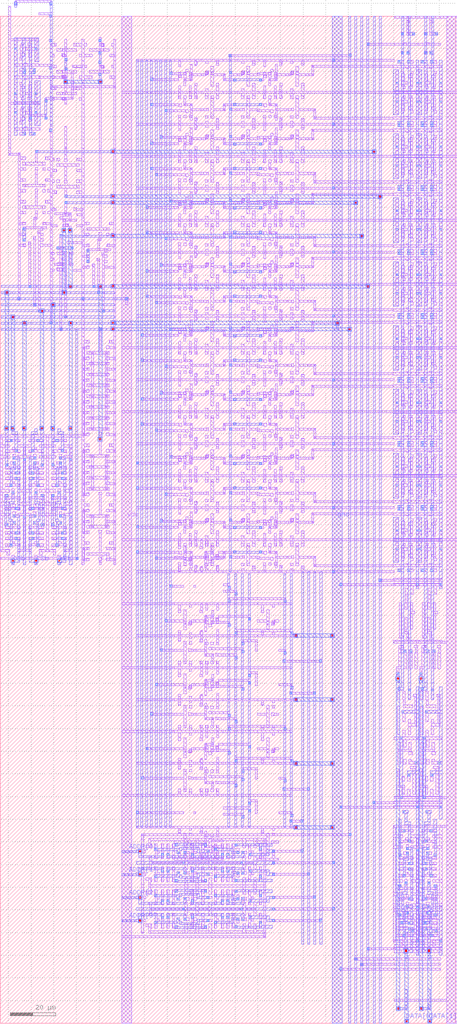
<source format=lef>
MACRO sram_2_16_1_scn3me_subm
    CLASS RING ;
    ORIGIN 53.7 0.0 ;
    FOREIGN  sram 0.0 0.0 ;
    SIZE 201.0 BY 444.3 ;
    SYMMETRY X Y R90 ;
    PIN vdd
        DIRECTION INOUT ;
        USE POWER ;
        SHAPE ABUTMENT ;
        PORT
        LAYER metal1 ;
        RECT  143.4 0.0 147.9 444.3 ;
        RECT  143.4 0.0 147.9 444.3 ;
        RECT  0.0 0.0 4.5 444.3 ;
        RECT  0.0 0.0 4.5 444.3 ;
        END
    END vdd
    PIN gnd
        DIRECTION INOUT ;
        USE GROUND ;
        SHAPE ABUTMENT ;
        PORT
        LAYER metal2 ;
        RECT  92.85 0.0 97.35 444.3 ;
        RECT  92.85 0.0 97.35 444.3 ;
        END
    END gnd
    PIN DATA[0]
        DIRECTION INOUT ;
        PORT
        LAYER metal2 ;
        RECT  124.8 0.0 125.7 1.8 ;
        RECT  124.8 0.0 125.7 1.8 ;
        END
    END DATA[0]
    PIN DATA[1]
        DIRECTION INOUT ;
        PORT
        LAYER metal2 ;
        RECT  135.0 0.0 135.9 1.8 ;
        RECT  135.0 0.0 135.9 1.8 ;
        END
    END DATA[1]
    PIN ADDR[0]
        DIRECTION INPUT ;
        PORT
        LAYER metal2 ;
        RECT  0.0 75.3 6.3 76.2 ;
        RECT  0.0 75.3 6.3 76.2 ;
        END
    END ADDR[0]
    PIN ADDR[1]
        DIRECTION INPUT ;
        PORT
        LAYER metal2 ;
        RECT  0.0 65.1 6.3 66.0 ;
        RECT  0.0 65.1 6.3 66.0 ;
        END
    END ADDR[1]
    PIN ADDR[2]
        DIRECTION INPUT ;
        PORT
        LAYER metal2 ;
        RECT  0.0 54.9 6.3 55.8 ;
        RECT  0.0 54.9 6.3 55.8 ;
        END
    END ADDR[2]
    PIN ADDR[3]
        DIRECTION INPUT ;
        PORT
        LAYER metal2 ;
        RECT  0.0 44.7 6.3 45.6 ;
        RECT  0.0 44.7 6.3 45.6 ;
        END
    END ADDR[3]
    PIN CSb
        DIRECTION INPUT ;
        PORT
        LAYER metal2 ;
        RECT  -38.4 202.2 -37.2 203.4 ;
        RECT  -38.4 202.2 -37.2 203.4 ;
        RECT  -38.4 202.2 -37.2 203.4 ;
        RECT  -38.4 202.2 -37.2 203.4 ;
        END
    END CSb
    PIN OEb
        DIRECTION INPUT ;
        PORT
        LAYER metal2 ;
        RECT  -48.6 202.2 -47.4 203.4 ;
        RECT  -48.6 202.2 -47.4 203.4 ;
        RECT  -48.6 202.2 -47.4 203.4 ;
        RECT  -48.6 202.2 -47.4 203.4 ;
        END
    END OEb
    PIN WEb
        DIRECTION INPUT ;
        PORT
        LAYER metal2 ;
        RECT  -28.2 202.2 -27.0 203.4 ;
        RECT  -28.2 202.2 -27.0 203.4 ;
        RECT  -28.2 202.2 -27.0 203.4 ;
        RECT  -28.2 202.2 -27.0 203.4 ;
        END
    END WEb
    PIN clk
        DIRECTION INPUT ;
        PORT
        LAYER metal1 ;
        RECT  -9.9 202.2 -9.0 203.1 ;
        RECT  -9.9 202.2 -9.0 203.1 ;
        RECT  -9.9 202.2 -9.0 204.3 ;
        END
    END clk
    OBS
        LAYER  metal1 ;
        RECT  -9.9 202.2 -9.0 203.1 ;
        RECT  143.4 0.0 147.9 444.3 ;
        RECT  0.0 0.0 4.5 444.3 ;
        RECT  1.8 316.95 2.7 319.65 ;
        RECT  143.4 0.0 147.9 444.3 ;
        RECT  0.0 0.0 4.5 444.3 ;
        RECT  44.7 205.2 45.6 206.1 ;
        RECT  44.7 207.3 45.6 208.2 ;
        RECT  40.5 205.2 45.15 206.1 ;
        RECT  44.7 205.65 45.6 207.75 ;
        RECT  45.15 207.3 50.1 208.2 ;
        RECT  84.75 205.2 85.65 206.1 ;
        RECT  84.75 201.45 85.65 202.35 ;
        RECT  83.1 205.2 85.2 206.1 ;
        RECT  84.75 201.9 85.65 205.65 ;
        RECT  85.2 201.45 119.7 202.35 ;
        RECT  44.7 220.5 45.6 221.4 ;
        RECT  44.7 218.4 45.6 219.3 ;
        RECT  40.5 220.5 45.15 221.4 ;
        RECT  44.7 218.85 45.6 220.95 ;
        RECT  45.15 218.4 50.1 219.3 ;
        RECT  83.85 220.5 84.75 221.4 ;
        RECT  83.85 224.25 84.75 225.15 ;
        RECT  82.2 220.5 84.3 221.4 ;
        RECT  83.85 220.95 84.75 224.7 ;
        RECT  84.3 224.25 119.7 225.15 ;
        RECT  44.7 233.4 45.6 234.3 ;
        RECT  44.7 235.5 45.6 236.4 ;
        RECT  40.5 233.4 45.15 234.3 ;
        RECT  44.7 233.85 45.6 235.95 ;
        RECT  45.15 235.5 50.1 236.4 ;
        RECT  84.75 233.4 85.65 234.3 ;
        RECT  84.75 229.65 85.65 230.55 ;
        RECT  83.1 233.4 85.2 234.3 ;
        RECT  84.75 230.1 85.65 233.85 ;
        RECT  85.2 229.65 119.7 230.55 ;
        RECT  44.7 248.7 45.6 249.6 ;
        RECT  44.7 246.6 45.6 247.5 ;
        RECT  40.5 248.7 45.15 249.6 ;
        RECT  44.7 247.05 45.6 249.15 ;
        RECT  45.15 246.6 50.1 247.5 ;
        RECT  83.85 248.7 84.75 249.6 ;
        RECT  83.85 252.45 84.75 253.35 ;
        RECT  82.2 248.7 84.3 249.6 ;
        RECT  83.85 249.15 84.75 252.9 ;
        RECT  84.3 252.45 119.7 253.35 ;
        RECT  44.7 261.6 45.6 262.5 ;
        RECT  44.7 263.7 45.6 264.6 ;
        RECT  40.5 261.6 45.15 262.5 ;
        RECT  44.7 262.05 45.6 264.15 ;
        RECT  45.15 263.7 50.1 264.6 ;
        RECT  84.75 261.6 85.65 262.5 ;
        RECT  84.75 257.85 85.65 258.75 ;
        RECT  83.1 261.6 85.2 262.5 ;
        RECT  84.75 258.3 85.65 262.05 ;
        RECT  85.2 257.85 119.7 258.75 ;
        RECT  44.7 276.9 45.6 277.8 ;
        RECT  44.7 274.8 45.6 275.7 ;
        RECT  40.5 276.9 45.15 277.8 ;
        RECT  44.7 275.25 45.6 277.35 ;
        RECT  45.15 274.8 50.1 275.7 ;
        RECT  83.85 276.9 84.75 277.8 ;
        RECT  83.85 280.65 84.75 281.55 ;
        RECT  82.2 276.9 84.3 277.8 ;
        RECT  83.85 277.35 84.75 281.1 ;
        RECT  84.3 280.65 119.7 281.55 ;
        RECT  44.7 289.8 45.6 290.7 ;
        RECT  44.7 291.9 45.6 292.8 ;
        RECT  40.5 289.8 45.15 290.7 ;
        RECT  44.7 290.25 45.6 292.35 ;
        RECT  45.15 291.9 50.1 292.8 ;
        RECT  84.75 289.8 85.65 290.7 ;
        RECT  84.75 286.05 85.65 286.95 ;
        RECT  83.1 289.8 85.2 290.7 ;
        RECT  84.75 286.5 85.65 290.25 ;
        RECT  85.2 286.05 119.7 286.95 ;
        RECT  44.7 305.1 45.6 306.0 ;
        RECT  44.7 303.0 45.6 303.9 ;
        RECT  40.5 305.1 45.15 306.0 ;
        RECT  44.7 303.45 45.6 305.55 ;
        RECT  45.15 303.0 50.1 303.9 ;
        RECT  83.85 305.1 84.75 306.0 ;
        RECT  83.85 308.85 84.75 309.75 ;
        RECT  82.2 305.1 84.3 306.0 ;
        RECT  83.85 305.55 84.75 309.3 ;
        RECT  84.3 308.85 119.7 309.75 ;
        RECT  44.7 318.0 45.6 318.9 ;
        RECT  44.7 320.1 45.6 321.0 ;
        RECT  40.5 318.0 45.15 318.9 ;
        RECT  44.7 318.45 45.6 320.55 ;
        RECT  45.15 320.1 50.1 321.0 ;
        RECT  84.75 318.0 85.65 318.9 ;
        RECT  84.75 314.25 85.65 315.15 ;
        RECT  83.1 318.0 85.2 318.9 ;
        RECT  84.75 314.7 85.65 318.45 ;
        RECT  85.2 314.25 119.7 315.15 ;
        RECT  44.7 333.3 45.6 334.2 ;
        RECT  44.7 331.2 45.6 332.1 ;
        RECT  40.5 333.3 45.15 334.2 ;
        RECT  44.7 331.65 45.6 333.75 ;
        RECT  45.15 331.2 50.1 332.1 ;
        RECT  83.85 333.3 84.75 334.2 ;
        RECT  83.85 337.05 84.75 337.95 ;
        RECT  82.2 333.3 84.3 334.2 ;
        RECT  83.85 333.75 84.75 337.5 ;
        RECT  84.3 337.05 119.7 337.95 ;
        RECT  44.7 346.2 45.6 347.1 ;
        RECT  44.7 348.3 45.6 349.2 ;
        RECT  40.5 346.2 45.15 347.1 ;
        RECT  44.7 346.65 45.6 348.75 ;
        RECT  45.15 348.3 50.1 349.2 ;
        RECT  84.75 346.2 85.65 347.1 ;
        RECT  84.75 342.45 85.65 343.35 ;
        RECT  83.1 346.2 85.2 347.1 ;
        RECT  84.75 342.9 85.65 346.65 ;
        RECT  85.2 342.45 119.7 343.35 ;
        RECT  44.7 361.5 45.6 362.4 ;
        RECT  44.7 359.4 45.6 360.3 ;
        RECT  40.5 361.5 45.15 362.4 ;
        RECT  44.7 359.85 45.6 361.95 ;
        RECT  45.15 359.4 50.1 360.3 ;
        RECT  83.85 361.5 84.75 362.4 ;
        RECT  83.85 365.25 84.75 366.15 ;
        RECT  82.2 361.5 84.3 362.4 ;
        RECT  83.85 361.95 84.75 365.7 ;
        RECT  84.3 365.25 119.7 366.15 ;
        RECT  44.7 374.4 45.6 375.3 ;
        RECT  44.7 376.5 45.6 377.4 ;
        RECT  40.5 374.4 45.15 375.3 ;
        RECT  44.7 374.85 45.6 376.95 ;
        RECT  45.15 376.5 50.1 377.4 ;
        RECT  84.75 374.4 85.65 375.3 ;
        RECT  84.75 370.65 85.65 371.55 ;
        RECT  83.1 374.4 85.2 375.3 ;
        RECT  84.75 371.1 85.65 374.85 ;
        RECT  85.2 370.65 119.7 371.55 ;
        RECT  44.7 389.7 45.6 390.6 ;
        RECT  44.7 387.6 45.6 388.5 ;
        RECT  40.5 389.7 45.15 390.6 ;
        RECT  44.7 388.05 45.6 390.15 ;
        RECT  45.15 387.6 50.1 388.5 ;
        RECT  83.85 389.7 84.75 390.6 ;
        RECT  83.85 393.45 84.75 394.35 ;
        RECT  82.2 389.7 84.3 390.6 ;
        RECT  83.85 390.15 84.75 393.9 ;
        RECT  84.3 393.45 119.7 394.35 ;
        RECT  44.7 402.6 45.6 403.5 ;
        RECT  44.7 404.7 45.6 405.6 ;
        RECT  40.5 402.6 45.15 403.5 ;
        RECT  44.7 403.05 45.6 405.15 ;
        RECT  45.15 404.7 50.1 405.6 ;
        RECT  84.75 402.6 85.65 403.5 ;
        RECT  84.75 398.85 85.65 399.75 ;
        RECT  83.1 402.6 85.2 403.5 ;
        RECT  84.75 399.3 85.65 403.05 ;
        RECT  85.2 398.85 119.7 399.75 ;
        RECT  44.7 417.9 45.6 418.8 ;
        RECT  44.7 415.8 45.6 416.7 ;
        RECT  40.5 417.9 45.15 418.8 ;
        RECT  44.7 416.25 45.6 418.35 ;
        RECT  45.15 415.8 50.1 416.7 ;
        RECT  83.85 417.9 84.75 418.8 ;
        RECT  83.85 421.65 84.75 422.55 ;
        RECT  82.2 417.9 84.3 418.8 ;
        RECT  83.85 418.35 84.75 422.1 ;
        RECT  84.3 421.65 119.7 422.55 ;
        RECT  51.0 198.75 120.3 199.65 ;
        RECT  51.0 226.95 120.3 227.85 ;
        RECT  51.0 255.15 120.3 256.05 ;
        RECT  51.0 283.35 120.3 284.25 ;
        RECT  51.0 311.55 120.3 312.45 ;
        RECT  51.0 339.75 120.3 340.65 ;
        RECT  51.0 367.95 120.3 368.85 ;
        RECT  51.0 396.15 120.3 397.05 ;
        RECT  51.0 424.35 120.3 425.25 ;
        RECT  0.0 212.85 147.9 213.75 ;
        RECT  0.0 241.05 147.9 241.95 ;
        RECT  0.0 269.25 147.9 270.15 ;
        RECT  0.0 297.45 147.9 298.35 ;
        RECT  0.0 325.65 147.9 326.55 ;
        RECT  0.0 353.85 147.9 354.75 ;
        RECT  0.0 382.05 147.9 382.95 ;
        RECT  0.0 410.25 147.9 411.15 ;
        RECT  75.3 88.65 80.25 89.55 ;
        RECT  72.3 102.75 82.95 103.65 ;
        RECT  75.3 145.05 85.65 145.95 ;
        RECT  72.3 159.15 88.35 160.05 ;
        RECT  75.3 85.95 76.8 86.85 ;
        RECT  75.3 114.15 76.8 115.05 ;
        RECT  75.3 142.35 76.8 143.25 ;
        RECT  75.3 142.35 76.8 143.25 ;
        RECT  75.3 170.55 76.8 171.45 ;
        RECT  0.0 100.05 75.3 100.95 ;
        RECT  0.0 128.25 75.3 129.15 ;
        RECT  0.0 156.45 75.3 157.35 ;
        RECT  0.0 156.45 75.3 157.35 ;
        RECT  0.0 184.65 75.3 185.55 ;
        RECT  0.0 184.65 75.3 185.55 ;
        RECT  66.3 75.45 80.25 76.35 ;
        RECT  66.3 65.25 82.95 66.15 ;
        RECT  66.3 55.05 85.65 55.95 ;
        RECT  66.3 44.85 88.35 45.75 ;
        RECT  66.3 70.35 94.05 71.25 ;
        RECT  66.3 70.35 94.05 71.25 ;
        RECT  66.3 49.95 94.05 50.85 ;
        RECT  66.3 49.95 94.05 50.85 ;
        RECT  62.7 37.65 63.6 38.55 ;
        RECT  62.7 38.1 63.6 40.2 ;
        RECT  0.0 37.65 63.15 38.55 ;
        RECT  108.6 32.4 120.3 33.3 ;
        RECT  103.2 27.9 120.3 28.8 ;
        RECT  105.9 25.5 120.3 26.4 ;
        RECT  108.6 431.4 120.3 432.3 ;
        RECT  111.3 96.9 120.3 97.8 ;
        RECT  114.0 195.0 120.3 195.9 ;
        RECT  8.7 82.65 9.6 83.55 ;
        RECT  8.7 81.0 9.6 83.1 ;
        RECT  9.15 82.65 100.95 83.55 ;
        RECT  47.85 426.45 100.95 427.35 ;
        RECT  120.3 443.4 143.4 444.3 ;
        RECT  120.3 167.7 143.4 168.6 ;
        RECT  120.3 99.0 143.4 99.9 ;
        RECT  120.3 86.4 143.4 87.3 ;
        RECT  120.3 9.6 143.4 10.5 ;
        RECT  97.35 23.4 120.3 24.3 ;
        RECT  97.35 192.9 120.3 193.8 ;
        RECT  97.35 94.8 120.3 95.7 ;
        RECT  119.7 212.7 141.3 213.6 ;
        RECT  119.7 201.3 141.3 202.5 ;
        RECT  119.7 224.1 141.3 225.3 ;
        RECT  119.7 240.9 141.3 241.8 ;
        RECT  119.7 229.5 141.3 230.7 ;
        RECT  119.7 252.3 141.3 253.5 ;
        RECT  119.7 269.1 141.3 270.0 ;
        RECT  119.7 257.7 141.3 258.9 ;
        RECT  119.7 280.5 141.3 281.7 ;
        RECT  119.7 297.3 141.3 298.2 ;
        RECT  119.7 285.9 141.3 287.1 ;
        RECT  119.7 308.7 141.3 309.9 ;
        RECT  119.7 325.5 141.3 326.4 ;
        RECT  119.7 314.1 141.3 315.3 ;
        RECT  119.7 336.9 141.3 338.1 ;
        RECT  119.7 353.7 141.3 354.6 ;
        RECT  119.7 342.3 141.3 343.5 ;
        RECT  119.7 365.1 141.3 366.3 ;
        RECT  119.7 381.9 141.3 382.8 ;
        RECT  119.7 370.5 141.3 371.7 ;
        RECT  119.7 393.3 141.3 394.5 ;
        RECT  119.7 410.1 141.3 411.0 ;
        RECT  119.7 398.7 141.3 399.9 ;
        RECT  119.7 421.5 141.3 422.7 ;
        RECT  126.0 199.2 128.7 200.4 ;
        RECT  121.8 199.2 124.5 200.4 ;
        RECT  119.7 201.3 131.1 202.5 ;
        RECT  125.4 202.5 126.6 202.8 ;
        RECT  129.9 204.0 131.1 209.7 ;
        RECT  127.5 204.0 128.7 205.2 ;
        RECT  123.3 204.0 124.5 205.2 ;
        RECT  127.2 205.2 128.4 205.8 ;
        RECT  126.6 205.8 128.4 207.0 ;
        RECT  127.2 207.0 128.4 210.6 ;
        RECT  123.6 205.2 124.8 208.5 ;
        RECT  123.6 208.5 126.0 209.7 ;
        RECT  120.9 204.0 122.1 209.7 ;
        RECT  123.6 209.7 124.8 210.6 ;
        RECT  129.9 210.6 131.1 212.7 ;
        RECT  126.9 210.6 128.1 211.8 ;
        RECT  123.9 210.6 125.1 211.8 ;
        RECT  120.9 210.6 122.1 212.7 ;
        RECT  119.7 212.7 131.1 213.9 ;
        RECT  126.0 226.2 128.7 227.4 ;
        RECT  121.8 226.2 124.5 227.4 ;
        RECT  119.7 224.1 131.1 225.3 ;
        RECT  125.4 223.8 126.6 224.1 ;
        RECT  129.9 216.9 131.1 222.6 ;
        RECT  127.5 221.4 128.7 222.6 ;
        RECT  123.3 221.4 124.5 222.6 ;
        RECT  127.2 220.8 128.4 221.4 ;
        RECT  126.6 219.6 128.4 220.8 ;
        RECT  127.2 216.0 128.4 219.6 ;
        RECT  123.6 218.1 124.8 221.4 ;
        RECT  123.6 216.9 126.0 218.1 ;
        RECT  120.9 216.9 122.1 222.6 ;
        RECT  123.6 216.0 124.8 216.9 ;
        RECT  129.9 213.9 131.1 216.0 ;
        RECT  126.9 214.8 128.1 216.0 ;
        RECT  123.9 214.8 125.1 216.0 ;
        RECT  120.9 213.9 122.1 216.0 ;
        RECT  119.7 212.7 131.1 213.9 ;
        RECT  126.0 227.4 128.7 228.6 ;
        RECT  121.8 227.4 124.5 228.6 ;
        RECT  119.7 229.5 131.1 230.7 ;
        RECT  125.4 230.7 126.6 231.0 ;
        RECT  129.9 232.2 131.1 237.9 ;
        RECT  127.5 232.2 128.7 233.4 ;
        RECT  123.3 232.2 124.5 233.4 ;
        RECT  127.2 233.4 128.4 234.0 ;
        RECT  126.6 234.0 128.4 235.2 ;
        RECT  127.2 235.2 128.4 238.8 ;
        RECT  123.6 233.4 124.8 236.7 ;
        RECT  123.6 236.7 126.0 237.9 ;
        RECT  120.9 232.2 122.1 237.9 ;
        RECT  123.6 237.9 124.8 238.8 ;
        RECT  129.9 238.8 131.1 240.9 ;
        RECT  126.9 238.8 128.1 240.0 ;
        RECT  123.9 238.8 125.1 240.0 ;
        RECT  120.9 238.8 122.1 240.9 ;
        RECT  119.7 240.9 131.1 242.1 ;
        RECT  126.0 254.4 128.7 255.6 ;
        RECT  121.8 254.4 124.5 255.6 ;
        RECT  119.7 252.3 131.1 253.5 ;
        RECT  125.4 252.0 126.6 252.3 ;
        RECT  129.9 245.1 131.1 250.8 ;
        RECT  127.5 249.6 128.7 250.8 ;
        RECT  123.3 249.6 124.5 250.8 ;
        RECT  127.2 249.0 128.4 249.6 ;
        RECT  126.6 247.8 128.4 249.0 ;
        RECT  127.2 244.2 128.4 247.8 ;
        RECT  123.6 246.3 124.8 249.6 ;
        RECT  123.6 245.1 126.0 246.3 ;
        RECT  120.9 245.1 122.1 250.8 ;
        RECT  123.6 244.2 124.8 245.1 ;
        RECT  129.9 242.1 131.1 244.2 ;
        RECT  126.9 243.0 128.1 244.2 ;
        RECT  123.9 243.0 125.1 244.2 ;
        RECT  120.9 242.1 122.1 244.2 ;
        RECT  119.7 240.9 131.1 242.1 ;
        RECT  126.0 255.6 128.7 256.8 ;
        RECT  121.8 255.6 124.5 256.8 ;
        RECT  119.7 257.7 131.1 258.9 ;
        RECT  125.4 258.9 126.6 259.2 ;
        RECT  129.9 260.4 131.1 266.1 ;
        RECT  127.5 260.4 128.7 261.6 ;
        RECT  123.3 260.4 124.5 261.6 ;
        RECT  127.2 261.6 128.4 262.2 ;
        RECT  126.6 262.2 128.4 263.4 ;
        RECT  127.2 263.4 128.4 267.0 ;
        RECT  123.6 261.6 124.8 264.9 ;
        RECT  123.6 264.9 126.0 266.1 ;
        RECT  120.9 260.4 122.1 266.1 ;
        RECT  123.6 266.1 124.8 267.0 ;
        RECT  129.9 267.0 131.1 269.1 ;
        RECT  126.9 267.0 128.1 268.2 ;
        RECT  123.9 267.0 125.1 268.2 ;
        RECT  120.9 267.0 122.1 269.1 ;
        RECT  119.7 269.1 131.1 270.3 ;
        RECT  126.0 282.6 128.7 283.8 ;
        RECT  121.8 282.6 124.5 283.8 ;
        RECT  119.7 280.5 131.1 281.7 ;
        RECT  125.4 280.2 126.6 280.5 ;
        RECT  129.9 273.3 131.1 279.0 ;
        RECT  127.5 277.8 128.7 279.0 ;
        RECT  123.3 277.8 124.5 279.0 ;
        RECT  127.2 277.2 128.4 277.8 ;
        RECT  126.6 276.0 128.4 277.2 ;
        RECT  127.2 272.4 128.4 276.0 ;
        RECT  123.6 274.5 124.8 277.8 ;
        RECT  123.6 273.3 126.0 274.5 ;
        RECT  120.9 273.3 122.1 279.0 ;
        RECT  123.6 272.4 124.8 273.3 ;
        RECT  129.9 270.3 131.1 272.4 ;
        RECT  126.9 271.2 128.1 272.4 ;
        RECT  123.9 271.2 125.1 272.4 ;
        RECT  120.9 270.3 122.1 272.4 ;
        RECT  119.7 269.1 131.1 270.3 ;
        RECT  126.0 283.8 128.7 285.0 ;
        RECT  121.8 283.8 124.5 285.0 ;
        RECT  119.7 285.9 131.1 287.1 ;
        RECT  125.4 287.1 126.6 287.4 ;
        RECT  129.9 288.6 131.1 294.3 ;
        RECT  127.5 288.6 128.7 289.8 ;
        RECT  123.3 288.6 124.5 289.8 ;
        RECT  127.2 289.8 128.4 290.4 ;
        RECT  126.6 290.4 128.4 291.6 ;
        RECT  127.2 291.6 128.4 295.2 ;
        RECT  123.6 289.8 124.8 293.1 ;
        RECT  123.6 293.1 126.0 294.3 ;
        RECT  120.9 288.6 122.1 294.3 ;
        RECT  123.6 294.3 124.8 295.2 ;
        RECT  129.9 295.2 131.1 297.3 ;
        RECT  126.9 295.2 128.1 296.4 ;
        RECT  123.9 295.2 125.1 296.4 ;
        RECT  120.9 295.2 122.1 297.3 ;
        RECT  119.7 297.3 131.1 298.5 ;
        RECT  126.0 310.8 128.7 312.0 ;
        RECT  121.8 310.8 124.5 312.0 ;
        RECT  119.7 308.7 131.1 309.9 ;
        RECT  125.4 308.4 126.6 308.7 ;
        RECT  129.9 301.5 131.1 307.2 ;
        RECT  127.5 306.0 128.7 307.2 ;
        RECT  123.3 306.0 124.5 307.2 ;
        RECT  127.2 305.4 128.4 306.0 ;
        RECT  126.6 304.2 128.4 305.4 ;
        RECT  127.2 300.6 128.4 304.2 ;
        RECT  123.6 302.7 124.8 306.0 ;
        RECT  123.6 301.5 126.0 302.7 ;
        RECT  120.9 301.5 122.1 307.2 ;
        RECT  123.6 300.6 124.8 301.5 ;
        RECT  129.9 298.5 131.1 300.6 ;
        RECT  126.9 299.4 128.1 300.6 ;
        RECT  123.9 299.4 125.1 300.6 ;
        RECT  120.9 298.5 122.1 300.6 ;
        RECT  119.7 297.3 131.1 298.5 ;
        RECT  126.0 312.0 128.7 313.2 ;
        RECT  121.8 312.0 124.5 313.2 ;
        RECT  119.7 314.1 131.1 315.3 ;
        RECT  125.4 315.3 126.6 315.6 ;
        RECT  129.9 316.8 131.1 322.5 ;
        RECT  127.5 316.8 128.7 318.0 ;
        RECT  123.3 316.8 124.5 318.0 ;
        RECT  127.2 318.0 128.4 318.6 ;
        RECT  126.6 318.6 128.4 319.8 ;
        RECT  127.2 319.8 128.4 323.4 ;
        RECT  123.6 318.0 124.8 321.3 ;
        RECT  123.6 321.3 126.0 322.5 ;
        RECT  120.9 316.8 122.1 322.5 ;
        RECT  123.6 322.5 124.8 323.4 ;
        RECT  129.9 323.4 131.1 325.5 ;
        RECT  126.9 323.4 128.1 324.6 ;
        RECT  123.9 323.4 125.1 324.6 ;
        RECT  120.9 323.4 122.1 325.5 ;
        RECT  119.7 325.5 131.1 326.7 ;
        RECT  126.0 339.0 128.7 340.2 ;
        RECT  121.8 339.0 124.5 340.2 ;
        RECT  119.7 336.9 131.1 338.1 ;
        RECT  125.4 336.6 126.6 336.9 ;
        RECT  129.9 329.7 131.1 335.4 ;
        RECT  127.5 334.2 128.7 335.4 ;
        RECT  123.3 334.2 124.5 335.4 ;
        RECT  127.2 333.6 128.4 334.2 ;
        RECT  126.6 332.4 128.4 333.6 ;
        RECT  127.2 328.8 128.4 332.4 ;
        RECT  123.6 330.9 124.8 334.2 ;
        RECT  123.6 329.7 126.0 330.9 ;
        RECT  120.9 329.7 122.1 335.4 ;
        RECT  123.6 328.8 124.8 329.7 ;
        RECT  129.9 326.7 131.1 328.8 ;
        RECT  126.9 327.6 128.1 328.8 ;
        RECT  123.9 327.6 125.1 328.8 ;
        RECT  120.9 326.7 122.1 328.8 ;
        RECT  119.7 325.5 131.1 326.7 ;
        RECT  126.0 340.2 128.7 341.4 ;
        RECT  121.8 340.2 124.5 341.4 ;
        RECT  119.7 342.3 131.1 343.5 ;
        RECT  125.4 343.5 126.6 343.8 ;
        RECT  129.9 345.0 131.1 350.7 ;
        RECT  127.5 345.0 128.7 346.2 ;
        RECT  123.3 345.0 124.5 346.2 ;
        RECT  127.2 346.2 128.4 346.8 ;
        RECT  126.6 346.8 128.4 348.0 ;
        RECT  127.2 348.0 128.4 351.6 ;
        RECT  123.6 346.2 124.8 349.5 ;
        RECT  123.6 349.5 126.0 350.7 ;
        RECT  120.9 345.0 122.1 350.7 ;
        RECT  123.6 350.7 124.8 351.6 ;
        RECT  129.9 351.6 131.1 353.7 ;
        RECT  126.9 351.6 128.1 352.8 ;
        RECT  123.9 351.6 125.1 352.8 ;
        RECT  120.9 351.6 122.1 353.7 ;
        RECT  119.7 353.7 131.1 354.9 ;
        RECT  126.0 367.2 128.7 368.4 ;
        RECT  121.8 367.2 124.5 368.4 ;
        RECT  119.7 365.1 131.1 366.3 ;
        RECT  125.4 364.8 126.6 365.1 ;
        RECT  129.9 357.9 131.1 363.6 ;
        RECT  127.5 362.4 128.7 363.6 ;
        RECT  123.3 362.4 124.5 363.6 ;
        RECT  127.2 361.8 128.4 362.4 ;
        RECT  126.6 360.6 128.4 361.8 ;
        RECT  127.2 357.0 128.4 360.6 ;
        RECT  123.6 359.1 124.8 362.4 ;
        RECT  123.6 357.9 126.0 359.1 ;
        RECT  120.9 357.9 122.1 363.6 ;
        RECT  123.6 357.0 124.8 357.9 ;
        RECT  129.9 354.9 131.1 357.0 ;
        RECT  126.9 355.8 128.1 357.0 ;
        RECT  123.9 355.8 125.1 357.0 ;
        RECT  120.9 354.9 122.1 357.0 ;
        RECT  119.7 353.7 131.1 354.9 ;
        RECT  126.0 368.4 128.7 369.6 ;
        RECT  121.8 368.4 124.5 369.6 ;
        RECT  119.7 370.5 131.1 371.7 ;
        RECT  125.4 371.7 126.6 372.0 ;
        RECT  129.9 373.2 131.1 378.9 ;
        RECT  127.5 373.2 128.7 374.4 ;
        RECT  123.3 373.2 124.5 374.4 ;
        RECT  127.2 374.4 128.4 375.0 ;
        RECT  126.6 375.0 128.4 376.2 ;
        RECT  127.2 376.2 128.4 379.8 ;
        RECT  123.6 374.4 124.8 377.7 ;
        RECT  123.6 377.7 126.0 378.9 ;
        RECT  120.9 373.2 122.1 378.9 ;
        RECT  123.6 378.9 124.8 379.8 ;
        RECT  129.9 379.8 131.1 381.9 ;
        RECT  126.9 379.8 128.1 381.0 ;
        RECT  123.9 379.8 125.1 381.0 ;
        RECT  120.9 379.8 122.1 381.9 ;
        RECT  119.7 381.9 131.1 383.1 ;
        RECT  126.0 395.4 128.7 396.6 ;
        RECT  121.8 395.4 124.5 396.6 ;
        RECT  119.7 393.3 131.1 394.5 ;
        RECT  125.4 393.0 126.6 393.3 ;
        RECT  129.9 386.1 131.1 391.8 ;
        RECT  127.5 390.6 128.7 391.8 ;
        RECT  123.3 390.6 124.5 391.8 ;
        RECT  127.2 390.0 128.4 390.6 ;
        RECT  126.6 388.8 128.4 390.0 ;
        RECT  127.2 385.2 128.4 388.8 ;
        RECT  123.6 387.3 124.8 390.6 ;
        RECT  123.6 386.1 126.0 387.3 ;
        RECT  120.9 386.1 122.1 391.8 ;
        RECT  123.6 385.2 124.8 386.1 ;
        RECT  129.9 383.1 131.1 385.2 ;
        RECT  126.9 384.0 128.1 385.2 ;
        RECT  123.9 384.0 125.1 385.2 ;
        RECT  120.9 383.1 122.1 385.2 ;
        RECT  119.7 381.9 131.1 383.1 ;
        RECT  126.0 396.6 128.7 397.8 ;
        RECT  121.8 396.6 124.5 397.8 ;
        RECT  119.7 398.7 131.1 399.9 ;
        RECT  125.4 399.9 126.6 400.2 ;
        RECT  129.9 401.4 131.1 407.1 ;
        RECT  127.5 401.4 128.7 402.6 ;
        RECT  123.3 401.4 124.5 402.6 ;
        RECT  127.2 402.6 128.4 403.2 ;
        RECT  126.6 403.2 128.4 404.4 ;
        RECT  127.2 404.4 128.4 408.0 ;
        RECT  123.6 402.6 124.8 405.9 ;
        RECT  123.6 405.9 126.0 407.1 ;
        RECT  120.9 401.4 122.1 407.1 ;
        RECT  123.6 407.1 124.8 408.0 ;
        RECT  129.9 408.0 131.1 410.1 ;
        RECT  126.9 408.0 128.1 409.2 ;
        RECT  123.9 408.0 125.1 409.2 ;
        RECT  120.9 408.0 122.1 410.1 ;
        RECT  119.7 410.1 131.1 411.3 ;
        RECT  126.0 423.6 128.7 424.8 ;
        RECT  121.8 423.6 124.5 424.8 ;
        RECT  119.7 421.5 131.1 422.7 ;
        RECT  125.4 421.2 126.6 421.5 ;
        RECT  129.9 414.3 131.1 420.0 ;
        RECT  127.5 418.8 128.7 420.0 ;
        RECT  123.3 418.8 124.5 420.0 ;
        RECT  127.2 418.2 128.4 418.8 ;
        RECT  126.6 417.0 128.4 418.2 ;
        RECT  127.2 413.4 128.4 417.0 ;
        RECT  123.6 415.5 124.8 418.8 ;
        RECT  123.6 414.3 126.0 415.5 ;
        RECT  120.9 414.3 122.1 420.0 ;
        RECT  123.6 413.4 124.8 414.3 ;
        RECT  129.9 411.3 131.1 413.4 ;
        RECT  126.9 412.2 128.1 413.4 ;
        RECT  123.9 412.2 125.1 413.4 ;
        RECT  120.9 411.3 122.1 413.4 ;
        RECT  119.7 410.1 131.1 411.3 ;
        RECT  136.2 199.2 138.9 200.4 ;
        RECT  132.0 199.2 134.7 200.4 ;
        RECT  129.9 201.3 141.3 202.5 ;
        RECT  135.6 202.5 136.8 202.8 ;
        RECT  140.1 204.0 141.3 209.7 ;
        RECT  137.7 204.0 138.9 205.2 ;
        RECT  133.5 204.0 134.7 205.2 ;
        RECT  137.4 205.2 138.6 205.8 ;
        RECT  136.8 205.8 138.6 207.0 ;
        RECT  137.4 207.0 138.6 210.6 ;
        RECT  133.8 205.2 135.0 208.5 ;
        RECT  133.8 208.5 136.2 209.7 ;
        RECT  131.1 204.0 132.3 209.7 ;
        RECT  133.8 209.7 135.0 210.6 ;
        RECT  140.1 210.6 141.3 212.7 ;
        RECT  137.1 210.6 138.3 211.8 ;
        RECT  134.1 210.6 135.3 211.8 ;
        RECT  131.1 210.6 132.3 212.7 ;
        RECT  129.9 212.7 141.3 213.9 ;
        RECT  136.2 226.2 138.9 227.4 ;
        RECT  132.0 226.2 134.7 227.4 ;
        RECT  129.9 224.1 141.3 225.3 ;
        RECT  135.6 223.8 136.8 224.1 ;
        RECT  140.1 216.9 141.3 222.6 ;
        RECT  137.7 221.4 138.9 222.6 ;
        RECT  133.5 221.4 134.7 222.6 ;
        RECT  137.4 220.8 138.6 221.4 ;
        RECT  136.8 219.6 138.6 220.8 ;
        RECT  137.4 216.0 138.6 219.6 ;
        RECT  133.8 218.1 135.0 221.4 ;
        RECT  133.8 216.9 136.2 218.1 ;
        RECT  131.1 216.9 132.3 222.6 ;
        RECT  133.8 216.0 135.0 216.9 ;
        RECT  140.1 213.9 141.3 216.0 ;
        RECT  137.1 214.8 138.3 216.0 ;
        RECT  134.1 214.8 135.3 216.0 ;
        RECT  131.1 213.9 132.3 216.0 ;
        RECT  129.9 212.7 141.3 213.9 ;
        RECT  136.2 227.4 138.9 228.6 ;
        RECT  132.0 227.4 134.7 228.6 ;
        RECT  129.9 229.5 141.3 230.7 ;
        RECT  135.6 230.7 136.8 231.0 ;
        RECT  140.1 232.2 141.3 237.9 ;
        RECT  137.7 232.2 138.9 233.4 ;
        RECT  133.5 232.2 134.7 233.4 ;
        RECT  137.4 233.4 138.6 234.0 ;
        RECT  136.8 234.0 138.6 235.2 ;
        RECT  137.4 235.2 138.6 238.8 ;
        RECT  133.8 233.4 135.0 236.7 ;
        RECT  133.8 236.7 136.2 237.9 ;
        RECT  131.1 232.2 132.3 237.9 ;
        RECT  133.8 237.9 135.0 238.8 ;
        RECT  140.1 238.8 141.3 240.9 ;
        RECT  137.1 238.8 138.3 240.0 ;
        RECT  134.1 238.8 135.3 240.0 ;
        RECT  131.1 238.8 132.3 240.9 ;
        RECT  129.9 240.9 141.3 242.1 ;
        RECT  136.2 254.4 138.9 255.6 ;
        RECT  132.0 254.4 134.7 255.6 ;
        RECT  129.9 252.3 141.3 253.5 ;
        RECT  135.6 252.0 136.8 252.3 ;
        RECT  140.1 245.1 141.3 250.8 ;
        RECT  137.7 249.6 138.9 250.8 ;
        RECT  133.5 249.6 134.7 250.8 ;
        RECT  137.4 249.0 138.6 249.6 ;
        RECT  136.8 247.8 138.6 249.0 ;
        RECT  137.4 244.2 138.6 247.8 ;
        RECT  133.8 246.3 135.0 249.6 ;
        RECT  133.8 245.1 136.2 246.3 ;
        RECT  131.1 245.1 132.3 250.8 ;
        RECT  133.8 244.2 135.0 245.1 ;
        RECT  140.1 242.1 141.3 244.2 ;
        RECT  137.1 243.0 138.3 244.2 ;
        RECT  134.1 243.0 135.3 244.2 ;
        RECT  131.1 242.1 132.3 244.2 ;
        RECT  129.9 240.9 141.3 242.1 ;
        RECT  136.2 255.6 138.9 256.8 ;
        RECT  132.0 255.6 134.7 256.8 ;
        RECT  129.9 257.7 141.3 258.9 ;
        RECT  135.6 258.9 136.8 259.2 ;
        RECT  140.1 260.4 141.3 266.1 ;
        RECT  137.7 260.4 138.9 261.6 ;
        RECT  133.5 260.4 134.7 261.6 ;
        RECT  137.4 261.6 138.6 262.2 ;
        RECT  136.8 262.2 138.6 263.4 ;
        RECT  137.4 263.4 138.6 267.0 ;
        RECT  133.8 261.6 135.0 264.9 ;
        RECT  133.8 264.9 136.2 266.1 ;
        RECT  131.1 260.4 132.3 266.1 ;
        RECT  133.8 266.1 135.0 267.0 ;
        RECT  140.1 267.0 141.3 269.1 ;
        RECT  137.1 267.0 138.3 268.2 ;
        RECT  134.1 267.0 135.3 268.2 ;
        RECT  131.1 267.0 132.3 269.1 ;
        RECT  129.9 269.1 141.3 270.3 ;
        RECT  136.2 282.6 138.9 283.8 ;
        RECT  132.0 282.6 134.7 283.8 ;
        RECT  129.9 280.5 141.3 281.7 ;
        RECT  135.6 280.2 136.8 280.5 ;
        RECT  140.1 273.3 141.3 279.0 ;
        RECT  137.7 277.8 138.9 279.0 ;
        RECT  133.5 277.8 134.7 279.0 ;
        RECT  137.4 277.2 138.6 277.8 ;
        RECT  136.8 276.0 138.6 277.2 ;
        RECT  137.4 272.4 138.6 276.0 ;
        RECT  133.8 274.5 135.0 277.8 ;
        RECT  133.8 273.3 136.2 274.5 ;
        RECT  131.1 273.3 132.3 279.0 ;
        RECT  133.8 272.4 135.0 273.3 ;
        RECT  140.1 270.3 141.3 272.4 ;
        RECT  137.1 271.2 138.3 272.4 ;
        RECT  134.1 271.2 135.3 272.4 ;
        RECT  131.1 270.3 132.3 272.4 ;
        RECT  129.9 269.1 141.3 270.3 ;
        RECT  136.2 283.8 138.9 285.0 ;
        RECT  132.0 283.8 134.7 285.0 ;
        RECT  129.9 285.9 141.3 287.1 ;
        RECT  135.6 287.1 136.8 287.4 ;
        RECT  140.1 288.6 141.3 294.3 ;
        RECT  137.7 288.6 138.9 289.8 ;
        RECT  133.5 288.6 134.7 289.8 ;
        RECT  137.4 289.8 138.6 290.4 ;
        RECT  136.8 290.4 138.6 291.6 ;
        RECT  137.4 291.6 138.6 295.2 ;
        RECT  133.8 289.8 135.0 293.1 ;
        RECT  133.8 293.1 136.2 294.3 ;
        RECT  131.1 288.6 132.3 294.3 ;
        RECT  133.8 294.3 135.0 295.2 ;
        RECT  140.1 295.2 141.3 297.3 ;
        RECT  137.1 295.2 138.3 296.4 ;
        RECT  134.1 295.2 135.3 296.4 ;
        RECT  131.1 295.2 132.3 297.3 ;
        RECT  129.9 297.3 141.3 298.5 ;
        RECT  136.2 310.8 138.9 312.0 ;
        RECT  132.0 310.8 134.7 312.0 ;
        RECT  129.9 308.7 141.3 309.9 ;
        RECT  135.6 308.4 136.8 308.7 ;
        RECT  140.1 301.5 141.3 307.2 ;
        RECT  137.7 306.0 138.9 307.2 ;
        RECT  133.5 306.0 134.7 307.2 ;
        RECT  137.4 305.4 138.6 306.0 ;
        RECT  136.8 304.2 138.6 305.4 ;
        RECT  137.4 300.6 138.6 304.2 ;
        RECT  133.8 302.7 135.0 306.0 ;
        RECT  133.8 301.5 136.2 302.7 ;
        RECT  131.1 301.5 132.3 307.2 ;
        RECT  133.8 300.6 135.0 301.5 ;
        RECT  140.1 298.5 141.3 300.6 ;
        RECT  137.1 299.4 138.3 300.6 ;
        RECT  134.1 299.4 135.3 300.6 ;
        RECT  131.1 298.5 132.3 300.6 ;
        RECT  129.9 297.3 141.3 298.5 ;
        RECT  136.2 312.0 138.9 313.2 ;
        RECT  132.0 312.0 134.7 313.2 ;
        RECT  129.9 314.1 141.3 315.3 ;
        RECT  135.6 315.3 136.8 315.6 ;
        RECT  140.1 316.8 141.3 322.5 ;
        RECT  137.7 316.8 138.9 318.0 ;
        RECT  133.5 316.8 134.7 318.0 ;
        RECT  137.4 318.0 138.6 318.6 ;
        RECT  136.8 318.6 138.6 319.8 ;
        RECT  137.4 319.8 138.6 323.4 ;
        RECT  133.8 318.0 135.0 321.3 ;
        RECT  133.8 321.3 136.2 322.5 ;
        RECT  131.1 316.8 132.3 322.5 ;
        RECT  133.8 322.5 135.0 323.4 ;
        RECT  140.1 323.4 141.3 325.5 ;
        RECT  137.1 323.4 138.3 324.6 ;
        RECT  134.1 323.4 135.3 324.6 ;
        RECT  131.1 323.4 132.3 325.5 ;
        RECT  129.9 325.5 141.3 326.7 ;
        RECT  136.2 339.0 138.9 340.2 ;
        RECT  132.0 339.0 134.7 340.2 ;
        RECT  129.9 336.9 141.3 338.1 ;
        RECT  135.6 336.6 136.8 336.9 ;
        RECT  140.1 329.7 141.3 335.4 ;
        RECT  137.7 334.2 138.9 335.4 ;
        RECT  133.5 334.2 134.7 335.4 ;
        RECT  137.4 333.6 138.6 334.2 ;
        RECT  136.8 332.4 138.6 333.6 ;
        RECT  137.4 328.8 138.6 332.4 ;
        RECT  133.8 330.9 135.0 334.2 ;
        RECT  133.8 329.7 136.2 330.9 ;
        RECT  131.1 329.7 132.3 335.4 ;
        RECT  133.8 328.8 135.0 329.7 ;
        RECT  140.1 326.7 141.3 328.8 ;
        RECT  137.1 327.6 138.3 328.8 ;
        RECT  134.1 327.6 135.3 328.8 ;
        RECT  131.1 326.7 132.3 328.8 ;
        RECT  129.9 325.5 141.3 326.7 ;
        RECT  136.2 340.2 138.9 341.4 ;
        RECT  132.0 340.2 134.7 341.4 ;
        RECT  129.9 342.3 141.3 343.5 ;
        RECT  135.6 343.5 136.8 343.8 ;
        RECT  140.1 345.0 141.3 350.7 ;
        RECT  137.7 345.0 138.9 346.2 ;
        RECT  133.5 345.0 134.7 346.2 ;
        RECT  137.4 346.2 138.6 346.8 ;
        RECT  136.8 346.8 138.6 348.0 ;
        RECT  137.4 348.0 138.6 351.6 ;
        RECT  133.8 346.2 135.0 349.5 ;
        RECT  133.8 349.5 136.2 350.7 ;
        RECT  131.1 345.0 132.3 350.7 ;
        RECT  133.8 350.7 135.0 351.6 ;
        RECT  140.1 351.6 141.3 353.7 ;
        RECT  137.1 351.6 138.3 352.8 ;
        RECT  134.1 351.6 135.3 352.8 ;
        RECT  131.1 351.6 132.3 353.7 ;
        RECT  129.9 353.7 141.3 354.9 ;
        RECT  136.2 367.2 138.9 368.4 ;
        RECT  132.0 367.2 134.7 368.4 ;
        RECT  129.9 365.1 141.3 366.3 ;
        RECT  135.6 364.8 136.8 365.1 ;
        RECT  140.1 357.9 141.3 363.6 ;
        RECT  137.7 362.4 138.9 363.6 ;
        RECT  133.5 362.4 134.7 363.6 ;
        RECT  137.4 361.8 138.6 362.4 ;
        RECT  136.8 360.6 138.6 361.8 ;
        RECT  137.4 357.0 138.6 360.6 ;
        RECT  133.8 359.1 135.0 362.4 ;
        RECT  133.8 357.9 136.2 359.1 ;
        RECT  131.1 357.9 132.3 363.6 ;
        RECT  133.8 357.0 135.0 357.9 ;
        RECT  140.1 354.9 141.3 357.0 ;
        RECT  137.1 355.8 138.3 357.0 ;
        RECT  134.1 355.8 135.3 357.0 ;
        RECT  131.1 354.9 132.3 357.0 ;
        RECT  129.9 353.7 141.3 354.9 ;
        RECT  136.2 368.4 138.9 369.6 ;
        RECT  132.0 368.4 134.7 369.6 ;
        RECT  129.9 370.5 141.3 371.7 ;
        RECT  135.6 371.7 136.8 372.0 ;
        RECT  140.1 373.2 141.3 378.9 ;
        RECT  137.7 373.2 138.9 374.4 ;
        RECT  133.5 373.2 134.7 374.4 ;
        RECT  137.4 374.4 138.6 375.0 ;
        RECT  136.8 375.0 138.6 376.2 ;
        RECT  137.4 376.2 138.6 379.8 ;
        RECT  133.8 374.4 135.0 377.7 ;
        RECT  133.8 377.7 136.2 378.9 ;
        RECT  131.1 373.2 132.3 378.9 ;
        RECT  133.8 378.9 135.0 379.8 ;
        RECT  140.1 379.8 141.3 381.9 ;
        RECT  137.1 379.8 138.3 381.0 ;
        RECT  134.1 379.8 135.3 381.0 ;
        RECT  131.1 379.8 132.3 381.9 ;
        RECT  129.9 381.9 141.3 383.1 ;
        RECT  136.2 395.4 138.9 396.6 ;
        RECT  132.0 395.4 134.7 396.6 ;
        RECT  129.9 393.3 141.3 394.5 ;
        RECT  135.6 393.0 136.8 393.3 ;
        RECT  140.1 386.1 141.3 391.8 ;
        RECT  137.7 390.6 138.9 391.8 ;
        RECT  133.5 390.6 134.7 391.8 ;
        RECT  137.4 390.0 138.6 390.6 ;
        RECT  136.8 388.8 138.6 390.0 ;
        RECT  137.4 385.2 138.6 388.8 ;
        RECT  133.8 387.3 135.0 390.6 ;
        RECT  133.8 386.1 136.2 387.3 ;
        RECT  131.1 386.1 132.3 391.8 ;
        RECT  133.8 385.2 135.0 386.1 ;
        RECT  140.1 383.1 141.3 385.2 ;
        RECT  137.1 384.0 138.3 385.2 ;
        RECT  134.1 384.0 135.3 385.2 ;
        RECT  131.1 383.1 132.3 385.2 ;
        RECT  129.9 381.9 141.3 383.1 ;
        RECT  136.2 396.6 138.9 397.8 ;
        RECT  132.0 396.6 134.7 397.8 ;
        RECT  129.9 398.7 141.3 399.9 ;
        RECT  135.6 399.9 136.8 400.2 ;
        RECT  140.1 401.4 141.3 407.1 ;
        RECT  137.7 401.4 138.9 402.6 ;
        RECT  133.5 401.4 134.7 402.6 ;
        RECT  137.4 402.6 138.6 403.2 ;
        RECT  136.8 403.2 138.6 404.4 ;
        RECT  137.4 404.4 138.6 408.0 ;
        RECT  133.8 402.6 135.0 405.9 ;
        RECT  133.8 405.9 136.2 407.1 ;
        RECT  131.1 401.4 132.3 407.1 ;
        RECT  133.8 407.1 135.0 408.0 ;
        RECT  140.1 408.0 141.3 410.1 ;
        RECT  137.1 408.0 138.3 409.2 ;
        RECT  134.1 408.0 135.3 409.2 ;
        RECT  131.1 408.0 132.3 410.1 ;
        RECT  129.9 410.1 141.3 411.3 ;
        RECT  136.2 423.6 138.9 424.8 ;
        RECT  132.0 423.6 134.7 424.8 ;
        RECT  129.9 421.5 141.3 422.7 ;
        RECT  135.6 421.2 136.8 421.5 ;
        RECT  140.1 414.3 141.3 420.0 ;
        RECT  137.7 418.8 138.9 420.0 ;
        RECT  133.5 418.8 134.7 420.0 ;
        RECT  137.4 418.2 138.6 418.8 ;
        RECT  136.8 417.0 138.6 418.2 ;
        RECT  137.4 413.4 138.6 417.0 ;
        RECT  133.8 415.5 135.0 418.8 ;
        RECT  133.8 414.3 136.2 415.5 ;
        RECT  131.1 414.3 132.3 420.0 ;
        RECT  133.8 413.4 135.0 414.3 ;
        RECT  140.1 411.3 141.3 413.4 ;
        RECT  137.1 412.2 138.3 413.4 ;
        RECT  134.1 412.2 135.3 413.4 ;
        RECT  131.1 411.3 132.3 413.4 ;
        RECT  129.9 410.1 141.3 411.3 ;
        RECT  120.3 443.4 140.7 444.3 ;
        RECT  120.3 431.4 140.7 432.3 ;
        RECT  120.3 431.4 130.5 432.3 ;
        RECT  120.3 443.4 130.5 444.3 ;
        RECT  125.7 435.9 126.6 444.3 ;
        RECT  123.3 427.5 124.5 428.7 ;
        RECT  125.7 427.5 126.9 428.7 ;
        RECT  123.3 435.9 124.5 437.1 ;
        RECT  125.7 435.9 126.9 437.1 ;
        RECT  125.7 435.9 126.9 437.1 ;
        RECT  128.1 435.9 129.3 437.1 ;
        RECT  124.2 431.4 125.4 432.6 ;
        RECT  125.7 441.3 126.9 442.5 ;
        RECT  123.3 435.9 124.5 437.1 ;
        RECT  128.1 435.9 129.3 437.1 ;
        RECT  123.3 427.5 124.5 428.7 ;
        RECT  125.7 427.5 126.9 428.7 ;
        RECT  130.5 431.4 140.7 432.3 ;
        RECT  130.5 443.4 140.7 444.3 ;
        RECT  135.9 435.9 136.8 444.3 ;
        RECT  133.5 427.5 134.7 428.7 ;
        RECT  135.9 427.5 137.1 428.7 ;
        RECT  133.5 435.9 134.7 437.1 ;
        RECT  135.9 435.9 137.1 437.1 ;
        RECT  135.9 435.9 137.1 437.1 ;
        RECT  138.3 435.9 139.5 437.1 ;
        RECT  134.4 431.4 135.6 432.6 ;
        RECT  135.9 441.3 137.1 442.5 ;
        RECT  133.5 435.9 134.7 437.1 ;
        RECT  138.3 435.9 139.5 437.1 ;
        RECT  133.5 427.5 134.7 428.7 ;
        RECT  135.9 427.5 137.1 428.7 ;
        RECT  120.3 167.7 140.7 168.6 ;
        RECT  120.3 192.9 140.7 193.8 ;
        RECT  120.3 195.0 140.7 195.9 ;
        RECT  119.7 195.0 131.1 196.2 ;
        RECT  119.7 192.9 131.1 194.1 ;
        RECT  125.1 189.3 126.3 192.0 ;
        RECT  127.5 189.3 128.7 192.9 ;
        RECT  129.9 191.7 131.1 192.9 ;
        RECT  125.1 185.4 126.0 189.3 ;
        RECT  122.4 171.0 123.6 185.4 ;
        RECT  124.8 182.7 126.0 185.4 ;
        RECT  127.2 181.8 128.4 185.4 ;
        RECT  127.2 180.6 129.3 181.8 ;
        RECT  124.8 173.7 126.0 179.1 ;
        RECT  127.2 173.7 128.4 180.6 ;
        RECT  124.8 172.8 125.7 173.7 ;
        RECT  124.8 171.9 126.6 172.8 ;
        RECT  122.4 169.8 124.2 171.0 ;
        RECT  125.7 170.1 126.6 171.9 ;
        RECT  125.7 168.9 126.9 170.1 ;
        RECT  119.7 167.7 131.1 168.9 ;
        RECT  123.0 166.5 124.2 166.8 ;
        RECT  122.1 165.6 124.2 166.5 ;
        RECT  129.0 165.6 130.5 166.8 ;
        RECT  122.1 163.5 123.0 165.6 ;
        RECT  124.2 163.5 125.4 164.7 ;
        RECT  122.1 157.2 123.3 163.5 ;
        RECT  121.2 156.3 123.3 157.2 ;
        RECT  124.5 156.3 125.7 163.5 ;
        RECT  126.9 156.3 128.1 164.7 ;
        RECT  129.6 163.5 130.5 165.6 ;
        RECT  129.3 156.3 130.5 163.5 ;
        RECT  121.2 153.6 122.4 156.3 ;
        RECT  129.9 195.0 141.3 196.2 ;
        RECT  129.9 192.9 141.3 194.1 ;
        RECT  135.3 189.3 136.5 192.0 ;
        RECT  137.7 189.3 138.9 192.9 ;
        RECT  140.1 191.7 141.3 192.9 ;
        RECT  135.3 185.4 136.2 189.3 ;
        RECT  132.6 171.0 133.8 185.4 ;
        RECT  135.0 182.7 136.2 185.4 ;
        RECT  137.4 181.8 138.6 185.4 ;
        RECT  137.4 180.6 139.5 181.8 ;
        RECT  135.0 173.7 136.2 179.1 ;
        RECT  137.4 173.7 138.6 180.6 ;
        RECT  135.0 172.8 135.9 173.7 ;
        RECT  135.0 171.9 136.8 172.8 ;
        RECT  132.6 169.8 134.4 171.0 ;
        RECT  135.9 170.1 136.8 171.9 ;
        RECT  135.9 168.9 137.1 170.1 ;
        RECT  129.9 167.7 141.3 168.9 ;
        RECT  133.2 166.5 134.4 166.8 ;
        RECT  132.3 165.6 134.4 166.5 ;
        RECT  139.2 165.6 140.7 166.8 ;
        RECT  132.3 163.5 133.2 165.6 ;
        RECT  134.4 163.5 135.6 164.7 ;
        RECT  132.3 157.2 133.5 163.5 ;
        RECT  131.4 156.3 133.5 157.2 ;
        RECT  134.7 156.3 135.9 163.5 ;
        RECT  137.1 156.3 138.3 164.7 ;
        RECT  139.8 163.5 140.7 165.6 ;
        RECT  139.5 156.3 140.7 163.5 ;
        RECT  131.4 153.6 132.6 156.3 ;
        RECT  120.3 96.9 140.7 97.8 ;
        RECT  120.3 99.0 140.7 99.9 ;
        RECT  120.3 94.8 140.7 95.7 ;
        RECT  121.8 147.0 123.0 148.2 ;
        RECT  121.8 146.4 122.7 147.0 ;
        RECT  121.5 142.8 122.7 146.4 ;
        RECT  123.9 142.8 125.1 146.4 ;
        RECT  126.3 142.8 127.5 147.6 ;
        RECT  128.7 144.0 130.2 145.2 ;
        RECT  124.2 140.4 125.1 142.8 ;
        RECT  121.5 127.2 122.7 139.8 ;
        RECT  124.2 139.2 128.4 140.4 ;
        RECT  123.6 136.8 128.4 138.0 ;
        RECT  123.9 132.9 125.1 136.8 ;
        RECT  126.3 132.3 127.5 134.1 ;
        RECT  129.3 132.3 130.2 144.0 ;
        RECT  126.3 131.1 130.2 132.3 ;
        RECT  123.9 126.3 125.1 129.3 ;
        RECT  126.3 127.2 127.5 131.1 ;
        RECT  120.3 125.1 131.1 126.3 ;
        RECT  121.8 120.9 123.0 123.9 ;
        RECT  124.2 121.8 125.4 125.1 ;
        RECT  126.6 120.9 127.8 123.9 ;
        RECT  121.8 120.0 127.8 120.9 ;
        RECT  121.8 114.3 123.0 120.0 ;
        RECT  126.6 119.7 127.8 120.0 ;
        RECT  126.6 118.5 128.4 119.7 ;
        RECT  124.2 114.3 125.4 116.4 ;
        RECT  126.6 115.5 127.8 116.4 ;
        RECT  126.6 114.3 130.5 115.5 ;
        RECT  127.2 112.2 129.6 113.4 ;
        RECT  121.2 111.0 122.4 112.2 ;
        RECT  121.5 108.9 122.4 111.0 ;
        RECT  121.2 105.0 122.4 108.9 ;
        RECT  123.6 106.8 124.8 108.9 ;
        RECT  126.0 106.8 127.2 110.1 ;
        RECT  121.2 104.1 124.8 105.0 ;
        RECT  121.2 100.2 122.4 103.2 ;
        RECT  123.6 101.1 124.8 104.1 ;
        RECT  126.0 100.2 127.2 103.2 ;
        RECT  128.4 101.1 129.6 112.2 ;
        RECT  120.3 99.0 131.1 100.2 ;
        RECT  120.3 96.9 131.1 98.1 ;
        RECT  120.3 94.8 131.1 96.0 ;
        RECT  123.9 92.7 126.3 93.9 ;
        RECT  132.0 147.0 133.2 148.2 ;
        RECT  132.0 146.4 132.9 147.0 ;
        RECT  131.7 142.8 132.9 146.4 ;
        RECT  134.1 142.8 135.3 146.4 ;
        RECT  136.5 142.8 137.7 147.6 ;
        RECT  138.9 144.0 140.4 145.2 ;
        RECT  134.4 140.4 135.3 142.8 ;
        RECT  131.7 127.2 132.9 139.8 ;
        RECT  134.4 139.2 138.6 140.4 ;
        RECT  133.8 136.8 138.6 138.0 ;
        RECT  134.1 132.9 135.3 136.8 ;
        RECT  136.5 132.3 137.7 134.1 ;
        RECT  139.5 132.3 140.4 144.0 ;
        RECT  136.5 131.1 140.4 132.3 ;
        RECT  134.1 126.3 135.3 129.3 ;
        RECT  136.5 127.2 137.7 131.1 ;
        RECT  130.5 125.1 141.3 126.3 ;
        RECT  132.0 120.9 133.2 123.9 ;
        RECT  134.4 121.8 135.6 125.1 ;
        RECT  136.8 120.9 138.0 123.9 ;
        RECT  132.0 120.0 138.0 120.9 ;
        RECT  132.0 114.3 133.2 120.0 ;
        RECT  136.8 119.7 138.0 120.0 ;
        RECT  136.8 118.5 138.6 119.7 ;
        RECT  134.4 114.3 135.6 116.4 ;
        RECT  136.8 115.5 138.0 116.4 ;
        RECT  136.8 114.3 140.7 115.5 ;
        RECT  137.4 112.2 139.8 113.4 ;
        RECT  131.4 111.0 132.6 112.2 ;
        RECT  131.7 108.9 132.6 111.0 ;
        RECT  131.4 105.0 132.6 108.9 ;
        RECT  133.8 106.8 135.0 108.9 ;
        RECT  136.2 106.8 137.4 110.1 ;
        RECT  131.4 104.1 135.0 105.0 ;
        RECT  131.4 100.2 132.6 103.2 ;
        RECT  133.8 101.1 135.0 104.1 ;
        RECT  136.2 100.2 137.4 103.2 ;
        RECT  138.6 101.1 139.8 112.2 ;
        RECT  130.5 99.0 141.3 100.2 ;
        RECT  130.5 96.9 141.3 98.1 ;
        RECT  130.5 94.8 141.3 96.0 ;
        RECT  134.1 92.7 136.5 93.9 ;
        RECT  120.3 32.4 140.7 33.3 ;
        RECT  120.3 86.4 140.7 87.3 ;
        RECT  119.7 86.4 131.1 87.3 ;
        RECT  119.7 83.1 120.9 86.4 ;
        RECT  122.1 84.6 128.7 85.5 ;
        RECT  122.1 84.3 125.1 84.6 ;
        RECT  127.5 84.3 128.7 84.6 ;
        RECT  119.7 81.9 123.9 83.1 ;
        RECT  127.5 81.9 131.1 83.1 ;
        RECT  119.7 78.3 120.9 81.9 ;
        RECT  125.1 81.0 126.3 81.9 ;
        RECT  125.1 80.7 127.5 81.0 ;
        RECT  122.1 79.8 128.7 80.7 ;
        RECT  122.1 79.5 123.9 79.8 ;
        RECT  127.5 79.5 128.7 79.8 ;
        RECT  119.7 77.1 123.9 78.3 ;
        RECT  119.7 63.3 120.9 77.1 ;
        RECT  125.4 76.5 126.6 78.9 ;
        RECT  130.2 78.3 131.1 81.9 ;
        RECT  127.5 77.1 131.1 78.3 ;
        RECT  129.9 75.9 131.1 77.1 ;
        RECT  122.1 73.5 123.3 74.7 ;
        RECT  124.2 74.4 126.6 75.6 ;
        RECT  122.1 72.6 128.7 73.5 ;
        RECT  122.1 72.3 123.9 72.6 ;
        RECT  127.5 72.3 128.7 72.6 ;
        RECT  122.1 70.2 128.7 71.1 ;
        RECT  122.1 69.9 123.9 70.2 ;
        RECT  126.3 69.9 128.7 70.2 ;
        RECT  122.1 67.8 128.7 68.7 ;
        RECT  122.1 67.5 123.9 67.8 ;
        RECT  126.3 67.5 128.7 67.8 ;
        RECT  125.1 65.7 126.3 66.6 ;
        RECT  122.1 64.8 128.7 65.7 ;
        RECT  122.1 64.5 125.1 64.8 ;
        RECT  127.5 64.5 128.7 64.8 ;
        RECT  119.7 62.1 123.9 63.3 ;
        RECT  119.7 57.6 120.9 62.1 ;
        RECT  124.8 61.2 126.0 63.6 ;
        RECT  130.2 63.3 131.1 75.9 ;
        RECT  127.5 62.1 131.1 63.3 ;
        RECT  122.1 60.0 123.3 61.2 ;
        RECT  122.1 59.1 128.7 60.0 ;
        RECT  122.1 58.8 123.9 59.1 ;
        RECT  127.5 58.8 128.7 59.1 ;
        RECT  130.2 57.6 131.1 62.1 ;
        RECT  119.7 56.4 123.9 57.6 ;
        RECT  119.7 52.8 120.9 56.4 ;
        RECT  125.4 55.5 126.6 56.7 ;
        RECT  127.5 56.4 131.1 57.6 ;
        RECT  122.1 55.2 127.5 55.5 ;
        RECT  122.1 54.6 128.7 55.2 ;
        RECT  122.1 54.0 123.9 54.6 ;
        RECT  126.3 54.3 128.7 54.6 ;
        RECT  127.5 54.0 128.7 54.3 ;
        RECT  119.7 51.6 123.9 52.8 ;
        RECT  119.7 36.6 120.9 51.6 ;
        RECT  125.4 51.0 126.6 53.4 ;
        RECT  130.2 52.8 131.1 56.4 ;
        RECT  127.5 51.6 131.1 52.8 ;
        RECT  129.9 50.4 131.1 51.6 ;
        RECT  122.1 47.1 123.3 48.3 ;
        RECT  124.2 48.0 126.6 49.2 ;
        RECT  122.1 46.2 128.7 47.1 ;
        RECT  122.1 45.9 123.9 46.2 ;
        RECT  127.5 45.9 128.7 46.2 ;
        RECT  122.1 43.8 128.7 44.7 ;
        RECT  122.1 43.5 123.9 43.8 ;
        RECT  126.3 43.5 128.7 43.8 ;
        RECT  122.1 41.4 128.7 42.3 ;
        RECT  122.1 41.1 123.9 41.4 ;
        RECT  126.3 41.1 128.7 41.4 ;
        RECT  125.1 39.3 126.3 40.2 ;
        RECT  122.1 38.4 128.7 39.3 ;
        RECT  122.1 38.1 125.1 38.4 ;
        RECT  127.5 38.1 128.7 38.4 ;
        RECT  130.2 36.9 131.1 50.4 ;
        RECT  122.1 36.6 123.9 36.9 ;
        RECT  119.7 35.7 123.9 36.6 ;
        RECT  127.5 36.0 131.1 36.9 ;
        RECT  127.5 35.7 128.7 36.0 ;
        RECT  122.7 34.2 123.9 35.7 ;
        RECT  124.8 33.3 126.0 34.2 ;
        RECT  119.7 32.4 131.1 33.3 ;
        RECT  129.9 86.4 141.3 87.3 ;
        RECT  140.1 83.1 141.3 86.4 ;
        RECT  132.3 84.6 138.9 85.5 ;
        RECT  135.9 84.3 138.9 84.6 ;
        RECT  132.3 84.3 133.5 84.6 ;
        RECT  137.1 81.9 141.3 83.1 ;
        RECT  129.9 81.9 133.5 83.1 ;
        RECT  140.1 78.3 141.3 81.9 ;
        RECT  134.7 81.0 135.9 81.9 ;
        RECT  133.5 80.7 135.9 81.0 ;
        RECT  132.3 79.8 138.9 80.7 ;
        RECT  137.1 79.5 138.9 79.8 ;
        RECT  132.3 79.5 133.5 79.8 ;
        RECT  137.1 77.1 141.3 78.3 ;
        RECT  140.1 63.3 141.3 77.1 ;
        RECT  134.4 76.5 135.6 78.9 ;
        RECT  129.9 78.3 130.8 81.9 ;
        RECT  129.9 77.1 133.5 78.3 ;
        RECT  129.9 75.9 131.1 77.1 ;
        RECT  137.7 73.5 138.9 74.7 ;
        RECT  134.4 74.4 136.8 75.6 ;
        RECT  132.3 72.6 138.9 73.5 ;
        RECT  137.1 72.3 138.9 72.6 ;
        RECT  132.3 72.3 133.5 72.6 ;
        RECT  132.3 70.2 138.9 71.1 ;
        RECT  137.1 69.9 138.9 70.2 ;
        RECT  132.3 69.9 134.7 70.2 ;
        RECT  132.3 67.8 138.9 68.7 ;
        RECT  137.1 67.5 138.9 67.8 ;
        RECT  132.3 67.5 134.7 67.8 ;
        RECT  134.7 65.7 135.9 66.6 ;
        RECT  132.3 64.8 138.9 65.7 ;
        RECT  135.9 64.5 138.9 64.8 ;
        RECT  132.3 64.5 133.5 64.8 ;
        RECT  137.1 62.1 141.3 63.3 ;
        RECT  140.1 57.6 141.3 62.1 ;
        RECT  135.0 61.2 136.2 63.6 ;
        RECT  129.9 63.3 130.8 75.9 ;
        RECT  129.9 62.1 133.5 63.3 ;
        RECT  137.7 60.0 138.9 61.2 ;
        RECT  132.3 59.1 138.9 60.0 ;
        RECT  137.1 58.8 138.9 59.1 ;
        RECT  132.3 58.8 133.5 59.1 ;
        RECT  129.9 57.6 130.8 62.1 ;
        RECT  137.1 56.4 141.3 57.6 ;
        RECT  140.1 52.8 141.3 56.4 ;
        RECT  134.4 55.5 135.6 56.7 ;
        RECT  129.9 56.4 133.5 57.6 ;
        RECT  133.5 55.2 138.9 55.5 ;
        RECT  132.3 54.6 138.9 55.2 ;
        RECT  137.1 54.0 138.9 54.6 ;
        RECT  132.3 54.3 134.7 54.6 ;
        RECT  132.3 54.0 133.5 54.3 ;
        RECT  137.1 51.6 141.3 52.8 ;
        RECT  140.1 36.6 141.3 51.6 ;
        RECT  134.4 51.0 135.6 53.4 ;
        RECT  129.9 52.8 130.8 56.4 ;
        RECT  129.9 51.6 133.5 52.8 ;
        RECT  129.9 50.4 131.1 51.6 ;
        RECT  137.7 47.1 138.9 48.3 ;
        RECT  134.4 48.0 136.8 49.2 ;
        RECT  132.3 46.2 138.9 47.1 ;
        RECT  137.1 45.9 138.9 46.2 ;
        RECT  132.3 45.9 133.5 46.2 ;
        RECT  132.3 43.8 138.9 44.7 ;
        RECT  137.1 43.5 138.9 43.8 ;
        RECT  132.3 43.5 134.7 43.8 ;
        RECT  132.3 41.4 138.9 42.3 ;
        RECT  137.1 41.1 138.9 41.4 ;
        RECT  132.3 41.1 134.7 41.4 ;
        RECT  134.7 39.3 135.9 40.2 ;
        RECT  132.3 38.4 138.9 39.3 ;
        RECT  135.9 38.1 138.9 38.4 ;
        RECT  132.3 38.1 133.5 38.4 ;
        RECT  129.9 36.9 130.8 50.4 ;
        RECT  137.1 36.6 138.9 36.9 ;
        RECT  137.1 35.7 141.3 36.6 ;
        RECT  129.9 36.0 133.5 36.9 ;
        RECT  132.3 35.7 133.5 36.0 ;
        RECT  137.1 34.2 138.3 35.7 ;
        RECT  135.0 33.3 136.2 34.2 ;
        RECT  129.9 32.4 141.3 33.3 ;
        RECT  120.3 25.5 140.7 26.4 ;
        RECT  120.3 27.9 140.7 28.8 ;
        RECT  120.3 9.6 140.7 10.5 ;
        RECT  120.3 23.4 140.7 24.3 ;
        RECT  120.3 23.4 140.7 24.3 ;
        RECT  120.3 49.5 131.1 50.7 ;
        RECT  121.2 45.9 122.7 48.3 ;
        RECT  123.9 45.9 125.1 49.5 ;
        RECT  126.3 45.9 127.5 48.3 ;
        RECT  128.7 45.9 129.9 48.3 ;
        RECT  121.2 42.6 122.1 45.9 ;
        RECT  123.0 43.8 124.2 45.0 ;
        RECT  121.2 41.4 126.3 42.6 ;
        RECT  129.0 41.4 129.9 45.9 ;
        RECT  121.2 39.3 122.1 41.4 ;
        RECT  127.8 40.2 129.9 41.4 ;
        RECT  129.0 39.3 129.9 40.2 ;
        RECT  121.2 38.1 122.7 39.3 ;
        RECT  123.9 36.9 125.1 39.3 ;
        RECT  126.3 38.1 127.5 39.3 ;
        RECT  128.7 38.1 129.9 39.3 ;
        RECT  120.3 35.7 131.1 36.9 ;
        RECT  120.3 33.6 131.1 34.8 ;
        RECT  120.3 31.2 131.1 32.4 ;
        RECT  130.5 49.5 141.3 50.7 ;
        RECT  131.4 45.9 132.9 48.3 ;
        RECT  134.1 45.9 135.3 49.5 ;
        RECT  136.5 45.9 137.7 48.3 ;
        RECT  138.9 45.9 140.1 48.3 ;
        RECT  131.4 42.6 132.3 45.9 ;
        RECT  133.2 43.8 134.4 45.0 ;
        RECT  131.4 41.4 136.5 42.6 ;
        RECT  139.2 41.4 140.1 45.9 ;
        RECT  131.4 39.3 132.3 41.4 ;
        RECT  138.0 40.2 140.1 41.4 ;
        RECT  139.2 39.3 140.1 40.2 ;
        RECT  131.4 38.1 132.9 39.3 ;
        RECT  134.1 36.9 135.3 39.3 ;
        RECT  136.5 38.1 137.7 39.3 ;
        RECT  138.9 38.1 140.1 39.3 ;
        RECT  130.5 35.7 141.3 36.9 ;
        RECT  130.5 33.6 141.3 34.8 ;
        RECT  130.5 31.2 141.3 32.4 ;
        RECT  35.1 205.2 36.0 206.1 ;
        RECT  35.1 220.5 36.0 221.4 ;
        RECT  35.1 233.4 36.0 234.3 ;
        RECT  35.1 248.7 36.0 249.6 ;
        RECT  35.1 261.6 36.0 262.5 ;
        RECT  35.1 276.9 36.0 277.8 ;
        RECT  35.1 289.8 36.0 290.7 ;
        RECT  35.1 305.1 36.0 306.0 ;
        RECT  35.1 318.0 36.0 318.9 ;
        RECT  35.1 333.3 36.0 334.2 ;
        RECT  35.1 346.2 36.0 347.1 ;
        RECT  35.1 361.5 36.0 362.4 ;
        RECT  35.1 374.4 36.0 375.3 ;
        RECT  35.1 389.7 36.0 390.6 ;
        RECT  35.1 402.6 36.0 403.5 ;
        RECT  35.1 417.9 36.0 418.8 ;
        RECT  40.5 205.2 44.7 206.1 ;
        RECT  40.5 220.5 44.7 221.4 ;
        RECT  40.5 233.4 44.7 234.3 ;
        RECT  40.5 248.7 44.7 249.6 ;
        RECT  40.5 261.6 44.7 262.5 ;
        RECT  40.5 276.9 44.7 277.8 ;
        RECT  40.5 289.8 44.7 290.7 ;
        RECT  40.5 305.1 44.7 306.0 ;
        RECT  40.5 318.0 44.7 318.9 ;
        RECT  40.5 333.3 44.7 334.2 ;
        RECT  40.5 346.2 44.7 347.1 ;
        RECT  40.5 361.5 44.7 362.4 ;
        RECT  40.5 374.4 44.7 375.3 ;
        RECT  40.5 389.7 44.7 390.6 ;
        RECT  40.5 402.6 44.7 403.5 ;
        RECT  40.5 417.9 44.7 418.8 ;
        RECT  6.3 92.4 23.1 93.3 ;
        RECT  8.4 107.7 23.1 108.6 ;
        RECT  10.5 120.6 23.1 121.5 ;
        RECT  12.6 135.9 23.1 136.8 ;
        RECT  14.7 148.8 23.1 149.7 ;
        RECT  16.8 164.1 23.1 165.0 ;
        RECT  18.9 177.0 23.1 177.9 ;
        RECT  21.0 192.3 23.1 193.2 ;
        RECT  6.3 207.3 23.1 208.2 ;
        RECT  14.7 204.6 23.1 205.5 ;
        RECT  6.3 218.4 23.1 219.3 ;
        RECT  16.8 221.1 23.1 222.0 ;
        RECT  6.3 235.5 23.1 236.4 ;
        RECT  18.9 232.8 23.1 233.7 ;
        RECT  6.3 246.6 23.1 247.5 ;
        RECT  21.0 249.3 23.1 250.2 ;
        RECT  8.4 263.7 23.1 264.6 ;
        RECT  14.7 261.0 23.1 261.9 ;
        RECT  8.4 274.8 23.1 275.7 ;
        RECT  16.8 277.5 23.1 278.4 ;
        RECT  8.4 291.9 23.1 292.8 ;
        RECT  18.9 289.2 23.1 290.1 ;
        RECT  8.4 303.0 23.1 303.9 ;
        RECT  21.0 305.7 23.1 306.6 ;
        RECT  10.5 320.1 23.1 321.0 ;
        RECT  14.7 317.4 23.1 318.3 ;
        RECT  10.5 331.2 23.1 332.1 ;
        RECT  16.8 333.9 23.1 334.8 ;
        RECT  10.5 348.3 23.1 349.2 ;
        RECT  18.9 345.6 23.1 346.5 ;
        RECT  10.5 359.4 23.1 360.3 ;
        RECT  21.0 362.1 23.1 363.0 ;
        RECT  12.6 376.5 23.1 377.4 ;
        RECT  14.7 373.8 23.1 374.7 ;
        RECT  12.6 387.6 23.1 388.5 ;
        RECT  16.8 390.3 23.1 391.2 ;
        RECT  12.6 404.7 23.1 405.6 ;
        RECT  18.9 402.0 23.1 402.9 ;
        RECT  12.6 415.8 23.1 416.7 ;
        RECT  21.0 418.5 23.1 419.4 ;
        RECT  6.3 100.05 75.3 100.95 ;
        RECT  6.3 85.95 75.3 86.85 ;
        RECT  6.3 100.05 75.3 100.95 ;
        RECT  6.3 114.15 75.3 115.05 ;
        RECT  6.3 128.25 75.3 129.15 ;
        RECT  6.3 114.15 75.3 115.05 ;
        RECT  6.3 128.25 75.3 129.15 ;
        RECT  6.3 142.35 75.3 143.25 ;
        RECT  6.3 156.45 75.3 157.35 ;
        RECT  6.3 142.35 75.3 143.25 ;
        RECT  6.3 156.45 75.3 157.35 ;
        RECT  6.3 170.55 75.3 171.45 ;
        RECT  6.3 184.65 75.3 185.55 ;
        RECT  6.3 170.55 75.3 171.45 ;
        RECT  6.3 184.65 75.3 185.55 ;
        RECT  6.3 198.75 75.3 199.65 ;
        RECT  6.3 212.85 75.3 213.75 ;
        RECT  6.3 198.75 75.3 199.65 ;
        RECT  6.3 212.85 75.3 213.75 ;
        RECT  6.3 226.95 75.3 227.85 ;
        RECT  6.3 241.05 75.3 241.95 ;
        RECT  6.3 226.95 75.3 227.85 ;
        RECT  6.3 241.05 75.3 241.95 ;
        RECT  6.3 255.15 75.3 256.05 ;
        RECT  6.3 269.25 75.3 270.15 ;
        RECT  6.3 255.15 75.3 256.05 ;
        RECT  6.3 269.25 75.3 270.15 ;
        RECT  6.3 283.35 75.3 284.25 ;
        RECT  6.3 297.45 75.3 298.35 ;
        RECT  6.3 283.35 75.3 284.25 ;
        RECT  6.3 297.45 75.3 298.35 ;
        RECT  6.3 311.55 75.3 312.45 ;
        RECT  6.3 325.65 75.3 326.55 ;
        RECT  6.3 311.55 75.3 312.45 ;
        RECT  6.3 325.65 75.3 326.55 ;
        RECT  6.3 339.75 75.3 340.65 ;
        RECT  6.3 353.85 75.3 354.75 ;
        RECT  6.3 339.75 75.3 340.65 ;
        RECT  6.3 353.85 75.3 354.75 ;
        RECT  6.3 367.95 75.3 368.85 ;
        RECT  6.3 382.05 75.3 382.95 ;
        RECT  6.3 367.95 75.3 368.85 ;
        RECT  6.3 382.05 75.3 382.95 ;
        RECT  6.3 396.15 75.3 397.05 ;
        RECT  6.3 410.25 75.3 411.15 ;
        RECT  6.3 396.15 75.3 397.05 ;
        RECT  6.3 410.25 75.3 411.15 ;
        RECT  6.3 424.35 75.3 425.25 ;
        RECT  23.1 92.4 27.3 93.3 ;
        RECT  23.1 107.7 27.3 108.6 ;
        RECT  23.1 120.6 27.3 121.5 ;
        RECT  23.1 135.9 27.3 136.8 ;
        RECT  31.8 92.4 32.7 93.3 ;
        RECT  31.8 107.7 32.7 108.6 ;
        RECT  31.8 120.6 32.7 121.5 ;
        RECT  31.8 135.9 32.7 136.8 ;
        RECT  55.8 97.8 59.7 98.7 ;
        RECT  58.8 92.4 59.7 97.8 ;
        RECT  69.3 92.4 75.3 93.3 ;
        RECT  52.8 111.9 59.7 112.8 ;
        RECT  58.8 107.7 59.7 111.9 ;
        RECT  69.3 107.7 72.3 108.6 ;
        RECT  49.8 116.4 75.3 117.3 ;
        RECT  46.8 130.5 72.3 131.4 ;
        RECT  44.7 94.5 56.7 95.4 ;
        RECT  44.7 91.8 53.7 92.7 ;
        RECT  44.7 105.6 50.7 106.5 ;
        RECT  44.7 108.3 53.7 109.2 ;
        RECT  44.7 122.7 56.7 123.6 ;
        RECT  44.7 120.0 47.7 120.9 ;
        RECT  44.7 133.8 50.7 134.7 ;
        RECT  44.7 136.5 47.7 137.4 ;
        RECT  22.2 100.05 75.3 100.95 ;
        RECT  22.2 85.95 75.3 86.85 ;
        RECT  22.2 100.05 75.3 100.95 ;
        RECT  22.2 114.15 75.3 115.05 ;
        RECT  22.2 128.25 75.3 129.15 ;
        RECT  22.2 114.15 75.3 115.05 ;
        RECT  22.2 128.25 75.3 129.15 ;
        RECT  22.2 142.35 75.3 143.25 ;
        RECT  59.7 85.95 69.3 86.85 ;
        RECT  59.7 71.85 69.3 72.75 ;
        RECT  61.5 72.75 62.7 75.15 ;
        RECT  61.5 84.15 62.7 85.95 ;
        RECT  66.3 85.05 67.5 85.95 ;
        RECT  66.3 72.75 67.5 73.95 ;
        RECT  63.9 75.0 65.1 83.85 ;
        RECT  67.2 79.5 69.3 80.4 ;
        RECT  59.7 79.5 63.9 80.4 ;
        RECT  66.3 82.65 67.5 83.85 ;
        RECT  63.9 82.65 65.1 83.85 ;
        RECT  66.3 73.95 67.5 75.15 ;
        RECT  63.9 73.95 65.1 75.15 ;
        RECT  61.5 73.95 62.7 75.15 ;
        RECT  61.5 83.85 62.7 85.05 ;
        RECT  66.0 79.35 67.2 80.55 ;
        RECT  59.7 114.15 69.3 115.05 ;
        RECT  59.7 128.25 69.3 129.15 ;
        RECT  61.5 125.85 62.7 128.25 ;
        RECT  61.5 115.05 62.7 116.85 ;
        RECT  66.3 115.05 67.5 115.95 ;
        RECT  66.3 127.05 67.5 128.25 ;
        RECT  63.9 117.15 65.1 126.0 ;
        RECT  67.2 120.6 69.3 121.5 ;
        RECT  59.7 120.6 63.9 121.5 ;
        RECT  66.3 119.55 67.5 120.75 ;
        RECT  63.9 119.55 65.1 120.75 ;
        RECT  66.3 119.85 67.5 121.05 ;
        RECT  63.9 119.85 65.1 121.05 ;
        RECT  61.5 124.65 62.7 125.85 ;
        RECT  61.5 114.75 62.7 115.95 ;
        RECT  66.0 119.25 67.2 120.45 ;
        RECT  23.1 85.95 32.7 86.85 ;
        RECT  23.1 71.85 32.7 72.75 ;
        RECT  24.9 72.75 26.1 75.15 ;
        RECT  24.9 84.15 26.1 85.95 ;
        RECT  29.7 85.05 30.9 85.95 ;
        RECT  29.7 72.75 30.9 73.95 ;
        RECT  27.3 75.0 28.5 83.85 ;
        RECT  30.6 79.5 32.7 80.4 ;
        RECT  23.1 79.5 27.3 80.4 ;
        RECT  29.7 82.65 30.9 83.85 ;
        RECT  27.3 82.65 28.5 83.85 ;
        RECT  29.7 73.95 30.9 75.15 ;
        RECT  27.3 73.95 28.5 75.15 ;
        RECT  24.9 73.95 26.1 75.15 ;
        RECT  24.9 83.85 26.1 85.05 ;
        RECT  29.4 79.35 30.6 80.55 ;
        RECT  23.1 114.15 32.7 115.05 ;
        RECT  23.1 128.25 32.7 129.15 ;
        RECT  24.9 125.85 26.1 128.25 ;
        RECT  24.9 115.05 26.1 116.85 ;
        RECT  29.7 115.05 30.9 115.95 ;
        RECT  29.7 127.05 30.9 128.25 ;
        RECT  27.3 117.15 28.5 126.0 ;
        RECT  30.6 120.6 32.7 121.5 ;
        RECT  23.1 120.6 27.3 121.5 ;
        RECT  29.7 119.55 30.9 120.75 ;
        RECT  27.3 119.55 28.5 120.75 ;
        RECT  29.7 119.85 30.9 121.05 ;
        RECT  27.3 119.85 28.5 121.05 ;
        RECT  24.9 124.65 26.1 125.85 ;
        RECT  24.9 114.75 26.1 115.95 ;
        RECT  29.4 119.25 30.6 120.45 ;
        RECT  23.1 114.15 32.7 115.05 ;
        RECT  23.1 100.05 32.7 100.95 ;
        RECT  24.9 100.95 26.1 103.35 ;
        RECT  24.9 112.35 26.1 114.15 ;
        RECT  29.7 113.25 30.9 114.15 ;
        RECT  29.7 100.95 30.9 102.15 ;
        RECT  27.3 103.2 28.5 112.05 ;
        RECT  30.6 107.7 32.7 108.6 ;
        RECT  23.1 107.7 27.3 108.6 ;
        RECT  29.7 110.85 30.9 112.05 ;
        RECT  27.3 110.85 28.5 112.05 ;
        RECT  29.7 102.15 30.9 103.35 ;
        RECT  27.3 102.15 28.5 103.35 ;
        RECT  24.9 102.15 26.1 103.35 ;
        RECT  24.9 112.05 26.1 113.25 ;
        RECT  29.4 107.55 30.6 108.75 ;
        RECT  23.1 142.35 32.7 143.25 ;
        RECT  23.1 156.45 32.7 157.35 ;
        RECT  24.9 154.05 26.1 156.45 ;
        RECT  24.9 143.25 26.1 145.05 ;
        RECT  29.7 143.25 30.9 144.15 ;
        RECT  29.7 155.25 30.9 156.45 ;
        RECT  27.3 145.35 28.5 154.2 ;
        RECT  30.6 148.8 32.7 149.7 ;
        RECT  23.1 148.8 27.3 149.7 ;
        RECT  29.7 147.75 30.9 148.95 ;
        RECT  27.3 147.75 28.5 148.95 ;
        RECT  29.7 148.05 30.9 149.25 ;
        RECT  27.3 148.05 28.5 149.25 ;
        RECT  24.9 152.85 26.1 154.05 ;
        RECT  24.9 142.95 26.1 144.15 ;
        RECT  29.4 147.45 30.6 148.65 ;
        RECT  32.7 85.95 44.7 86.85 ;
        RECT  32.7 71.85 44.7 72.75 ;
        RECT  34.8 72.3 35.7 75.15 ;
        RECT  34.8 84.0 35.7 86.4 ;
        RECT  41.85 72.3 42.75 75.15 ;
        RECT  37.05 72.3 37.95 75.15 ;
        RECT  41.85 83.55 42.75 86.4 ;
        RECT  36.6 77.4 37.5 78.3 ;
        RECT  39.6 77.4 40.5 78.3 ;
        RECT  36.6 77.85 37.5 84.75 ;
        RECT  37.05 77.4 40.05 78.3 ;
        RECT  39.6 75.15 40.5 77.85 ;
        RECT  42.6 77.4 44.7 78.3 ;
        RECT  39.6 80.1 44.7 81.0 ;
        RECT  32.7 79.5 37.05 80.4 ;
        RECT  41.7 82.35 42.9 83.55 ;
        RECT  39.3 82.35 40.5 83.55 ;
        RECT  39.3 82.35 40.5 83.55 ;
        RECT  36.9 82.35 38.1 83.55 ;
        RECT  41.7 73.95 42.9 75.15 ;
        RECT  39.3 73.95 40.5 75.15 ;
        RECT  39.3 73.95 40.5 75.15 ;
        RECT  36.9 73.95 38.1 75.15 ;
        RECT  34.5 73.95 35.7 75.15 ;
        RECT  34.5 83.55 35.7 84.75 ;
        RECT  41.4 77.4 42.6 78.6 ;
        RECT  38.4 80.1 39.6 81.3 ;
        RECT  32.7 114.15 44.7 115.05 ;
        RECT  32.7 128.25 44.7 129.15 ;
        RECT  34.8 125.85 35.7 128.7 ;
        RECT  34.8 114.6 35.7 117.0 ;
        RECT  41.85 125.85 42.75 128.7 ;
        RECT  37.05 125.85 37.95 128.7 ;
        RECT  41.85 114.6 42.75 117.45 ;
        RECT  36.6 122.7 37.5 123.6 ;
        RECT  39.6 122.7 40.5 123.6 ;
        RECT  36.6 116.25 37.5 123.15 ;
        RECT  37.05 122.7 40.05 123.6 ;
        RECT  39.6 123.15 40.5 125.85 ;
        RECT  42.6 122.7 44.7 123.6 ;
        RECT  39.6 120.0 44.7 120.9 ;
        RECT  32.7 120.6 37.05 121.5 ;
        RECT  41.7 121.05 42.9 122.25 ;
        RECT  39.3 121.05 40.5 122.25 ;
        RECT  39.3 121.05 40.5 122.25 ;
        RECT  36.9 121.05 38.1 122.25 ;
        RECT  41.7 119.85 42.9 121.05 ;
        RECT  39.3 119.85 40.5 121.05 ;
        RECT  39.3 119.85 40.5 121.05 ;
        RECT  36.9 119.85 38.1 121.05 ;
        RECT  34.5 124.65 35.7 125.85 ;
        RECT  34.5 115.05 35.7 116.25 ;
        RECT  41.4 121.2 42.6 122.4 ;
        RECT  38.4 118.5 39.6 119.7 ;
        RECT  32.7 114.15 44.7 115.05 ;
        RECT  32.7 100.05 44.7 100.95 ;
        RECT  34.8 100.5 35.7 103.35 ;
        RECT  34.8 112.2 35.7 114.6 ;
        RECT  41.85 100.5 42.75 103.35 ;
        RECT  37.05 100.5 37.95 103.35 ;
        RECT  41.85 111.75 42.75 114.6 ;
        RECT  36.6 105.6 37.5 106.5 ;
        RECT  39.6 105.6 40.5 106.5 ;
        RECT  36.6 106.05 37.5 112.95 ;
        RECT  37.05 105.6 40.05 106.5 ;
        RECT  39.6 103.35 40.5 106.05 ;
        RECT  42.6 105.6 44.7 106.5 ;
        RECT  39.6 108.3 44.7 109.2 ;
        RECT  32.7 107.7 37.05 108.6 ;
        RECT  41.7 110.55 42.9 111.75 ;
        RECT  39.3 110.55 40.5 111.75 ;
        RECT  39.3 110.55 40.5 111.75 ;
        RECT  36.9 110.55 38.1 111.75 ;
        RECT  41.7 102.15 42.9 103.35 ;
        RECT  39.3 102.15 40.5 103.35 ;
        RECT  39.3 102.15 40.5 103.35 ;
        RECT  36.9 102.15 38.1 103.35 ;
        RECT  34.5 102.15 35.7 103.35 ;
        RECT  34.5 111.75 35.7 112.95 ;
        RECT  41.4 105.6 42.6 106.8 ;
        RECT  38.4 108.3 39.6 109.5 ;
        RECT  32.7 142.35 44.7 143.25 ;
        RECT  32.7 156.45 44.7 157.35 ;
        RECT  34.8 154.05 35.7 156.9 ;
        RECT  34.8 142.8 35.7 145.2 ;
        RECT  41.85 154.05 42.75 156.9 ;
        RECT  37.05 154.05 37.95 156.9 ;
        RECT  41.85 142.8 42.75 145.65 ;
        RECT  36.6 150.9 37.5 151.8 ;
        RECT  39.6 150.9 40.5 151.8 ;
        RECT  36.6 144.45 37.5 151.35 ;
        RECT  37.05 150.9 40.05 151.8 ;
        RECT  39.6 151.35 40.5 154.05 ;
        RECT  42.6 150.9 44.7 151.8 ;
        RECT  39.6 148.2 44.7 149.1 ;
        RECT  32.7 148.8 37.05 149.7 ;
        RECT  41.7 149.25 42.9 150.45 ;
        RECT  39.3 149.25 40.5 150.45 ;
        RECT  39.3 149.25 40.5 150.45 ;
        RECT  36.9 149.25 38.1 150.45 ;
        RECT  41.7 148.05 42.9 149.25 ;
        RECT  39.3 148.05 40.5 149.25 ;
        RECT  39.3 148.05 40.5 149.25 ;
        RECT  36.9 148.05 38.1 149.25 ;
        RECT  34.5 152.85 35.7 154.05 ;
        RECT  34.5 143.25 35.7 144.45 ;
        RECT  41.4 149.4 42.6 150.6 ;
        RECT  38.4 146.7 39.6 147.9 ;
        RECT  55.8 96.45 57.0 97.65 ;
        RECT  74.4 91.05 75.6 92.25 ;
        RECT  52.8 110.55 54.0 111.75 ;
        RECT  71.4 106.35 72.6 107.55 ;
        RECT  74.4 115.05 75.6 116.25 ;
        RECT  49.8 115.05 51.0 116.25 ;
        RECT  71.4 129.15 72.6 130.35 ;
        RECT  46.8 129.15 48.0 130.35 ;
        RECT  55.8 93.15 57.0 94.35 ;
        RECT  52.8 90.45 54.0 91.65 ;
        RECT  49.8 104.25 51.0 105.45 ;
        RECT  52.8 106.95 54.0 108.15 ;
        RECT  55.8 121.35 57.0 122.55 ;
        RECT  46.8 118.65 48.0 119.85 ;
        RECT  49.8 132.45 51.0 133.65 ;
        RECT  46.8 135.15 48.0 136.35 ;
        RECT  23.1 148.8 27.3 149.7 ;
        RECT  23.1 164.1 27.3 165.0 ;
        RECT  23.1 177.0 27.3 177.9 ;
        RECT  23.1 192.3 27.3 193.2 ;
        RECT  31.8 148.8 32.7 149.7 ;
        RECT  31.8 164.1 32.7 165.0 ;
        RECT  31.8 177.0 32.7 177.9 ;
        RECT  31.8 192.3 32.7 193.2 ;
        RECT  55.8 154.2 59.7 155.1 ;
        RECT  58.8 148.8 59.7 154.2 ;
        RECT  69.3 148.8 75.3 149.7 ;
        RECT  52.8 168.3 59.7 169.2 ;
        RECT  58.8 164.1 59.7 168.3 ;
        RECT  69.3 164.1 72.3 165.0 ;
        RECT  49.8 172.8 75.3 173.7 ;
        RECT  46.8 186.9 72.3 187.8 ;
        RECT  44.7 150.9 56.7 151.8 ;
        RECT  44.7 148.2 53.7 149.1 ;
        RECT  44.7 162.0 50.7 162.9 ;
        RECT  44.7 164.7 53.7 165.6 ;
        RECT  44.7 179.1 56.7 180.0 ;
        RECT  44.7 176.4 47.7 177.3 ;
        RECT  44.7 190.2 50.7 191.1 ;
        RECT  44.7 192.9 47.7 193.8 ;
        RECT  22.2 156.45 75.3 157.35 ;
        RECT  22.2 142.35 75.3 143.25 ;
        RECT  22.2 156.45 75.3 157.35 ;
        RECT  22.2 170.55 75.3 171.45 ;
        RECT  22.2 184.65 75.3 185.55 ;
        RECT  22.2 170.55 75.3 171.45 ;
        RECT  22.2 184.65 75.3 185.55 ;
        RECT  22.2 198.75 75.3 199.65 ;
        RECT  59.7 142.35 69.3 143.25 ;
        RECT  59.7 128.25 69.3 129.15 ;
        RECT  61.5 129.15 62.7 131.55 ;
        RECT  61.5 140.55 62.7 142.35 ;
        RECT  66.3 141.45 67.5 142.35 ;
        RECT  66.3 129.15 67.5 130.35 ;
        RECT  63.9 131.4 65.1 140.25 ;
        RECT  67.2 135.9 69.3 136.8 ;
        RECT  59.7 135.9 63.9 136.8 ;
        RECT  66.3 139.05 67.5 140.25 ;
        RECT  63.9 139.05 65.1 140.25 ;
        RECT  66.3 130.35 67.5 131.55 ;
        RECT  63.9 130.35 65.1 131.55 ;
        RECT  61.5 130.35 62.7 131.55 ;
        RECT  61.5 140.25 62.7 141.45 ;
        RECT  66.0 135.75 67.2 136.95 ;
        RECT  59.7 170.55 69.3 171.45 ;
        RECT  59.7 184.65 69.3 185.55 ;
        RECT  61.5 182.25 62.7 184.65 ;
        RECT  61.5 171.45 62.7 173.25 ;
        RECT  66.3 171.45 67.5 172.35 ;
        RECT  66.3 183.45 67.5 184.65 ;
        RECT  63.9 173.55 65.1 182.4 ;
        RECT  67.2 177.0 69.3 177.9 ;
        RECT  59.7 177.0 63.9 177.9 ;
        RECT  66.3 175.95 67.5 177.15 ;
        RECT  63.9 175.95 65.1 177.15 ;
        RECT  66.3 176.25 67.5 177.45 ;
        RECT  63.9 176.25 65.1 177.45 ;
        RECT  61.5 181.05 62.7 182.25 ;
        RECT  61.5 171.15 62.7 172.35 ;
        RECT  66.0 175.65 67.2 176.85 ;
        RECT  23.1 142.35 32.7 143.25 ;
        RECT  23.1 128.25 32.7 129.15 ;
        RECT  24.9 129.15 26.1 131.55 ;
        RECT  24.9 140.55 26.1 142.35 ;
        RECT  29.7 141.45 30.9 142.35 ;
        RECT  29.7 129.15 30.9 130.35 ;
        RECT  27.3 131.4 28.5 140.25 ;
        RECT  30.6 135.9 32.7 136.8 ;
        RECT  23.1 135.9 27.3 136.8 ;
        RECT  29.7 139.05 30.9 140.25 ;
        RECT  27.3 139.05 28.5 140.25 ;
        RECT  29.7 130.35 30.9 131.55 ;
        RECT  27.3 130.35 28.5 131.55 ;
        RECT  24.9 130.35 26.1 131.55 ;
        RECT  24.9 140.25 26.1 141.45 ;
        RECT  29.4 135.75 30.6 136.95 ;
        RECT  23.1 170.55 32.7 171.45 ;
        RECT  23.1 184.65 32.7 185.55 ;
        RECT  24.9 182.25 26.1 184.65 ;
        RECT  24.9 171.45 26.1 173.25 ;
        RECT  29.7 171.45 30.9 172.35 ;
        RECT  29.7 183.45 30.9 184.65 ;
        RECT  27.3 173.55 28.5 182.4 ;
        RECT  30.6 177.0 32.7 177.9 ;
        RECT  23.1 177.0 27.3 177.9 ;
        RECT  29.7 175.95 30.9 177.15 ;
        RECT  27.3 175.95 28.5 177.15 ;
        RECT  29.7 176.25 30.9 177.45 ;
        RECT  27.3 176.25 28.5 177.45 ;
        RECT  24.9 181.05 26.1 182.25 ;
        RECT  24.9 171.15 26.1 172.35 ;
        RECT  29.4 175.65 30.6 176.85 ;
        RECT  23.1 170.55 32.7 171.45 ;
        RECT  23.1 156.45 32.7 157.35 ;
        RECT  24.9 157.35 26.1 159.75 ;
        RECT  24.9 168.75 26.1 170.55 ;
        RECT  29.7 169.65 30.9 170.55 ;
        RECT  29.7 157.35 30.9 158.55 ;
        RECT  27.3 159.6 28.5 168.45 ;
        RECT  30.6 164.1 32.7 165.0 ;
        RECT  23.1 164.1 27.3 165.0 ;
        RECT  29.7 167.25 30.9 168.45 ;
        RECT  27.3 167.25 28.5 168.45 ;
        RECT  29.7 158.55 30.9 159.75 ;
        RECT  27.3 158.55 28.5 159.75 ;
        RECT  24.9 158.55 26.1 159.75 ;
        RECT  24.9 168.45 26.1 169.65 ;
        RECT  29.4 163.95 30.6 165.15 ;
        RECT  23.1 198.75 32.7 199.65 ;
        RECT  23.1 212.85 32.7 213.75 ;
        RECT  24.9 210.45 26.1 212.85 ;
        RECT  24.9 199.65 26.1 201.45 ;
        RECT  29.7 199.65 30.9 200.55 ;
        RECT  29.7 211.65 30.9 212.85 ;
        RECT  27.3 201.75 28.5 210.6 ;
        RECT  30.6 205.2 32.7 206.1 ;
        RECT  23.1 205.2 27.3 206.1 ;
        RECT  29.7 204.15 30.9 205.35 ;
        RECT  27.3 204.15 28.5 205.35 ;
        RECT  29.7 204.45 30.9 205.65 ;
        RECT  27.3 204.45 28.5 205.65 ;
        RECT  24.9 209.25 26.1 210.45 ;
        RECT  24.9 199.35 26.1 200.55 ;
        RECT  29.4 203.85 30.6 205.05 ;
        RECT  32.7 142.35 44.7 143.25 ;
        RECT  32.7 128.25 44.7 129.15 ;
        RECT  34.8 128.7 35.7 131.55 ;
        RECT  34.8 140.4 35.7 142.8 ;
        RECT  41.85 128.7 42.75 131.55 ;
        RECT  37.05 128.7 37.95 131.55 ;
        RECT  41.85 139.95 42.75 142.8 ;
        RECT  36.6 133.8 37.5 134.7 ;
        RECT  39.6 133.8 40.5 134.7 ;
        RECT  36.6 134.25 37.5 141.15 ;
        RECT  37.05 133.8 40.05 134.7 ;
        RECT  39.6 131.55 40.5 134.25 ;
        RECT  42.6 133.8 44.7 134.7 ;
        RECT  39.6 136.5 44.7 137.4 ;
        RECT  32.7 135.9 37.05 136.8 ;
        RECT  41.7 138.75 42.9 139.95 ;
        RECT  39.3 138.75 40.5 139.95 ;
        RECT  39.3 138.75 40.5 139.95 ;
        RECT  36.9 138.75 38.1 139.95 ;
        RECT  41.7 130.35 42.9 131.55 ;
        RECT  39.3 130.35 40.5 131.55 ;
        RECT  39.3 130.35 40.5 131.55 ;
        RECT  36.9 130.35 38.1 131.55 ;
        RECT  34.5 130.35 35.7 131.55 ;
        RECT  34.5 139.95 35.7 141.15 ;
        RECT  41.4 133.8 42.6 135.0 ;
        RECT  38.4 136.5 39.6 137.7 ;
        RECT  32.7 170.55 44.7 171.45 ;
        RECT  32.7 184.65 44.7 185.55 ;
        RECT  34.8 182.25 35.7 185.1 ;
        RECT  34.8 171.0 35.7 173.4 ;
        RECT  41.85 182.25 42.75 185.1 ;
        RECT  37.05 182.25 37.95 185.1 ;
        RECT  41.85 171.0 42.75 173.85 ;
        RECT  36.6 179.1 37.5 180.0 ;
        RECT  39.6 179.1 40.5 180.0 ;
        RECT  36.6 172.65 37.5 179.55 ;
        RECT  37.05 179.1 40.05 180.0 ;
        RECT  39.6 179.55 40.5 182.25 ;
        RECT  42.6 179.1 44.7 180.0 ;
        RECT  39.6 176.4 44.7 177.3 ;
        RECT  32.7 177.0 37.05 177.9 ;
        RECT  41.7 177.45 42.9 178.65 ;
        RECT  39.3 177.45 40.5 178.65 ;
        RECT  39.3 177.45 40.5 178.65 ;
        RECT  36.9 177.45 38.1 178.65 ;
        RECT  41.7 176.25 42.9 177.45 ;
        RECT  39.3 176.25 40.5 177.45 ;
        RECT  39.3 176.25 40.5 177.45 ;
        RECT  36.9 176.25 38.1 177.45 ;
        RECT  34.5 181.05 35.7 182.25 ;
        RECT  34.5 171.45 35.7 172.65 ;
        RECT  41.4 177.6 42.6 178.8 ;
        RECT  38.4 174.9 39.6 176.1 ;
        RECT  32.7 170.55 44.7 171.45 ;
        RECT  32.7 156.45 44.7 157.35 ;
        RECT  34.8 156.9 35.7 159.75 ;
        RECT  34.8 168.6 35.7 171.0 ;
        RECT  41.85 156.9 42.75 159.75 ;
        RECT  37.05 156.9 37.95 159.75 ;
        RECT  41.85 168.15 42.75 171.0 ;
        RECT  36.6 162.0 37.5 162.9 ;
        RECT  39.6 162.0 40.5 162.9 ;
        RECT  36.6 162.45 37.5 169.35 ;
        RECT  37.05 162.0 40.05 162.9 ;
        RECT  39.6 159.75 40.5 162.45 ;
        RECT  42.6 162.0 44.7 162.9 ;
        RECT  39.6 164.7 44.7 165.6 ;
        RECT  32.7 164.1 37.05 165.0 ;
        RECT  41.7 166.95 42.9 168.15 ;
        RECT  39.3 166.95 40.5 168.15 ;
        RECT  39.3 166.95 40.5 168.15 ;
        RECT  36.9 166.95 38.1 168.15 ;
        RECT  41.7 158.55 42.9 159.75 ;
        RECT  39.3 158.55 40.5 159.75 ;
        RECT  39.3 158.55 40.5 159.75 ;
        RECT  36.9 158.55 38.1 159.75 ;
        RECT  34.5 158.55 35.7 159.75 ;
        RECT  34.5 168.15 35.7 169.35 ;
        RECT  41.4 162.0 42.6 163.2 ;
        RECT  38.4 164.7 39.6 165.9 ;
        RECT  32.7 198.75 44.7 199.65 ;
        RECT  32.7 212.85 44.7 213.75 ;
        RECT  34.8 210.45 35.7 213.3 ;
        RECT  34.8 199.2 35.7 201.6 ;
        RECT  41.85 210.45 42.75 213.3 ;
        RECT  37.05 210.45 37.95 213.3 ;
        RECT  41.85 199.2 42.75 202.05 ;
        RECT  36.6 207.3 37.5 208.2 ;
        RECT  39.6 207.3 40.5 208.2 ;
        RECT  36.6 200.85 37.5 207.75 ;
        RECT  37.05 207.3 40.05 208.2 ;
        RECT  39.6 207.75 40.5 210.45 ;
        RECT  42.6 207.3 44.7 208.2 ;
        RECT  39.6 204.6 44.7 205.5 ;
        RECT  32.7 205.2 37.05 206.1 ;
        RECT  41.7 205.65 42.9 206.85 ;
        RECT  39.3 205.65 40.5 206.85 ;
        RECT  39.3 205.65 40.5 206.85 ;
        RECT  36.9 205.65 38.1 206.85 ;
        RECT  41.7 204.45 42.9 205.65 ;
        RECT  39.3 204.45 40.5 205.65 ;
        RECT  39.3 204.45 40.5 205.65 ;
        RECT  36.9 204.45 38.1 205.65 ;
        RECT  34.5 209.25 35.7 210.45 ;
        RECT  34.5 199.65 35.7 200.85 ;
        RECT  41.4 205.8 42.6 207.0 ;
        RECT  38.4 203.1 39.6 204.3 ;
        RECT  55.8 152.85 57.0 154.05 ;
        RECT  74.4 147.45 75.6 148.65 ;
        RECT  52.8 166.95 54.0 168.15 ;
        RECT  71.4 162.75 72.6 163.95 ;
        RECT  74.4 171.45 75.6 172.65 ;
        RECT  49.8 171.45 51.0 172.65 ;
        RECT  71.4 185.55 72.6 186.75 ;
        RECT  46.8 185.55 48.0 186.75 ;
        RECT  55.8 149.55 57.0 150.75 ;
        RECT  52.8 146.85 54.0 148.05 ;
        RECT  49.8 160.65 51.0 161.85 ;
        RECT  52.8 163.35 54.0 164.55 ;
        RECT  55.8 177.75 57.0 178.95 ;
        RECT  46.8 175.05 48.0 176.25 ;
        RECT  49.8 188.85 51.0 190.05 ;
        RECT  46.8 191.55 48.0 192.75 ;
        RECT  23.1 198.75 35.1 199.65 ;
        RECT  23.1 212.85 35.1 213.75 ;
        RECT  32.1 210.45 33.0 213.3 ;
        RECT  32.1 199.2 33.0 201.6 ;
        RECT  25.05 210.45 25.95 213.3 ;
        RECT  29.85 210.45 30.75 213.3 ;
        RECT  25.05 199.2 25.95 202.05 ;
        RECT  30.3 207.3 31.2 208.2 ;
        RECT  27.3 207.3 28.2 208.2 ;
        RECT  30.3 200.85 31.2 207.75 ;
        RECT  27.75 207.3 30.75 208.2 ;
        RECT  27.3 207.75 28.2 210.45 ;
        RECT  23.1 207.3 25.2 208.2 ;
        RECT  23.1 204.6 28.2 205.5 ;
        RECT  30.75 205.2 35.1 206.1 ;
        RECT  24.9 202.05 26.1 203.25 ;
        RECT  27.3 202.05 28.5 203.25 ;
        RECT  27.3 202.05 28.5 203.25 ;
        RECT  29.7 202.05 30.9 203.25 ;
        RECT  24.9 210.45 26.1 211.65 ;
        RECT  27.3 210.45 28.5 211.65 ;
        RECT  27.3 210.45 28.5 211.65 ;
        RECT  29.7 210.45 30.9 211.65 ;
        RECT  32.1 210.45 33.3 211.65 ;
        RECT  32.1 200.85 33.3 202.05 ;
        RECT  25.2 207.0 26.4 208.2 ;
        RECT  28.2 204.3 29.4 205.5 ;
        RECT  23.1 226.95 35.1 227.85 ;
        RECT  23.1 212.85 35.1 213.75 ;
        RECT  32.1 213.3 33.0 216.15 ;
        RECT  32.1 225.0 33.0 227.4 ;
        RECT  25.05 213.3 25.95 216.15 ;
        RECT  29.85 213.3 30.75 216.15 ;
        RECT  25.05 224.55 25.95 227.4 ;
        RECT  30.3 218.4 31.2 219.3 ;
        RECT  27.3 218.4 28.2 219.3 ;
        RECT  30.3 218.85 31.2 225.75 ;
        RECT  27.75 218.4 30.75 219.3 ;
        RECT  27.3 216.15 28.2 218.85 ;
        RECT  23.1 218.4 25.2 219.3 ;
        RECT  23.1 221.1 28.2 222.0 ;
        RECT  30.75 220.5 35.1 221.4 ;
        RECT  24.9 219.75 26.1 220.95 ;
        RECT  27.3 219.75 28.5 220.95 ;
        RECT  27.3 219.75 28.5 220.95 ;
        RECT  29.7 219.75 30.9 220.95 ;
        RECT  24.9 220.95 26.1 222.15 ;
        RECT  27.3 220.95 28.5 222.15 ;
        RECT  27.3 220.95 28.5 222.15 ;
        RECT  29.7 220.95 30.9 222.15 ;
        RECT  32.1 216.15 33.3 217.35 ;
        RECT  32.1 225.75 33.3 226.95 ;
        RECT  25.2 219.6 26.4 220.8 ;
        RECT  28.2 222.3 29.4 223.5 ;
        RECT  23.1 226.95 35.1 227.85 ;
        RECT  23.1 241.05 35.1 241.95 ;
        RECT  32.1 238.65 33.0 241.5 ;
        RECT  32.1 227.4 33.0 229.8 ;
        RECT  25.05 238.65 25.95 241.5 ;
        RECT  29.85 238.65 30.75 241.5 ;
        RECT  25.05 227.4 25.95 230.25 ;
        RECT  30.3 235.5 31.2 236.4 ;
        RECT  27.3 235.5 28.2 236.4 ;
        RECT  30.3 229.05 31.2 235.95 ;
        RECT  27.75 235.5 30.75 236.4 ;
        RECT  27.3 235.95 28.2 238.65 ;
        RECT  23.1 235.5 25.2 236.4 ;
        RECT  23.1 232.8 28.2 233.7 ;
        RECT  30.75 233.4 35.1 234.3 ;
        RECT  24.9 230.25 26.1 231.45 ;
        RECT  27.3 230.25 28.5 231.45 ;
        RECT  27.3 230.25 28.5 231.45 ;
        RECT  29.7 230.25 30.9 231.45 ;
        RECT  24.9 238.65 26.1 239.85 ;
        RECT  27.3 238.65 28.5 239.85 ;
        RECT  27.3 238.65 28.5 239.85 ;
        RECT  29.7 238.65 30.9 239.85 ;
        RECT  32.1 238.65 33.3 239.85 ;
        RECT  32.1 229.05 33.3 230.25 ;
        RECT  25.2 235.2 26.4 236.4 ;
        RECT  28.2 232.5 29.4 233.7 ;
        RECT  23.1 255.15 35.1 256.05 ;
        RECT  23.1 241.05 35.1 241.95 ;
        RECT  32.1 241.5 33.0 244.35 ;
        RECT  32.1 253.2 33.0 255.6 ;
        RECT  25.05 241.5 25.95 244.35 ;
        RECT  29.85 241.5 30.75 244.35 ;
        RECT  25.05 252.75 25.95 255.6 ;
        RECT  30.3 246.6 31.2 247.5 ;
        RECT  27.3 246.6 28.2 247.5 ;
        RECT  30.3 247.05 31.2 253.95 ;
        RECT  27.75 246.6 30.75 247.5 ;
        RECT  27.3 244.35 28.2 247.05 ;
        RECT  23.1 246.6 25.2 247.5 ;
        RECT  23.1 249.3 28.2 250.2 ;
        RECT  30.75 248.7 35.1 249.6 ;
        RECT  24.9 247.95 26.1 249.15 ;
        RECT  27.3 247.95 28.5 249.15 ;
        RECT  27.3 247.95 28.5 249.15 ;
        RECT  29.7 247.95 30.9 249.15 ;
        RECT  24.9 249.15 26.1 250.35 ;
        RECT  27.3 249.15 28.5 250.35 ;
        RECT  27.3 249.15 28.5 250.35 ;
        RECT  29.7 249.15 30.9 250.35 ;
        RECT  32.1 244.35 33.3 245.55 ;
        RECT  32.1 253.95 33.3 255.15 ;
        RECT  25.2 247.8 26.4 249.0 ;
        RECT  28.2 250.5 29.4 251.7 ;
        RECT  23.1 255.15 35.1 256.05 ;
        RECT  23.1 269.25 35.1 270.15 ;
        RECT  32.1 266.85 33.0 269.7 ;
        RECT  32.1 255.6 33.0 258.0 ;
        RECT  25.05 266.85 25.95 269.7 ;
        RECT  29.85 266.85 30.75 269.7 ;
        RECT  25.05 255.6 25.95 258.45 ;
        RECT  30.3 263.7 31.2 264.6 ;
        RECT  27.3 263.7 28.2 264.6 ;
        RECT  30.3 257.25 31.2 264.15 ;
        RECT  27.75 263.7 30.75 264.6 ;
        RECT  27.3 264.15 28.2 266.85 ;
        RECT  23.1 263.7 25.2 264.6 ;
        RECT  23.1 261.0 28.2 261.9 ;
        RECT  30.75 261.6 35.1 262.5 ;
        RECT  24.9 258.45 26.1 259.65 ;
        RECT  27.3 258.45 28.5 259.65 ;
        RECT  27.3 258.45 28.5 259.65 ;
        RECT  29.7 258.45 30.9 259.65 ;
        RECT  24.9 266.85 26.1 268.05 ;
        RECT  27.3 266.85 28.5 268.05 ;
        RECT  27.3 266.85 28.5 268.05 ;
        RECT  29.7 266.85 30.9 268.05 ;
        RECT  32.1 266.85 33.3 268.05 ;
        RECT  32.1 257.25 33.3 258.45 ;
        RECT  25.2 263.4 26.4 264.6 ;
        RECT  28.2 260.7 29.4 261.9 ;
        RECT  23.1 283.35 35.1 284.25 ;
        RECT  23.1 269.25 35.1 270.15 ;
        RECT  32.1 269.7 33.0 272.55 ;
        RECT  32.1 281.4 33.0 283.8 ;
        RECT  25.05 269.7 25.95 272.55 ;
        RECT  29.85 269.7 30.75 272.55 ;
        RECT  25.05 280.95 25.95 283.8 ;
        RECT  30.3 274.8 31.2 275.7 ;
        RECT  27.3 274.8 28.2 275.7 ;
        RECT  30.3 275.25 31.2 282.15 ;
        RECT  27.75 274.8 30.75 275.7 ;
        RECT  27.3 272.55 28.2 275.25 ;
        RECT  23.1 274.8 25.2 275.7 ;
        RECT  23.1 277.5 28.2 278.4 ;
        RECT  30.75 276.9 35.1 277.8 ;
        RECT  24.9 276.15 26.1 277.35 ;
        RECT  27.3 276.15 28.5 277.35 ;
        RECT  27.3 276.15 28.5 277.35 ;
        RECT  29.7 276.15 30.9 277.35 ;
        RECT  24.9 277.35 26.1 278.55 ;
        RECT  27.3 277.35 28.5 278.55 ;
        RECT  27.3 277.35 28.5 278.55 ;
        RECT  29.7 277.35 30.9 278.55 ;
        RECT  32.1 272.55 33.3 273.75 ;
        RECT  32.1 282.15 33.3 283.35 ;
        RECT  25.2 276.0 26.4 277.2 ;
        RECT  28.2 278.7 29.4 279.9 ;
        RECT  23.1 283.35 35.1 284.25 ;
        RECT  23.1 297.45 35.1 298.35 ;
        RECT  32.1 295.05 33.0 297.9 ;
        RECT  32.1 283.8 33.0 286.2 ;
        RECT  25.05 295.05 25.95 297.9 ;
        RECT  29.85 295.05 30.75 297.9 ;
        RECT  25.05 283.8 25.95 286.65 ;
        RECT  30.3 291.9 31.2 292.8 ;
        RECT  27.3 291.9 28.2 292.8 ;
        RECT  30.3 285.45 31.2 292.35 ;
        RECT  27.75 291.9 30.75 292.8 ;
        RECT  27.3 292.35 28.2 295.05 ;
        RECT  23.1 291.9 25.2 292.8 ;
        RECT  23.1 289.2 28.2 290.1 ;
        RECT  30.75 289.8 35.1 290.7 ;
        RECT  24.9 286.65 26.1 287.85 ;
        RECT  27.3 286.65 28.5 287.85 ;
        RECT  27.3 286.65 28.5 287.85 ;
        RECT  29.7 286.65 30.9 287.85 ;
        RECT  24.9 295.05 26.1 296.25 ;
        RECT  27.3 295.05 28.5 296.25 ;
        RECT  27.3 295.05 28.5 296.25 ;
        RECT  29.7 295.05 30.9 296.25 ;
        RECT  32.1 295.05 33.3 296.25 ;
        RECT  32.1 285.45 33.3 286.65 ;
        RECT  25.2 291.6 26.4 292.8 ;
        RECT  28.2 288.9 29.4 290.1 ;
        RECT  23.1 311.55 35.1 312.45 ;
        RECT  23.1 297.45 35.1 298.35 ;
        RECT  32.1 297.9 33.0 300.75 ;
        RECT  32.1 309.6 33.0 312.0 ;
        RECT  25.05 297.9 25.95 300.75 ;
        RECT  29.85 297.9 30.75 300.75 ;
        RECT  25.05 309.15 25.95 312.0 ;
        RECT  30.3 303.0 31.2 303.9 ;
        RECT  27.3 303.0 28.2 303.9 ;
        RECT  30.3 303.45 31.2 310.35 ;
        RECT  27.75 303.0 30.75 303.9 ;
        RECT  27.3 300.75 28.2 303.45 ;
        RECT  23.1 303.0 25.2 303.9 ;
        RECT  23.1 305.7 28.2 306.6 ;
        RECT  30.75 305.1 35.1 306.0 ;
        RECT  24.9 304.35 26.1 305.55 ;
        RECT  27.3 304.35 28.5 305.55 ;
        RECT  27.3 304.35 28.5 305.55 ;
        RECT  29.7 304.35 30.9 305.55 ;
        RECT  24.9 305.55 26.1 306.75 ;
        RECT  27.3 305.55 28.5 306.75 ;
        RECT  27.3 305.55 28.5 306.75 ;
        RECT  29.7 305.55 30.9 306.75 ;
        RECT  32.1 300.75 33.3 301.95 ;
        RECT  32.1 310.35 33.3 311.55 ;
        RECT  25.2 304.2 26.4 305.4 ;
        RECT  28.2 306.9 29.4 308.1 ;
        RECT  23.1 311.55 35.1 312.45 ;
        RECT  23.1 325.65 35.1 326.55 ;
        RECT  32.1 323.25 33.0 326.1 ;
        RECT  32.1 312.0 33.0 314.4 ;
        RECT  25.05 323.25 25.95 326.1 ;
        RECT  29.85 323.25 30.75 326.1 ;
        RECT  25.05 312.0 25.95 314.85 ;
        RECT  30.3 320.1 31.2 321.0 ;
        RECT  27.3 320.1 28.2 321.0 ;
        RECT  30.3 313.65 31.2 320.55 ;
        RECT  27.75 320.1 30.75 321.0 ;
        RECT  27.3 320.55 28.2 323.25 ;
        RECT  23.1 320.1 25.2 321.0 ;
        RECT  23.1 317.4 28.2 318.3 ;
        RECT  30.75 318.0 35.1 318.9 ;
        RECT  24.9 314.85 26.1 316.05 ;
        RECT  27.3 314.85 28.5 316.05 ;
        RECT  27.3 314.85 28.5 316.05 ;
        RECT  29.7 314.85 30.9 316.05 ;
        RECT  24.9 323.25 26.1 324.45 ;
        RECT  27.3 323.25 28.5 324.45 ;
        RECT  27.3 323.25 28.5 324.45 ;
        RECT  29.7 323.25 30.9 324.45 ;
        RECT  32.1 323.25 33.3 324.45 ;
        RECT  32.1 313.65 33.3 314.85 ;
        RECT  25.2 319.8 26.4 321.0 ;
        RECT  28.2 317.1 29.4 318.3 ;
        RECT  23.1 339.75 35.1 340.65 ;
        RECT  23.1 325.65 35.1 326.55 ;
        RECT  32.1 326.1 33.0 328.95 ;
        RECT  32.1 337.8 33.0 340.2 ;
        RECT  25.05 326.1 25.95 328.95 ;
        RECT  29.85 326.1 30.75 328.95 ;
        RECT  25.05 337.35 25.95 340.2 ;
        RECT  30.3 331.2 31.2 332.1 ;
        RECT  27.3 331.2 28.2 332.1 ;
        RECT  30.3 331.65 31.2 338.55 ;
        RECT  27.75 331.2 30.75 332.1 ;
        RECT  27.3 328.95 28.2 331.65 ;
        RECT  23.1 331.2 25.2 332.1 ;
        RECT  23.1 333.9 28.2 334.8 ;
        RECT  30.75 333.3 35.1 334.2 ;
        RECT  24.9 332.55 26.1 333.75 ;
        RECT  27.3 332.55 28.5 333.75 ;
        RECT  27.3 332.55 28.5 333.75 ;
        RECT  29.7 332.55 30.9 333.75 ;
        RECT  24.9 333.75 26.1 334.95 ;
        RECT  27.3 333.75 28.5 334.95 ;
        RECT  27.3 333.75 28.5 334.95 ;
        RECT  29.7 333.75 30.9 334.95 ;
        RECT  32.1 328.95 33.3 330.15 ;
        RECT  32.1 338.55 33.3 339.75 ;
        RECT  25.2 332.4 26.4 333.6 ;
        RECT  28.2 335.1 29.4 336.3 ;
        RECT  23.1 339.75 35.1 340.65 ;
        RECT  23.1 353.85 35.1 354.75 ;
        RECT  32.1 351.45 33.0 354.3 ;
        RECT  32.1 340.2 33.0 342.6 ;
        RECT  25.05 351.45 25.95 354.3 ;
        RECT  29.85 351.45 30.75 354.3 ;
        RECT  25.05 340.2 25.95 343.05 ;
        RECT  30.3 348.3 31.2 349.2 ;
        RECT  27.3 348.3 28.2 349.2 ;
        RECT  30.3 341.85 31.2 348.75 ;
        RECT  27.75 348.3 30.75 349.2 ;
        RECT  27.3 348.75 28.2 351.45 ;
        RECT  23.1 348.3 25.2 349.2 ;
        RECT  23.1 345.6 28.2 346.5 ;
        RECT  30.75 346.2 35.1 347.1 ;
        RECT  24.9 343.05 26.1 344.25 ;
        RECT  27.3 343.05 28.5 344.25 ;
        RECT  27.3 343.05 28.5 344.25 ;
        RECT  29.7 343.05 30.9 344.25 ;
        RECT  24.9 351.45 26.1 352.65 ;
        RECT  27.3 351.45 28.5 352.65 ;
        RECT  27.3 351.45 28.5 352.65 ;
        RECT  29.7 351.45 30.9 352.65 ;
        RECT  32.1 351.45 33.3 352.65 ;
        RECT  32.1 341.85 33.3 343.05 ;
        RECT  25.2 348.0 26.4 349.2 ;
        RECT  28.2 345.3 29.4 346.5 ;
        RECT  23.1 367.95 35.1 368.85 ;
        RECT  23.1 353.85 35.1 354.75 ;
        RECT  32.1 354.3 33.0 357.15 ;
        RECT  32.1 366.0 33.0 368.4 ;
        RECT  25.05 354.3 25.95 357.15 ;
        RECT  29.85 354.3 30.75 357.15 ;
        RECT  25.05 365.55 25.95 368.4 ;
        RECT  30.3 359.4 31.2 360.3 ;
        RECT  27.3 359.4 28.2 360.3 ;
        RECT  30.3 359.85 31.2 366.75 ;
        RECT  27.75 359.4 30.75 360.3 ;
        RECT  27.3 357.15 28.2 359.85 ;
        RECT  23.1 359.4 25.2 360.3 ;
        RECT  23.1 362.1 28.2 363.0 ;
        RECT  30.75 361.5 35.1 362.4 ;
        RECT  24.9 360.75 26.1 361.95 ;
        RECT  27.3 360.75 28.5 361.95 ;
        RECT  27.3 360.75 28.5 361.95 ;
        RECT  29.7 360.75 30.9 361.95 ;
        RECT  24.9 361.95 26.1 363.15 ;
        RECT  27.3 361.95 28.5 363.15 ;
        RECT  27.3 361.95 28.5 363.15 ;
        RECT  29.7 361.95 30.9 363.15 ;
        RECT  32.1 357.15 33.3 358.35 ;
        RECT  32.1 366.75 33.3 367.95 ;
        RECT  25.2 360.6 26.4 361.8 ;
        RECT  28.2 363.3 29.4 364.5 ;
        RECT  23.1 367.95 35.1 368.85 ;
        RECT  23.1 382.05 35.1 382.95 ;
        RECT  32.1 379.65 33.0 382.5 ;
        RECT  32.1 368.4 33.0 370.8 ;
        RECT  25.05 379.65 25.95 382.5 ;
        RECT  29.85 379.65 30.75 382.5 ;
        RECT  25.05 368.4 25.95 371.25 ;
        RECT  30.3 376.5 31.2 377.4 ;
        RECT  27.3 376.5 28.2 377.4 ;
        RECT  30.3 370.05 31.2 376.95 ;
        RECT  27.75 376.5 30.75 377.4 ;
        RECT  27.3 376.95 28.2 379.65 ;
        RECT  23.1 376.5 25.2 377.4 ;
        RECT  23.1 373.8 28.2 374.7 ;
        RECT  30.75 374.4 35.1 375.3 ;
        RECT  24.9 371.25 26.1 372.45 ;
        RECT  27.3 371.25 28.5 372.45 ;
        RECT  27.3 371.25 28.5 372.45 ;
        RECT  29.7 371.25 30.9 372.45 ;
        RECT  24.9 379.65 26.1 380.85 ;
        RECT  27.3 379.65 28.5 380.85 ;
        RECT  27.3 379.65 28.5 380.85 ;
        RECT  29.7 379.65 30.9 380.85 ;
        RECT  32.1 379.65 33.3 380.85 ;
        RECT  32.1 370.05 33.3 371.25 ;
        RECT  25.2 376.2 26.4 377.4 ;
        RECT  28.2 373.5 29.4 374.7 ;
        RECT  23.1 396.15 35.1 397.05 ;
        RECT  23.1 382.05 35.1 382.95 ;
        RECT  32.1 382.5 33.0 385.35 ;
        RECT  32.1 394.2 33.0 396.6 ;
        RECT  25.05 382.5 25.95 385.35 ;
        RECT  29.85 382.5 30.75 385.35 ;
        RECT  25.05 393.75 25.95 396.6 ;
        RECT  30.3 387.6 31.2 388.5 ;
        RECT  27.3 387.6 28.2 388.5 ;
        RECT  30.3 388.05 31.2 394.95 ;
        RECT  27.75 387.6 30.75 388.5 ;
        RECT  27.3 385.35 28.2 388.05 ;
        RECT  23.1 387.6 25.2 388.5 ;
        RECT  23.1 390.3 28.2 391.2 ;
        RECT  30.75 389.7 35.1 390.6 ;
        RECT  24.9 388.95 26.1 390.15 ;
        RECT  27.3 388.95 28.5 390.15 ;
        RECT  27.3 388.95 28.5 390.15 ;
        RECT  29.7 388.95 30.9 390.15 ;
        RECT  24.9 390.15 26.1 391.35 ;
        RECT  27.3 390.15 28.5 391.35 ;
        RECT  27.3 390.15 28.5 391.35 ;
        RECT  29.7 390.15 30.9 391.35 ;
        RECT  32.1 385.35 33.3 386.55 ;
        RECT  32.1 394.95 33.3 396.15 ;
        RECT  25.2 388.8 26.4 390.0 ;
        RECT  28.2 391.5 29.4 392.7 ;
        RECT  23.1 396.15 35.1 397.05 ;
        RECT  23.1 410.25 35.1 411.15 ;
        RECT  32.1 407.85 33.0 410.7 ;
        RECT  32.1 396.6 33.0 399.0 ;
        RECT  25.05 407.85 25.95 410.7 ;
        RECT  29.85 407.85 30.75 410.7 ;
        RECT  25.05 396.6 25.95 399.45 ;
        RECT  30.3 404.7 31.2 405.6 ;
        RECT  27.3 404.7 28.2 405.6 ;
        RECT  30.3 398.25 31.2 405.15 ;
        RECT  27.75 404.7 30.75 405.6 ;
        RECT  27.3 405.15 28.2 407.85 ;
        RECT  23.1 404.7 25.2 405.6 ;
        RECT  23.1 402.0 28.2 402.9 ;
        RECT  30.75 402.6 35.1 403.5 ;
        RECT  24.9 399.45 26.1 400.65 ;
        RECT  27.3 399.45 28.5 400.65 ;
        RECT  27.3 399.45 28.5 400.65 ;
        RECT  29.7 399.45 30.9 400.65 ;
        RECT  24.9 407.85 26.1 409.05 ;
        RECT  27.3 407.85 28.5 409.05 ;
        RECT  27.3 407.85 28.5 409.05 ;
        RECT  29.7 407.85 30.9 409.05 ;
        RECT  32.1 407.85 33.3 409.05 ;
        RECT  32.1 398.25 33.3 399.45 ;
        RECT  25.2 404.4 26.4 405.6 ;
        RECT  28.2 401.7 29.4 402.9 ;
        RECT  23.1 424.35 35.1 425.25 ;
        RECT  23.1 410.25 35.1 411.15 ;
        RECT  32.1 410.7 33.0 413.55 ;
        RECT  32.1 422.4 33.0 424.8 ;
        RECT  25.05 410.7 25.95 413.55 ;
        RECT  29.85 410.7 30.75 413.55 ;
        RECT  25.05 421.95 25.95 424.8 ;
        RECT  30.3 415.8 31.2 416.7 ;
        RECT  27.3 415.8 28.2 416.7 ;
        RECT  30.3 416.25 31.2 423.15 ;
        RECT  27.75 415.8 30.75 416.7 ;
        RECT  27.3 413.55 28.2 416.25 ;
        RECT  23.1 415.8 25.2 416.7 ;
        RECT  23.1 418.5 28.2 419.4 ;
        RECT  30.75 417.9 35.1 418.8 ;
        RECT  24.9 417.15 26.1 418.35 ;
        RECT  27.3 417.15 28.5 418.35 ;
        RECT  27.3 417.15 28.5 418.35 ;
        RECT  29.7 417.15 30.9 418.35 ;
        RECT  24.9 418.35 26.1 419.55 ;
        RECT  27.3 418.35 28.5 419.55 ;
        RECT  27.3 418.35 28.5 419.55 ;
        RECT  29.7 418.35 30.9 419.55 ;
        RECT  32.1 413.55 33.3 414.75 ;
        RECT  32.1 423.15 33.3 424.35 ;
        RECT  25.2 417.0 26.4 418.2 ;
        RECT  28.2 419.7 29.4 420.9 ;
        RECT  35.1 198.75 44.7 199.65 ;
        RECT  35.1 212.85 44.7 213.75 ;
        RECT  41.7 210.45 42.9 212.85 ;
        RECT  41.7 199.65 42.9 201.45 ;
        RECT  36.9 199.65 38.1 200.55 ;
        RECT  36.9 211.65 38.1 212.85 ;
        RECT  39.3 201.75 40.5 210.6 ;
        RECT  35.1 205.2 37.2 206.1 ;
        RECT  40.5 205.2 44.7 206.1 ;
        RECT  36.9 201.75 38.1 202.95 ;
        RECT  39.3 201.75 40.5 202.95 ;
        RECT  36.9 210.45 38.1 211.65 ;
        RECT  39.3 210.45 40.5 211.65 ;
        RECT  41.7 210.45 42.9 211.65 ;
        RECT  41.7 200.55 42.9 201.75 ;
        RECT  37.2 205.05 38.4 206.25 ;
        RECT  35.1 226.95 44.7 227.85 ;
        RECT  35.1 212.85 44.7 213.75 ;
        RECT  41.7 213.75 42.9 216.15 ;
        RECT  41.7 225.15 42.9 226.95 ;
        RECT  36.9 226.05 38.1 226.95 ;
        RECT  36.9 213.75 38.1 214.95 ;
        RECT  39.3 216.0 40.5 224.85 ;
        RECT  35.1 220.5 37.2 221.4 ;
        RECT  40.5 220.5 44.7 221.4 ;
        RECT  36.9 221.25 38.1 222.45 ;
        RECT  39.3 221.25 40.5 222.45 ;
        RECT  36.9 220.95 38.1 222.15 ;
        RECT  39.3 220.95 40.5 222.15 ;
        RECT  41.7 216.15 42.9 217.35 ;
        RECT  41.7 226.05 42.9 227.25 ;
        RECT  37.2 221.55 38.4 222.75 ;
        RECT  35.1 226.95 44.7 227.85 ;
        RECT  35.1 241.05 44.7 241.95 ;
        RECT  41.7 238.65 42.9 241.05 ;
        RECT  41.7 227.85 42.9 229.65 ;
        RECT  36.9 227.85 38.1 228.75 ;
        RECT  36.9 239.85 38.1 241.05 ;
        RECT  39.3 229.95 40.5 238.8 ;
        RECT  35.1 233.4 37.2 234.3 ;
        RECT  40.5 233.4 44.7 234.3 ;
        RECT  36.9 229.95 38.1 231.15 ;
        RECT  39.3 229.95 40.5 231.15 ;
        RECT  36.9 238.65 38.1 239.85 ;
        RECT  39.3 238.65 40.5 239.85 ;
        RECT  41.7 238.65 42.9 239.85 ;
        RECT  41.7 228.75 42.9 229.95 ;
        RECT  37.2 233.25 38.4 234.45 ;
        RECT  35.1 255.15 44.7 256.05 ;
        RECT  35.1 241.05 44.7 241.95 ;
        RECT  41.7 241.95 42.9 244.35 ;
        RECT  41.7 253.35 42.9 255.15 ;
        RECT  36.9 254.25 38.1 255.15 ;
        RECT  36.9 241.95 38.1 243.15 ;
        RECT  39.3 244.2 40.5 253.05 ;
        RECT  35.1 248.7 37.2 249.6 ;
        RECT  40.5 248.7 44.7 249.6 ;
        RECT  36.9 249.45 38.1 250.65 ;
        RECT  39.3 249.45 40.5 250.65 ;
        RECT  36.9 249.15 38.1 250.35 ;
        RECT  39.3 249.15 40.5 250.35 ;
        RECT  41.7 244.35 42.9 245.55 ;
        RECT  41.7 254.25 42.9 255.45 ;
        RECT  37.2 249.75 38.4 250.95 ;
        RECT  35.1 255.15 44.7 256.05 ;
        RECT  35.1 269.25 44.7 270.15 ;
        RECT  41.7 266.85 42.9 269.25 ;
        RECT  41.7 256.05 42.9 257.85 ;
        RECT  36.9 256.05 38.1 256.95 ;
        RECT  36.9 268.05 38.1 269.25 ;
        RECT  39.3 258.15 40.5 267.0 ;
        RECT  35.1 261.6 37.2 262.5 ;
        RECT  40.5 261.6 44.7 262.5 ;
        RECT  36.9 258.15 38.1 259.35 ;
        RECT  39.3 258.15 40.5 259.35 ;
        RECT  36.9 266.85 38.1 268.05 ;
        RECT  39.3 266.85 40.5 268.05 ;
        RECT  41.7 266.85 42.9 268.05 ;
        RECT  41.7 256.95 42.9 258.15 ;
        RECT  37.2 261.45 38.4 262.65 ;
        RECT  35.1 283.35 44.7 284.25 ;
        RECT  35.1 269.25 44.7 270.15 ;
        RECT  41.7 270.15 42.9 272.55 ;
        RECT  41.7 281.55 42.9 283.35 ;
        RECT  36.9 282.45 38.1 283.35 ;
        RECT  36.9 270.15 38.1 271.35 ;
        RECT  39.3 272.4 40.5 281.25 ;
        RECT  35.1 276.9 37.2 277.8 ;
        RECT  40.5 276.9 44.7 277.8 ;
        RECT  36.9 277.65 38.1 278.85 ;
        RECT  39.3 277.65 40.5 278.85 ;
        RECT  36.9 277.35 38.1 278.55 ;
        RECT  39.3 277.35 40.5 278.55 ;
        RECT  41.7 272.55 42.9 273.75 ;
        RECT  41.7 282.45 42.9 283.65 ;
        RECT  37.2 277.95 38.4 279.15 ;
        RECT  35.1 283.35 44.7 284.25 ;
        RECT  35.1 297.45 44.7 298.35 ;
        RECT  41.7 295.05 42.9 297.45 ;
        RECT  41.7 284.25 42.9 286.05 ;
        RECT  36.9 284.25 38.1 285.15 ;
        RECT  36.9 296.25 38.1 297.45 ;
        RECT  39.3 286.35 40.5 295.2 ;
        RECT  35.1 289.8 37.2 290.7 ;
        RECT  40.5 289.8 44.7 290.7 ;
        RECT  36.9 286.35 38.1 287.55 ;
        RECT  39.3 286.35 40.5 287.55 ;
        RECT  36.9 295.05 38.1 296.25 ;
        RECT  39.3 295.05 40.5 296.25 ;
        RECT  41.7 295.05 42.9 296.25 ;
        RECT  41.7 285.15 42.9 286.35 ;
        RECT  37.2 289.65 38.4 290.85 ;
        RECT  35.1 311.55 44.7 312.45 ;
        RECT  35.1 297.45 44.7 298.35 ;
        RECT  41.7 298.35 42.9 300.75 ;
        RECT  41.7 309.75 42.9 311.55 ;
        RECT  36.9 310.65 38.1 311.55 ;
        RECT  36.9 298.35 38.1 299.55 ;
        RECT  39.3 300.6 40.5 309.45 ;
        RECT  35.1 305.1 37.2 306.0 ;
        RECT  40.5 305.1 44.7 306.0 ;
        RECT  36.9 305.85 38.1 307.05 ;
        RECT  39.3 305.85 40.5 307.05 ;
        RECT  36.9 305.55 38.1 306.75 ;
        RECT  39.3 305.55 40.5 306.75 ;
        RECT  41.7 300.75 42.9 301.95 ;
        RECT  41.7 310.65 42.9 311.85 ;
        RECT  37.2 306.15 38.4 307.35 ;
        RECT  35.1 311.55 44.7 312.45 ;
        RECT  35.1 325.65 44.7 326.55 ;
        RECT  41.7 323.25 42.9 325.65 ;
        RECT  41.7 312.45 42.9 314.25 ;
        RECT  36.9 312.45 38.1 313.35 ;
        RECT  36.9 324.45 38.1 325.65 ;
        RECT  39.3 314.55 40.5 323.4 ;
        RECT  35.1 318.0 37.2 318.9 ;
        RECT  40.5 318.0 44.7 318.9 ;
        RECT  36.9 314.55 38.1 315.75 ;
        RECT  39.3 314.55 40.5 315.75 ;
        RECT  36.9 323.25 38.1 324.45 ;
        RECT  39.3 323.25 40.5 324.45 ;
        RECT  41.7 323.25 42.9 324.45 ;
        RECT  41.7 313.35 42.9 314.55 ;
        RECT  37.2 317.85 38.4 319.05 ;
        RECT  35.1 339.75 44.7 340.65 ;
        RECT  35.1 325.65 44.7 326.55 ;
        RECT  41.7 326.55 42.9 328.95 ;
        RECT  41.7 337.95 42.9 339.75 ;
        RECT  36.9 338.85 38.1 339.75 ;
        RECT  36.9 326.55 38.1 327.75 ;
        RECT  39.3 328.8 40.5 337.65 ;
        RECT  35.1 333.3 37.2 334.2 ;
        RECT  40.5 333.3 44.7 334.2 ;
        RECT  36.9 334.05 38.1 335.25 ;
        RECT  39.3 334.05 40.5 335.25 ;
        RECT  36.9 333.75 38.1 334.95 ;
        RECT  39.3 333.75 40.5 334.95 ;
        RECT  41.7 328.95 42.9 330.15 ;
        RECT  41.7 338.85 42.9 340.05 ;
        RECT  37.2 334.35 38.4 335.55 ;
        RECT  35.1 339.75 44.7 340.65 ;
        RECT  35.1 353.85 44.7 354.75 ;
        RECT  41.7 351.45 42.9 353.85 ;
        RECT  41.7 340.65 42.9 342.45 ;
        RECT  36.9 340.65 38.1 341.55 ;
        RECT  36.9 352.65 38.1 353.85 ;
        RECT  39.3 342.75 40.5 351.6 ;
        RECT  35.1 346.2 37.2 347.1 ;
        RECT  40.5 346.2 44.7 347.1 ;
        RECT  36.9 342.75 38.1 343.95 ;
        RECT  39.3 342.75 40.5 343.95 ;
        RECT  36.9 351.45 38.1 352.65 ;
        RECT  39.3 351.45 40.5 352.65 ;
        RECT  41.7 351.45 42.9 352.65 ;
        RECT  41.7 341.55 42.9 342.75 ;
        RECT  37.2 346.05 38.4 347.25 ;
        RECT  35.1 367.95 44.7 368.85 ;
        RECT  35.1 353.85 44.7 354.75 ;
        RECT  41.7 354.75 42.9 357.15 ;
        RECT  41.7 366.15 42.9 367.95 ;
        RECT  36.9 367.05 38.1 367.95 ;
        RECT  36.9 354.75 38.1 355.95 ;
        RECT  39.3 357.0 40.5 365.85 ;
        RECT  35.1 361.5 37.2 362.4 ;
        RECT  40.5 361.5 44.7 362.4 ;
        RECT  36.9 362.25 38.1 363.45 ;
        RECT  39.3 362.25 40.5 363.45 ;
        RECT  36.9 361.95 38.1 363.15 ;
        RECT  39.3 361.95 40.5 363.15 ;
        RECT  41.7 357.15 42.9 358.35 ;
        RECT  41.7 367.05 42.9 368.25 ;
        RECT  37.2 362.55 38.4 363.75 ;
        RECT  35.1 367.95 44.7 368.85 ;
        RECT  35.1 382.05 44.7 382.95 ;
        RECT  41.7 379.65 42.9 382.05 ;
        RECT  41.7 368.85 42.9 370.65 ;
        RECT  36.9 368.85 38.1 369.75 ;
        RECT  36.9 380.85 38.1 382.05 ;
        RECT  39.3 370.95 40.5 379.8 ;
        RECT  35.1 374.4 37.2 375.3 ;
        RECT  40.5 374.4 44.7 375.3 ;
        RECT  36.9 370.95 38.1 372.15 ;
        RECT  39.3 370.95 40.5 372.15 ;
        RECT  36.9 379.65 38.1 380.85 ;
        RECT  39.3 379.65 40.5 380.85 ;
        RECT  41.7 379.65 42.9 380.85 ;
        RECT  41.7 369.75 42.9 370.95 ;
        RECT  37.2 374.25 38.4 375.45 ;
        RECT  35.1 396.15 44.7 397.05 ;
        RECT  35.1 382.05 44.7 382.95 ;
        RECT  41.7 382.95 42.9 385.35 ;
        RECT  41.7 394.35 42.9 396.15 ;
        RECT  36.9 395.25 38.1 396.15 ;
        RECT  36.9 382.95 38.1 384.15 ;
        RECT  39.3 385.2 40.5 394.05 ;
        RECT  35.1 389.7 37.2 390.6 ;
        RECT  40.5 389.7 44.7 390.6 ;
        RECT  36.9 390.45 38.1 391.65 ;
        RECT  39.3 390.45 40.5 391.65 ;
        RECT  36.9 390.15 38.1 391.35 ;
        RECT  39.3 390.15 40.5 391.35 ;
        RECT  41.7 385.35 42.9 386.55 ;
        RECT  41.7 395.25 42.9 396.45 ;
        RECT  37.2 390.75 38.4 391.95 ;
        RECT  35.1 396.15 44.7 397.05 ;
        RECT  35.1 410.25 44.7 411.15 ;
        RECT  41.7 407.85 42.9 410.25 ;
        RECT  41.7 397.05 42.9 398.85 ;
        RECT  36.9 397.05 38.1 397.95 ;
        RECT  36.9 409.05 38.1 410.25 ;
        RECT  39.3 399.15 40.5 408.0 ;
        RECT  35.1 402.6 37.2 403.5 ;
        RECT  40.5 402.6 44.7 403.5 ;
        RECT  36.9 399.15 38.1 400.35 ;
        RECT  39.3 399.15 40.5 400.35 ;
        RECT  36.9 407.85 38.1 409.05 ;
        RECT  39.3 407.85 40.5 409.05 ;
        RECT  41.7 407.85 42.9 409.05 ;
        RECT  41.7 397.95 42.9 399.15 ;
        RECT  37.2 402.45 38.4 403.65 ;
        RECT  35.1 424.35 44.7 425.25 ;
        RECT  35.1 410.25 44.7 411.15 ;
        RECT  41.7 411.15 42.9 413.55 ;
        RECT  41.7 422.55 42.9 424.35 ;
        RECT  36.9 423.45 38.1 424.35 ;
        RECT  36.9 411.15 38.1 412.35 ;
        RECT  39.3 413.4 40.5 422.25 ;
        RECT  35.1 417.9 37.2 418.8 ;
        RECT  40.5 417.9 44.7 418.8 ;
        RECT  36.9 418.65 38.1 419.85 ;
        RECT  39.3 418.65 40.5 419.85 ;
        RECT  36.9 418.35 38.1 419.55 ;
        RECT  39.3 418.35 40.5 419.55 ;
        RECT  41.7 413.55 42.9 414.75 ;
        RECT  41.7 423.45 42.9 424.65 ;
        RECT  37.2 418.95 38.4 420.15 ;
        RECT  6.3 92.4 7.5 93.6 ;
        RECT  8.4 107.7 9.6 108.9 ;
        RECT  10.5 120.6 11.7 121.8 ;
        RECT  12.6 135.9 13.8 137.1 ;
        RECT  14.7 148.8 15.9 150.0 ;
        RECT  16.8 164.1 18.0 165.3 ;
        RECT  18.9 177.0 20.1 178.2 ;
        RECT  21.0 192.3 22.2 193.5 ;
        RECT  6.3 207.3 7.5 208.5 ;
        RECT  14.7 204.6 15.9 205.8 ;
        RECT  6.3 218.4 7.5 219.6 ;
        RECT  16.8 221.1 18.0 222.3 ;
        RECT  6.3 235.5 7.5 236.7 ;
        RECT  18.9 232.8 20.1 234.0 ;
        RECT  6.3 246.6 7.5 247.8 ;
        RECT  21.0 249.3 22.2 250.5 ;
        RECT  8.4 263.7 9.6 264.9 ;
        RECT  14.7 261.0 15.9 262.2 ;
        RECT  8.4 274.8 9.6 276.0 ;
        RECT  16.8 277.5 18.0 278.7 ;
        RECT  8.4 291.9 9.6 293.1 ;
        RECT  18.9 289.2 20.1 290.4 ;
        RECT  8.4 303.0 9.6 304.2 ;
        RECT  21.0 305.7 22.2 306.9 ;
        RECT  10.5 320.1 11.7 321.3 ;
        RECT  14.7 317.4 15.9 318.6 ;
        RECT  10.5 331.2 11.7 332.4 ;
        RECT  16.8 333.9 18.0 335.1 ;
        RECT  10.5 348.3 11.7 349.5 ;
        RECT  18.9 345.6 20.1 346.8 ;
        RECT  10.5 359.4 11.7 360.6 ;
        RECT  21.0 362.1 22.2 363.3 ;
        RECT  12.6 376.5 13.8 377.7 ;
        RECT  14.7 373.8 15.9 375.0 ;
        RECT  12.6 387.6 13.8 388.8 ;
        RECT  16.8 390.3 18.0 391.5 ;
        RECT  12.6 404.7 13.8 405.9 ;
        RECT  18.9 402.0 20.1 403.2 ;
        RECT  12.6 415.8 13.8 417.0 ;
        RECT  21.0 418.5 22.2 419.7 ;
        RECT  44.7 198.75 51.0 199.65 ;
        RECT  44.7 212.85 51.0 213.75 ;
        RECT  47.4 205.2 51.9 206.1 ;
        RECT  59.7 204.6 60.6 206.1 ;
        RECT  72.6 205.2 73.5 206.1 ;
        RECT  44.7 207.3 50.1 208.2 ;
        RECT  82.2 205.2 83.1 206.1 ;
        RECT  44.7 226.95 51.0 227.85 ;
        RECT  47.4 220.5 51.9 221.4 ;
        RECT  59.7 220.5 60.6 222.0 ;
        RECT  72.6 220.5 73.5 221.4 ;
        RECT  44.7 218.4 50.1 219.3 ;
        RECT  81.3 220.5 82.2 221.4 ;
        RECT  44.7 241.05 51.0 241.95 ;
        RECT  47.4 233.4 51.9 234.3 ;
        RECT  59.7 232.8 60.6 234.3 ;
        RECT  72.6 233.4 73.5 234.3 ;
        RECT  44.7 235.5 50.1 236.4 ;
        RECT  82.2 233.4 83.1 234.3 ;
        RECT  44.7 255.15 51.0 256.05 ;
        RECT  47.4 248.7 51.9 249.6 ;
        RECT  59.7 248.7 60.6 250.2 ;
        RECT  72.6 248.7 73.5 249.6 ;
        RECT  44.7 246.6 50.1 247.5 ;
        RECT  81.3 248.7 82.2 249.6 ;
        RECT  44.7 269.25 51.0 270.15 ;
        RECT  47.4 261.6 51.9 262.5 ;
        RECT  59.7 261.0 60.6 262.5 ;
        RECT  72.6 261.6 73.5 262.5 ;
        RECT  44.7 263.7 50.1 264.6 ;
        RECT  82.2 261.6 83.1 262.5 ;
        RECT  44.7 283.35 51.0 284.25 ;
        RECT  47.4 276.9 51.9 277.8 ;
        RECT  59.7 276.9 60.6 278.4 ;
        RECT  72.6 276.9 73.5 277.8 ;
        RECT  44.7 274.8 50.1 275.7 ;
        RECT  81.3 276.9 82.2 277.8 ;
        RECT  44.7 297.45 51.0 298.35 ;
        RECT  47.4 289.8 51.9 290.7 ;
        RECT  59.7 289.2 60.6 290.7 ;
        RECT  72.6 289.8 73.5 290.7 ;
        RECT  44.7 291.9 50.1 292.8 ;
        RECT  82.2 289.8 83.1 290.7 ;
        RECT  44.7 311.55 51.0 312.45 ;
        RECT  47.4 305.1 51.9 306.0 ;
        RECT  59.7 305.1 60.6 306.6 ;
        RECT  72.6 305.1 73.5 306.0 ;
        RECT  44.7 303.0 50.1 303.9 ;
        RECT  81.3 305.1 82.2 306.0 ;
        RECT  44.7 325.65 51.0 326.55 ;
        RECT  47.4 318.0 51.9 318.9 ;
        RECT  59.7 317.4 60.6 318.9 ;
        RECT  72.6 318.0 73.5 318.9 ;
        RECT  44.7 320.1 50.1 321.0 ;
        RECT  82.2 318.0 83.1 318.9 ;
        RECT  44.7 339.75 51.0 340.65 ;
        RECT  47.4 333.3 51.9 334.2 ;
        RECT  59.7 333.3 60.6 334.8 ;
        RECT  72.6 333.3 73.5 334.2 ;
        RECT  44.7 331.2 50.1 332.1 ;
        RECT  81.3 333.3 82.2 334.2 ;
        RECT  44.7 353.85 51.0 354.75 ;
        RECT  47.4 346.2 51.9 347.1 ;
        RECT  59.7 345.6 60.6 347.1 ;
        RECT  72.6 346.2 73.5 347.1 ;
        RECT  44.7 348.3 50.1 349.2 ;
        RECT  82.2 346.2 83.1 347.1 ;
        RECT  44.7 367.95 51.0 368.85 ;
        RECT  47.4 361.5 51.9 362.4 ;
        RECT  59.7 361.5 60.6 363.0 ;
        RECT  72.6 361.5 73.5 362.4 ;
        RECT  44.7 359.4 50.1 360.3 ;
        RECT  81.3 361.5 82.2 362.4 ;
        RECT  44.7 382.05 51.0 382.95 ;
        RECT  47.4 374.4 51.9 375.3 ;
        RECT  59.7 373.8 60.6 375.3 ;
        RECT  72.6 374.4 73.5 375.3 ;
        RECT  44.7 376.5 50.1 377.4 ;
        RECT  82.2 374.4 83.1 375.3 ;
        RECT  44.7 396.15 51.0 397.05 ;
        RECT  47.4 389.7 51.9 390.6 ;
        RECT  59.7 389.7 60.6 391.2 ;
        RECT  72.6 389.7 73.5 390.6 ;
        RECT  44.7 387.6 50.1 388.5 ;
        RECT  81.3 389.7 82.2 390.6 ;
        RECT  44.7 410.25 51.0 411.15 ;
        RECT  47.4 402.6 51.9 403.5 ;
        RECT  59.7 402.0 60.6 403.5 ;
        RECT  72.6 402.6 73.5 403.5 ;
        RECT  44.7 404.7 50.1 405.6 ;
        RECT  82.2 402.6 83.1 403.5 ;
        RECT  44.7 424.35 51.0 425.25 ;
        RECT  47.4 417.9 51.9 418.8 ;
        RECT  59.7 417.9 60.6 419.4 ;
        RECT  72.6 417.9 73.5 418.8 ;
        RECT  44.7 415.8 50.1 416.7 ;
        RECT  81.3 417.9 82.2 418.8 ;
        RECT  51.0 198.75 60.6 199.65 ;
        RECT  51.0 212.85 60.6 213.75 ;
        RECT  57.6 210.45 58.8 212.85 ;
        RECT  57.6 199.65 58.8 201.45 ;
        RECT  52.8 199.65 54.0 200.55 ;
        RECT  52.8 211.65 54.0 212.85 ;
        RECT  55.2 201.75 56.4 210.6 ;
        RECT  51.0 205.2 53.1 206.1 ;
        RECT  56.4 205.2 60.6 206.1 ;
        RECT  52.8 201.75 54.0 202.95 ;
        RECT  55.2 201.75 56.4 202.95 ;
        RECT  52.8 210.45 54.0 211.65 ;
        RECT  55.2 210.45 56.4 211.65 ;
        RECT  57.6 210.45 58.8 211.65 ;
        RECT  57.6 200.55 58.8 201.75 ;
        RECT  53.1 205.05 54.3 206.25 ;
        RECT  60.6 198.75 72.6 199.65 ;
        RECT  60.6 212.85 72.6 213.75 ;
        RECT  69.6 210.45 70.5 213.3 ;
        RECT  69.6 199.2 70.5 201.6 ;
        RECT  62.55 210.45 63.45 213.3 ;
        RECT  67.35 210.45 68.25 213.3 ;
        RECT  62.55 199.2 63.45 202.05 ;
        RECT  67.8 207.3 68.7 208.2 ;
        RECT  64.8 207.3 65.7 208.2 ;
        RECT  67.8 200.85 68.7 207.75 ;
        RECT  65.25 207.3 68.25 208.2 ;
        RECT  64.8 207.75 65.7 210.45 ;
        RECT  60.6 207.3 62.7 208.2 ;
        RECT  60.6 204.6 65.7 205.5 ;
        RECT  68.25 205.2 72.6 206.1 ;
        RECT  62.4 202.05 63.6 203.25 ;
        RECT  64.8 202.05 66.0 203.25 ;
        RECT  64.8 202.05 66.0 203.25 ;
        RECT  67.2 202.05 68.4 203.25 ;
        RECT  62.4 210.45 63.6 211.65 ;
        RECT  64.8 210.45 66.0 211.65 ;
        RECT  64.8 210.45 66.0 211.65 ;
        RECT  67.2 210.45 68.4 211.65 ;
        RECT  69.6 210.45 70.8 211.65 ;
        RECT  69.6 200.85 70.8 202.05 ;
        RECT  62.7 207.0 63.9 208.2 ;
        RECT  65.7 204.3 66.9 205.5 ;
        RECT  72.6 198.75 82.2 199.65 ;
        RECT  72.6 212.85 82.2 213.75 ;
        RECT  79.2 210.45 80.4 212.85 ;
        RECT  79.2 199.65 80.4 201.45 ;
        RECT  74.4 199.65 75.6 200.55 ;
        RECT  74.4 211.65 75.6 212.85 ;
        RECT  76.8 201.75 78.0 210.6 ;
        RECT  72.6 205.2 74.7 206.1 ;
        RECT  78.0 205.2 82.2 206.1 ;
        RECT  74.4 201.75 75.6 202.95 ;
        RECT  76.8 201.75 78.0 202.95 ;
        RECT  74.4 210.45 75.6 211.65 ;
        RECT  76.8 210.45 78.0 211.65 ;
        RECT  79.2 210.45 80.4 211.65 ;
        RECT  79.2 200.55 80.4 201.75 ;
        RECT  74.7 205.05 75.9 206.25 ;
        RECT  47.4 205.2 48.6 206.4 ;
        RECT  49.2 207.3 50.4 208.5 ;
        RECT  60.6 207.3 61.8 208.5 ;
        RECT  51.0 226.95 60.6 227.85 ;
        RECT  51.0 212.85 60.6 213.75 ;
        RECT  57.6 213.75 58.8 216.15 ;
        RECT  57.6 225.15 58.8 226.95 ;
        RECT  52.8 226.05 54.0 226.95 ;
        RECT  52.8 213.75 54.0 214.95 ;
        RECT  55.2 216.0 56.4 224.85 ;
        RECT  51.0 220.5 53.1 221.4 ;
        RECT  56.4 220.5 60.6 221.4 ;
        RECT  52.8 221.25 54.0 222.45 ;
        RECT  55.2 221.25 56.4 222.45 ;
        RECT  52.8 220.95 54.0 222.15 ;
        RECT  55.2 220.95 56.4 222.15 ;
        RECT  57.6 216.15 58.8 217.35 ;
        RECT  57.6 226.05 58.8 227.25 ;
        RECT  53.1 221.55 54.3 222.75 ;
        RECT  60.6 226.95 72.6 227.85 ;
        RECT  60.6 212.85 72.6 213.75 ;
        RECT  69.6 213.3 70.5 216.15 ;
        RECT  69.6 225.0 70.5 227.4 ;
        RECT  62.55 213.3 63.45 216.15 ;
        RECT  67.35 213.3 68.25 216.15 ;
        RECT  62.55 224.55 63.45 227.4 ;
        RECT  67.8 218.4 68.7 219.3 ;
        RECT  64.8 218.4 65.7 219.3 ;
        RECT  67.8 218.85 68.7 225.75 ;
        RECT  65.25 218.4 68.25 219.3 ;
        RECT  64.8 216.15 65.7 218.85 ;
        RECT  60.6 218.4 62.7 219.3 ;
        RECT  60.6 221.1 65.7 222.0 ;
        RECT  68.25 220.5 72.6 221.4 ;
        RECT  62.4 219.75 63.6 220.95 ;
        RECT  64.8 219.75 66.0 220.95 ;
        RECT  64.8 219.75 66.0 220.95 ;
        RECT  67.2 219.75 68.4 220.95 ;
        RECT  62.4 220.95 63.6 222.15 ;
        RECT  64.8 220.95 66.0 222.15 ;
        RECT  64.8 220.95 66.0 222.15 ;
        RECT  67.2 220.95 68.4 222.15 ;
        RECT  69.6 216.15 70.8 217.35 ;
        RECT  69.6 225.75 70.8 226.95 ;
        RECT  62.7 219.6 63.9 220.8 ;
        RECT  65.7 222.3 66.9 223.5 ;
        RECT  72.6 226.95 82.2 227.85 ;
        RECT  72.6 212.85 82.2 213.75 ;
        RECT  79.2 213.75 80.4 216.15 ;
        RECT  79.2 225.15 80.4 226.95 ;
        RECT  74.4 226.05 75.6 226.95 ;
        RECT  74.4 213.75 75.6 214.95 ;
        RECT  76.8 216.0 78.0 224.85 ;
        RECT  72.6 220.5 74.7 221.4 ;
        RECT  78.0 220.5 82.2 221.4 ;
        RECT  74.4 221.25 75.6 222.45 ;
        RECT  76.8 221.25 78.0 222.45 ;
        RECT  74.4 220.95 75.6 222.15 ;
        RECT  76.8 220.95 78.0 222.15 ;
        RECT  79.2 216.15 80.4 217.35 ;
        RECT  79.2 226.05 80.4 227.25 ;
        RECT  74.7 221.55 75.9 222.75 ;
        RECT  47.4 221.4 48.6 222.6 ;
        RECT  49.2 218.1 50.4 219.3 ;
        RECT  60.6 218.1 61.8 219.3 ;
        RECT  51.0 226.95 60.6 227.85 ;
        RECT  51.0 241.05 60.6 241.95 ;
        RECT  57.6 238.65 58.8 241.05 ;
        RECT  57.6 227.85 58.8 229.65 ;
        RECT  52.8 227.85 54.0 228.75 ;
        RECT  52.8 239.85 54.0 241.05 ;
        RECT  55.2 229.95 56.4 238.8 ;
        RECT  51.0 233.4 53.1 234.3 ;
        RECT  56.4 233.4 60.6 234.3 ;
        RECT  52.8 229.95 54.0 231.15 ;
        RECT  55.2 229.95 56.4 231.15 ;
        RECT  52.8 238.65 54.0 239.85 ;
        RECT  55.2 238.65 56.4 239.85 ;
        RECT  57.6 238.65 58.8 239.85 ;
        RECT  57.6 228.75 58.8 229.95 ;
        RECT  53.1 233.25 54.3 234.45 ;
        RECT  60.6 226.95 72.6 227.85 ;
        RECT  60.6 241.05 72.6 241.95 ;
        RECT  69.6 238.65 70.5 241.5 ;
        RECT  69.6 227.4 70.5 229.8 ;
        RECT  62.55 238.65 63.45 241.5 ;
        RECT  67.35 238.65 68.25 241.5 ;
        RECT  62.55 227.4 63.45 230.25 ;
        RECT  67.8 235.5 68.7 236.4 ;
        RECT  64.8 235.5 65.7 236.4 ;
        RECT  67.8 229.05 68.7 235.95 ;
        RECT  65.25 235.5 68.25 236.4 ;
        RECT  64.8 235.95 65.7 238.65 ;
        RECT  60.6 235.5 62.7 236.4 ;
        RECT  60.6 232.8 65.7 233.7 ;
        RECT  68.25 233.4 72.6 234.3 ;
        RECT  62.4 230.25 63.6 231.45 ;
        RECT  64.8 230.25 66.0 231.45 ;
        RECT  64.8 230.25 66.0 231.45 ;
        RECT  67.2 230.25 68.4 231.45 ;
        RECT  62.4 238.65 63.6 239.85 ;
        RECT  64.8 238.65 66.0 239.85 ;
        RECT  64.8 238.65 66.0 239.85 ;
        RECT  67.2 238.65 68.4 239.85 ;
        RECT  69.6 238.65 70.8 239.85 ;
        RECT  69.6 229.05 70.8 230.25 ;
        RECT  62.7 235.2 63.9 236.4 ;
        RECT  65.7 232.5 66.9 233.7 ;
        RECT  72.6 226.95 82.2 227.85 ;
        RECT  72.6 241.05 82.2 241.95 ;
        RECT  79.2 238.65 80.4 241.05 ;
        RECT  79.2 227.85 80.4 229.65 ;
        RECT  74.4 227.85 75.6 228.75 ;
        RECT  74.4 239.85 75.6 241.05 ;
        RECT  76.8 229.95 78.0 238.8 ;
        RECT  72.6 233.4 74.7 234.3 ;
        RECT  78.0 233.4 82.2 234.3 ;
        RECT  74.4 229.95 75.6 231.15 ;
        RECT  76.8 229.95 78.0 231.15 ;
        RECT  74.4 238.65 75.6 239.85 ;
        RECT  76.8 238.65 78.0 239.85 ;
        RECT  79.2 238.65 80.4 239.85 ;
        RECT  79.2 228.75 80.4 229.95 ;
        RECT  74.7 233.25 75.9 234.45 ;
        RECT  47.4 233.4 48.6 234.6 ;
        RECT  49.2 235.5 50.4 236.7 ;
        RECT  60.6 235.5 61.8 236.7 ;
        RECT  51.0 255.15 60.6 256.05 ;
        RECT  51.0 241.05 60.6 241.95 ;
        RECT  57.6 241.95 58.8 244.35 ;
        RECT  57.6 253.35 58.8 255.15 ;
        RECT  52.8 254.25 54.0 255.15 ;
        RECT  52.8 241.95 54.0 243.15 ;
        RECT  55.2 244.2 56.4 253.05 ;
        RECT  51.0 248.7 53.1 249.6 ;
        RECT  56.4 248.7 60.6 249.6 ;
        RECT  52.8 249.45 54.0 250.65 ;
        RECT  55.2 249.45 56.4 250.65 ;
        RECT  52.8 249.15 54.0 250.35 ;
        RECT  55.2 249.15 56.4 250.35 ;
        RECT  57.6 244.35 58.8 245.55 ;
        RECT  57.6 254.25 58.8 255.45 ;
        RECT  53.1 249.75 54.3 250.95 ;
        RECT  60.6 255.15 72.6 256.05 ;
        RECT  60.6 241.05 72.6 241.95 ;
        RECT  69.6 241.5 70.5 244.35 ;
        RECT  69.6 253.2 70.5 255.6 ;
        RECT  62.55 241.5 63.45 244.35 ;
        RECT  67.35 241.5 68.25 244.35 ;
        RECT  62.55 252.75 63.45 255.6 ;
        RECT  67.8 246.6 68.7 247.5 ;
        RECT  64.8 246.6 65.7 247.5 ;
        RECT  67.8 247.05 68.7 253.95 ;
        RECT  65.25 246.6 68.25 247.5 ;
        RECT  64.8 244.35 65.7 247.05 ;
        RECT  60.6 246.6 62.7 247.5 ;
        RECT  60.6 249.3 65.7 250.2 ;
        RECT  68.25 248.7 72.6 249.6 ;
        RECT  62.4 247.95 63.6 249.15 ;
        RECT  64.8 247.95 66.0 249.15 ;
        RECT  64.8 247.95 66.0 249.15 ;
        RECT  67.2 247.95 68.4 249.15 ;
        RECT  62.4 249.15 63.6 250.35 ;
        RECT  64.8 249.15 66.0 250.35 ;
        RECT  64.8 249.15 66.0 250.35 ;
        RECT  67.2 249.15 68.4 250.35 ;
        RECT  69.6 244.35 70.8 245.55 ;
        RECT  69.6 253.95 70.8 255.15 ;
        RECT  62.7 247.8 63.9 249.0 ;
        RECT  65.7 250.5 66.9 251.7 ;
        RECT  72.6 255.15 82.2 256.05 ;
        RECT  72.6 241.05 82.2 241.95 ;
        RECT  79.2 241.95 80.4 244.35 ;
        RECT  79.2 253.35 80.4 255.15 ;
        RECT  74.4 254.25 75.6 255.15 ;
        RECT  74.4 241.95 75.6 243.15 ;
        RECT  76.8 244.2 78.0 253.05 ;
        RECT  72.6 248.7 74.7 249.6 ;
        RECT  78.0 248.7 82.2 249.6 ;
        RECT  74.4 249.45 75.6 250.65 ;
        RECT  76.8 249.45 78.0 250.65 ;
        RECT  74.4 249.15 75.6 250.35 ;
        RECT  76.8 249.15 78.0 250.35 ;
        RECT  79.2 244.35 80.4 245.55 ;
        RECT  79.2 254.25 80.4 255.45 ;
        RECT  74.7 249.75 75.9 250.95 ;
        RECT  47.4 249.6 48.6 250.8 ;
        RECT  49.2 246.3 50.4 247.5 ;
        RECT  60.6 246.3 61.8 247.5 ;
        RECT  51.0 255.15 60.6 256.05 ;
        RECT  51.0 269.25 60.6 270.15 ;
        RECT  57.6 266.85 58.8 269.25 ;
        RECT  57.6 256.05 58.8 257.85 ;
        RECT  52.8 256.05 54.0 256.95 ;
        RECT  52.8 268.05 54.0 269.25 ;
        RECT  55.2 258.15 56.4 267.0 ;
        RECT  51.0 261.6 53.1 262.5 ;
        RECT  56.4 261.6 60.6 262.5 ;
        RECT  52.8 258.15 54.0 259.35 ;
        RECT  55.2 258.15 56.4 259.35 ;
        RECT  52.8 266.85 54.0 268.05 ;
        RECT  55.2 266.85 56.4 268.05 ;
        RECT  57.6 266.85 58.8 268.05 ;
        RECT  57.6 256.95 58.8 258.15 ;
        RECT  53.1 261.45 54.3 262.65 ;
        RECT  60.6 255.15 72.6 256.05 ;
        RECT  60.6 269.25 72.6 270.15 ;
        RECT  69.6 266.85 70.5 269.7 ;
        RECT  69.6 255.6 70.5 258.0 ;
        RECT  62.55 266.85 63.45 269.7 ;
        RECT  67.35 266.85 68.25 269.7 ;
        RECT  62.55 255.6 63.45 258.45 ;
        RECT  67.8 263.7 68.7 264.6 ;
        RECT  64.8 263.7 65.7 264.6 ;
        RECT  67.8 257.25 68.7 264.15 ;
        RECT  65.25 263.7 68.25 264.6 ;
        RECT  64.8 264.15 65.7 266.85 ;
        RECT  60.6 263.7 62.7 264.6 ;
        RECT  60.6 261.0 65.7 261.9 ;
        RECT  68.25 261.6 72.6 262.5 ;
        RECT  62.4 258.45 63.6 259.65 ;
        RECT  64.8 258.45 66.0 259.65 ;
        RECT  64.8 258.45 66.0 259.65 ;
        RECT  67.2 258.45 68.4 259.65 ;
        RECT  62.4 266.85 63.6 268.05 ;
        RECT  64.8 266.85 66.0 268.05 ;
        RECT  64.8 266.85 66.0 268.05 ;
        RECT  67.2 266.85 68.4 268.05 ;
        RECT  69.6 266.85 70.8 268.05 ;
        RECT  69.6 257.25 70.8 258.45 ;
        RECT  62.7 263.4 63.9 264.6 ;
        RECT  65.7 260.7 66.9 261.9 ;
        RECT  72.6 255.15 82.2 256.05 ;
        RECT  72.6 269.25 82.2 270.15 ;
        RECT  79.2 266.85 80.4 269.25 ;
        RECT  79.2 256.05 80.4 257.85 ;
        RECT  74.4 256.05 75.6 256.95 ;
        RECT  74.4 268.05 75.6 269.25 ;
        RECT  76.8 258.15 78.0 267.0 ;
        RECT  72.6 261.6 74.7 262.5 ;
        RECT  78.0 261.6 82.2 262.5 ;
        RECT  74.4 258.15 75.6 259.35 ;
        RECT  76.8 258.15 78.0 259.35 ;
        RECT  74.4 266.85 75.6 268.05 ;
        RECT  76.8 266.85 78.0 268.05 ;
        RECT  79.2 266.85 80.4 268.05 ;
        RECT  79.2 256.95 80.4 258.15 ;
        RECT  74.7 261.45 75.9 262.65 ;
        RECT  47.4 261.6 48.6 262.8 ;
        RECT  49.2 263.7 50.4 264.9 ;
        RECT  60.6 263.7 61.8 264.9 ;
        RECT  51.0 283.35 60.6 284.25 ;
        RECT  51.0 269.25 60.6 270.15 ;
        RECT  57.6 270.15 58.8 272.55 ;
        RECT  57.6 281.55 58.8 283.35 ;
        RECT  52.8 282.45 54.0 283.35 ;
        RECT  52.8 270.15 54.0 271.35 ;
        RECT  55.2 272.4 56.4 281.25 ;
        RECT  51.0 276.9 53.1 277.8 ;
        RECT  56.4 276.9 60.6 277.8 ;
        RECT  52.8 277.65 54.0 278.85 ;
        RECT  55.2 277.65 56.4 278.85 ;
        RECT  52.8 277.35 54.0 278.55 ;
        RECT  55.2 277.35 56.4 278.55 ;
        RECT  57.6 272.55 58.8 273.75 ;
        RECT  57.6 282.45 58.8 283.65 ;
        RECT  53.1 277.95 54.3 279.15 ;
        RECT  60.6 283.35 72.6 284.25 ;
        RECT  60.6 269.25 72.6 270.15 ;
        RECT  69.6 269.7 70.5 272.55 ;
        RECT  69.6 281.4 70.5 283.8 ;
        RECT  62.55 269.7 63.45 272.55 ;
        RECT  67.35 269.7 68.25 272.55 ;
        RECT  62.55 280.95 63.45 283.8 ;
        RECT  67.8 274.8 68.7 275.7 ;
        RECT  64.8 274.8 65.7 275.7 ;
        RECT  67.8 275.25 68.7 282.15 ;
        RECT  65.25 274.8 68.25 275.7 ;
        RECT  64.8 272.55 65.7 275.25 ;
        RECT  60.6 274.8 62.7 275.7 ;
        RECT  60.6 277.5 65.7 278.4 ;
        RECT  68.25 276.9 72.6 277.8 ;
        RECT  62.4 276.15 63.6 277.35 ;
        RECT  64.8 276.15 66.0 277.35 ;
        RECT  64.8 276.15 66.0 277.35 ;
        RECT  67.2 276.15 68.4 277.35 ;
        RECT  62.4 277.35 63.6 278.55 ;
        RECT  64.8 277.35 66.0 278.55 ;
        RECT  64.8 277.35 66.0 278.55 ;
        RECT  67.2 277.35 68.4 278.55 ;
        RECT  69.6 272.55 70.8 273.75 ;
        RECT  69.6 282.15 70.8 283.35 ;
        RECT  62.7 276.0 63.9 277.2 ;
        RECT  65.7 278.7 66.9 279.9 ;
        RECT  72.6 283.35 82.2 284.25 ;
        RECT  72.6 269.25 82.2 270.15 ;
        RECT  79.2 270.15 80.4 272.55 ;
        RECT  79.2 281.55 80.4 283.35 ;
        RECT  74.4 282.45 75.6 283.35 ;
        RECT  74.4 270.15 75.6 271.35 ;
        RECT  76.8 272.4 78.0 281.25 ;
        RECT  72.6 276.9 74.7 277.8 ;
        RECT  78.0 276.9 82.2 277.8 ;
        RECT  74.4 277.65 75.6 278.85 ;
        RECT  76.8 277.65 78.0 278.85 ;
        RECT  74.4 277.35 75.6 278.55 ;
        RECT  76.8 277.35 78.0 278.55 ;
        RECT  79.2 272.55 80.4 273.75 ;
        RECT  79.2 282.45 80.4 283.65 ;
        RECT  74.7 277.95 75.9 279.15 ;
        RECT  47.4 277.8 48.6 279.0 ;
        RECT  49.2 274.5 50.4 275.7 ;
        RECT  60.6 274.5 61.8 275.7 ;
        RECT  51.0 283.35 60.6 284.25 ;
        RECT  51.0 297.45 60.6 298.35 ;
        RECT  57.6 295.05 58.8 297.45 ;
        RECT  57.6 284.25 58.8 286.05 ;
        RECT  52.8 284.25 54.0 285.15 ;
        RECT  52.8 296.25 54.0 297.45 ;
        RECT  55.2 286.35 56.4 295.2 ;
        RECT  51.0 289.8 53.1 290.7 ;
        RECT  56.4 289.8 60.6 290.7 ;
        RECT  52.8 286.35 54.0 287.55 ;
        RECT  55.2 286.35 56.4 287.55 ;
        RECT  52.8 295.05 54.0 296.25 ;
        RECT  55.2 295.05 56.4 296.25 ;
        RECT  57.6 295.05 58.8 296.25 ;
        RECT  57.6 285.15 58.8 286.35 ;
        RECT  53.1 289.65 54.3 290.85 ;
        RECT  60.6 283.35 72.6 284.25 ;
        RECT  60.6 297.45 72.6 298.35 ;
        RECT  69.6 295.05 70.5 297.9 ;
        RECT  69.6 283.8 70.5 286.2 ;
        RECT  62.55 295.05 63.45 297.9 ;
        RECT  67.35 295.05 68.25 297.9 ;
        RECT  62.55 283.8 63.45 286.65 ;
        RECT  67.8 291.9 68.7 292.8 ;
        RECT  64.8 291.9 65.7 292.8 ;
        RECT  67.8 285.45 68.7 292.35 ;
        RECT  65.25 291.9 68.25 292.8 ;
        RECT  64.8 292.35 65.7 295.05 ;
        RECT  60.6 291.9 62.7 292.8 ;
        RECT  60.6 289.2 65.7 290.1 ;
        RECT  68.25 289.8 72.6 290.7 ;
        RECT  62.4 286.65 63.6 287.85 ;
        RECT  64.8 286.65 66.0 287.85 ;
        RECT  64.8 286.65 66.0 287.85 ;
        RECT  67.2 286.65 68.4 287.85 ;
        RECT  62.4 295.05 63.6 296.25 ;
        RECT  64.8 295.05 66.0 296.25 ;
        RECT  64.8 295.05 66.0 296.25 ;
        RECT  67.2 295.05 68.4 296.25 ;
        RECT  69.6 295.05 70.8 296.25 ;
        RECT  69.6 285.45 70.8 286.65 ;
        RECT  62.7 291.6 63.9 292.8 ;
        RECT  65.7 288.9 66.9 290.1 ;
        RECT  72.6 283.35 82.2 284.25 ;
        RECT  72.6 297.45 82.2 298.35 ;
        RECT  79.2 295.05 80.4 297.45 ;
        RECT  79.2 284.25 80.4 286.05 ;
        RECT  74.4 284.25 75.6 285.15 ;
        RECT  74.4 296.25 75.6 297.45 ;
        RECT  76.8 286.35 78.0 295.2 ;
        RECT  72.6 289.8 74.7 290.7 ;
        RECT  78.0 289.8 82.2 290.7 ;
        RECT  74.4 286.35 75.6 287.55 ;
        RECT  76.8 286.35 78.0 287.55 ;
        RECT  74.4 295.05 75.6 296.25 ;
        RECT  76.8 295.05 78.0 296.25 ;
        RECT  79.2 295.05 80.4 296.25 ;
        RECT  79.2 285.15 80.4 286.35 ;
        RECT  74.7 289.65 75.9 290.85 ;
        RECT  47.4 289.8 48.6 291.0 ;
        RECT  49.2 291.9 50.4 293.1 ;
        RECT  60.6 291.9 61.8 293.1 ;
        RECT  51.0 311.55 60.6 312.45 ;
        RECT  51.0 297.45 60.6 298.35 ;
        RECT  57.6 298.35 58.8 300.75 ;
        RECT  57.6 309.75 58.8 311.55 ;
        RECT  52.8 310.65 54.0 311.55 ;
        RECT  52.8 298.35 54.0 299.55 ;
        RECT  55.2 300.6 56.4 309.45 ;
        RECT  51.0 305.1 53.1 306.0 ;
        RECT  56.4 305.1 60.6 306.0 ;
        RECT  52.8 305.85 54.0 307.05 ;
        RECT  55.2 305.85 56.4 307.05 ;
        RECT  52.8 305.55 54.0 306.75 ;
        RECT  55.2 305.55 56.4 306.75 ;
        RECT  57.6 300.75 58.8 301.95 ;
        RECT  57.6 310.65 58.8 311.85 ;
        RECT  53.1 306.15 54.3 307.35 ;
        RECT  60.6 311.55 72.6 312.45 ;
        RECT  60.6 297.45 72.6 298.35 ;
        RECT  69.6 297.9 70.5 300.75 ;
        RECT  69.6 309.6 70.5 312.0 ;
        RECT  62.55 297.9 63.45 300.75 ;
        RECT  67.35 297.9 68.25 300.75 ;
        RECT  62.55 309.15 63.45 312.0 ;
        RECT  67.8 303.0 68.7 303.9 ;
        RECT  64.8 303.0 65.7 303.9 ;
        RECT  67.8 303.45 68.7 310.35 ;
        RECT  65.25 303.0 68.25 303.9 ;
        RECT  64.8 300.75 65.7 303.45 ;
        RECT  60.6 303.0 62.7 303.9 ;
        RECT  60.6 305.7 65.7 306.6 ;
        RECT  68.25 305.1 72.6 306.0 ;
        RECT  62.4 304.35 63.6 305.55 ;
        RECT  64.8 304.35 66.0 305.55 ;
        RECT  64.8 304.35 66.0 305.55 ;
        RECT  67.2 304.35 68.4 305.55 ;
        RECT  62.4 305.55 63.6 306.75 ;
        RECT  64.8 305.55 66.0 306.75 ;
        RECT  64.8 305.55 66.0 306.75 ;
        RECT  67.2 305.55 68.4 306.75 ;
        RECT  69.6 300.75 70.8 301.95 ;
        RECT  69.6 310.35 70.8 311.55 ;
        RECT  62.7 304.2 63.9 305.4 ;
        RECT  65.7 306.9 66.9 308.1 ;
        RECT  72.6 311.55 82.2 312.45 ;
        RECT  72.6 297.45 82.2 298.35 ;
        RECT  79.2 298.35 80.4 300.75 ;
        RECT  79.2 309.75 80.4 311.55 ;
        RECT  74.4 310.65 75.6 311.55 ;
        RECT  74.4 298.35 75.6 299.55 ;
        RECT  76.8 300.6 78.0 309.45 ;
        RECT  72.6 305.1 74.7 306.0 ;
        RECT  78.0 305.1 82.2 306.0 ;
        RECT  74.4 305.85 75.6 307.05 ;
        RECT  76.8 305.85 78.0 307.05 ;
        RECT  74.4 305.55 75.6 306.75 ;
        RECT  76.8 305.55 78.0 306.75 ;
        RECT  79.2 300.75 80.4 301.95 ;
        RECT  79.2 310.65 80.4 311.85 ;
        RECT  74.7 306.15 75.9 307.35 ;
        RECT  47.4 306.0 48.6 307.2 ;
        RECT  49.2 302.7 50.4 303.9 ;
        RECT  60.6 302.7 61.8 303.9 ;
        RECT  51.0 311.55 60.6 312.45 ;
        RECT  51.0 325.65 60.6 326.55 ;
        RECT  57.6 323.25 58.8 325.65 ;
        RECT  57.6 312.45 58.8 314.25 ;
        RECT  52.8 312.45 54.0 313.35 ;
        RECT  52.8 324.45 54.0 325.65 ;
        RECT  55.2 314.55 56.4 323.4 ;
        RECT  51.0 318.0 53.1 318.9 ;
        RECT  56.4 318.0 60.6 318.9 ;
        RECT  52.8 314.55 54.0 315.75 ;
        RECT  55.2 314.55 56.4 315.75 ;
        RECT  52.8 323.25 54.0 324.45 ;
        RECT  55.2 323.25 56.4 324.45 ;
        RECT  57.6 323.25 58.8 324.45 ;
        RECT  57.6 313.35 58.8 314.55 ;
        RECT  53.1 317.85 54.3 319.05 ;
        RECT  60.6 311.55 72.6 312.45 ;
        RECT  60.6 325.65 72.6 326.55 ;
        RECT  69.6 323.25 70.5 326.1 ;
        RECT  69.6 312.0 70.5 314.4 ;
        RECT  62.55 323.25 63.45 326.1 ;
        RECT  67.35 323.25 68.25 326.1 ;
        RECT  62.55 312.0 63.45 314.85 ;
        RECT  67.8 320.1 68.7 321.0 ;
        RECT  64.8 320.1 65.7 321.0 ;
        RECT  67.8 313.65 68.7 320.55 ;
        RECT  65.25 320.1 68.25 321.0 ;
        RECT  64.8 320.55 65.7 323.25 ;
        RECT  60.6 320.1 62.7 321.0 ;
        RECT  60.6 317.4 65.7 318.3 ;
        RECT  68.25 318.0 72.6 318.9 ;
        RECT  62.4 314.85 63.6 316.05 ;
        RECT  64.8 314.85 66.0 316.05 ;
        RECT  64.8 314.85 66.0 316.05 ;
        RECT  67.2 314.85 68.4 316.05 ;
        RECT  62.4 323.25 63.6 324.45 ;
        RECT  64.8 323.25 66.0 324.45 ;
        RECT  64.8 323.25 66.0 324.45 ;
        RECT  67.2 323.25 68.4 324.45 ;
        RECT  69.6 323.25 70.8 324.45 ;
        RECT  69.6 313.65 70.8 314.85 ;
        RECT  62.7 319.8 63.9 321.0 ;
        RECT  65.7 317.1 66.9 318.3 ;
        RECT  72.6 311.55 82.2 312.45 ;
        RECT  72.6 325.65 82.2 326.55 ;
        RECT  79.2 323.25 80.4 325.65 ;
        RECT  79.2 312.45 80.4 314.25 ;
        RECT  74.4 312.45 75.6 313.35 ;
        RECT  74.4 324.45 75.6 325.65 ;
        RECT  76.8 314.55 78.0 323.4 ;
        RECT  72.6 318.0 74.7 318.9 ;
        RECT  78.0 318.0 82.2 318.9 ;
        RECT  74.4 314.55 75.6 315.75 ;
        RECT  76.8 314.55 78.0 315.75 ;
        RECT  74.4 323.25 75.6 324.45 ;
        RECT  76.8 323.25 78.0 324.45 ;
        RECT  79.2 323.25 80.4 324.45 ;
        RECT  79.2 313.35 80.4 314.55 ;
        RECT  74.7 317.85 75.9 319.05 ;
        RECT  47.4 318.0 48.6 319.2 ;
        RECT  49.2 320.1 50.4 321.3 ;
        RECT  60.6 320.1 61.8 321.3 ;
        RECT  51.0 339.75 60.6 340.65 ;
        RECT  51.0 325.65 60.6 326.55 ;
        RECT  57.6 326.55 58.8 328.95 ;
        RECT  57.6 337.95 58.8 339.75 ;
        RECT  52.8 338.85 54.0 339.75 ;
        RECT  52.8 326.55 54.0 327.75 ;
        RECT  55.2 328.8 56.4 337.65 ;
        RECT  51.0 333.3 53.1 334.2 ;
        RECT  56.4 333.3 60.6 334.2 ;
        RECT  52.8 334.05 54.0 335.25 ;
        RECT  55.2 334.05 56.4 335.25 ;
        RECT  52.8 333.75 54.0 334.95 ;
        RECT  55.2 333.75 56.4 334.95 ;
        RECT  57.6 328.95 58.8 330.15 ;
        RECT  57.6 338.85 58.8 340.05 ;
        RECT  53.1 334.35 54.3 335.55 ;
        RECT  60.6 339.75 72.6 340.65 ;
        RECT  60.6 325.65 72.6 326.55 ;
        RECT  69.6 326.1 70.5 328.95 ;
        RECT  69.6 337.8 70.5 340.2 ;
        RECT  62.55 326.1 63.45 328.95 ;
        RECT  67.35 326.1 68.25 328.95 ;
        RECT  62.55 337.35 63.45 340.2 ;
        RECT  67.8 331.2 68.7 332.1 ;
        RECT  64.8 331.2 65.7 332.1 ;
        RECT  67.8 331.65 68.7 338.55 ;
        RECT  65.25 331.2 68.25 332.1 ;
        RECT  64.8 328.95 65.7 331.65 ;
        RECT  60.6 331.2 62.7 332.1 ;
        RECT  60.6 333.9 65.7 334.8 ;
        RECT  68.25 333.3 72.6 334.2 ;
        RECT  62.4 332.55 63.6 333.75 ;
        RECT  64.8 332.55 66.0 333.75 ;
        RECT  64.8 332.55 66.0 333.75 ;
        RECT  67.2 332.55 68.4 333.75 ;
        RECT  62.4 333.75 63.6 334.95 ;
        RECT  64.8 333.75 66.0 334.95 ;
        RECT  64.8 333.75 66.0 334.95 ;
        RECT  67.2 333.75 68.4 334.95 ;
        RECT  69.6 328.95 70.8 330.15 ;
        RECT  69.6 338.55 70.8 339.75 ;
        RECT  62.7 332.4 63.9 333.6 ;
        RECT  65.7 335.1 66.9 336.3 ;
        RECT  72.6 339.75 82.2 340.65 ;
        RECT  72.6 325.65 82.2 326.55 ;
        RECT  79.2 326.55 80.4 328.95 ;
        RECT  79.2 337.95 80.4 339.75 ;
        RECT  74.4 338.85 75.6 339.75 ;
        RECT  74.4 326.55 75.6 327.75 ;
        RECT  76.8 328.8 78.0 337.65 ;
        RECT  72.6 333.3 74.7 334.2 ;
        RECT  78.0 333.3 82.2 334.2 ;
        RECT  74.4 334.05 75.6 335.25 ;
        RECT  76.8 334.05 78.0 335.25 ;
        RECT  74.4 333.75 75.6 334.95 ;
        RECT  76.8 333.75 78.0 334.95 ;
        RECT  79.2 328.95 80.4 330.15 ;
        RECT  79.2 338.85 80.4 340.05 ;
        RECT  74.7 334.35 75.9 335.55 ;
        RECT  47.4 334.2 48.6 335.4 ;
        RECT  49.2 330.9 50.4 332.1 ;
        RECT  60.6 330.9 61.8 332.1 ;
        RECT  51.0 339.75 60.6 340.65 ;
        RECT  51.0 353.85 60.6 354.75 ;
        RECT  57.6 351.45 58.8 353.85 ;
        RECT  57.6 340.65 58.8 342.45 ;
        RECT  52.8 340.65 54.0 341.55 ;
        RECT  52.8 352.65 54.0 353.85 ;
        RECT  55.2 342.75 56.4 351.6 ;
        RECT  51.0 346.2 53.1 347.1 ;
        RECT  56.4 346.2 60.6 347.1 ;
        RECT  52.8 342.75 54.0 343.95 ;
        RECT  55.2 342.75 56.4 343.95 ;
        RECT  52.8 351.45 54.0 352.65 ;
        RECT  55.2 351.45 56.4 352.65 ;
        RECT  57.6 351.45 58.8 352.65 ;
        RECT  57.6 341.55 58.8 342.75 ;
        RECT  53.1 346.05 54.3 347.25 ;
        RECT  60.6 339.75 72.6 340.65 ;
        RECT  60.6 353.85 72.6 354.75 ;
        RECT  69.6 351.45 70.5 354.3 ;
        RECT  69.6 340.2 70.5 342.6 ;
        RECT  62.55 351.45 63.45 354.3 ;
        RECT  67.35 351.45 68.25 354.3 ;
        RECT  62.55 340.2 63.45 343.05 ;
        RECT  67.8 348.3 68.7 349.2 ;
        RECT  64.8 348.3 65.7 349.2 ;
        RECT  67.8 341.85 68.7 348.75 ;
        RECT  65.25 348.3 68.25 349.2 ;
        RECT  64.8 348.75 65.7 351.45 ;
        RECT  60.6 348.3 62.7 349.2 ;
        RECT  60.6 345.6 65.7 346.5 ;
        RECT  68.25 346.2 72.6 347.1 ;
        RECT  62.4 343.05 63.6 344.25 ;
        RECT  64.8 343.05 66.0 344.25 ;
        RECT  64.8 343.05 66.0 344.25 ;
        RECT  67.2 343.05 68.4 344.25 ;
        RECT  62.4 351.45 63.6 352.65 ;
        RECT  64.8 351.45 66.0 352.65 ;
        RECT  64.8 351.45 66.0 352.65 ;
        RECT  67.2 351.45 68.4 352.65 ;
        RECT  69.6 351.45 70.8 352.65 ;
        RECT  69.6 341.85 70.8 343.05 ;
        RECT  62.7 348.0 63.9 349.2 ;
        RECT  65.7 345.3 66.9 346.5 ;
        RECT  72.6 339.75 82.2 340.65 ;
        RECT  72.6 353.85 82.2 354.75 ;
        RECT  79.2 351.45 80.4 353.85 ;
        RECT  79.2 340.65 80.4 342.45 ;
        RECT  74.4 340.65 75.6 341.55 ;
        RECT  74.4 352.65 75.6 353.85 ;
        RECT  76.8 342.75 78.0 351.6 ;
        RECT  72.6 346.2 74.7 347.1 ;
        RECT  78.0 346.2 82.2 347.1 ;
        RECT  74.4 342.75 75.6 343.95 ;
        RECT  76.8 342.75 78.0 343.95 ;
        RECT  74.4 351.45 75.6 352.65 ;
        RECT  76.8 351.45 78.0 352.65 ;
        RECT  79.2 351.45 80.4 352.65 ;
        RECT  79.2 341.55 80.4 342.75 ;
        RECT  74.7 346.05 75.9 347.25 ;
        RECT  47.4 346.2 48.6 347.4 ;
        RECT  49.2 348.3 50.4 349.5 ;
        RECT  60.6 348.3 61.8 349.5 ;
        RECT  51.0 367.95 60.6 368.85 ;
        RECT  51.0 353.85 60.6 354.75 ;
        RECT  57.6 354.75 58.8 357.15 ;
        RECT  57.6 366.15 58.8 367.95 ;
        RECT  52.8 367.05 54.0 367.95 ;
        RECT  52.8 354.75 54.0 355.95 ;
        RECT  55.2 357.0 56.4 365.85 ;
        RECT  51.0 361.5 53.1 362.4 ;
        RECT  56.4 361.5 60.6 362.4 ;
        RECT  52.8 362.25 54.0 363.45 ;
        RECT  55.2 362.25 56.4 363.45 ;
        RECT  52.8 361.95 54.0 363.15 ;
        RECT  55.2 361.95 56.4 363.15 ;
        RECT  57.6 357.15 58.8 358.35 ;
        RECT  57.6 367.05 58.8 368.25 ;
        RECT  53.1 362.55 54.3 363.75 ;
        RECT  60.6 367.95 72.6 368.85 ;
        RECT  60.6 353.85 72.6 354.75 ;
        RECT  69.6 354.3 70.5 357.15 ;
        RECT  69.6 366.0 70.5 368.4 ;
        RECT  62.55 354.3 63.45 357.15 ;
        RECT  67.35 354.3 68.25 357.15 ;
        RECT  62.55 365.55 63.45 368.4 ;
        RECT  67.8 359.4 68.7 360.3 ;
        RECT  64.8 359.4 65.7 360.3 ;
        RECT  67.8 359.85 68.7 366.75 ;
        RECT  65.25 359.4 68.25 360.3 ;
        RECT  64.8 357.15 65.7 359.85 ;
        RECT  60.6 359.4 62.7 360.3 ;
        RECT  60.6 362.1 65.7 363.0 ;
        RECT  68.25 361.5 72.6 362.4 ;
        RECT  62.4 360.75 63.6 361.95 ;
        RECT  64.8 360.75 66.0 361.95 ;
        RECT  64.8 360.75 66.0 361.95 ;
        RECT  67.2 360.75 68.4 361.95 ;
        RECT  62.4 361.95 63.6 363.15 ;
        RECT  64.8 361.95 66.0 363.15 ;
        RECT  64.8 361.95 66.0 363.15 ;
        RECT  67.2 361.95 68.4 363.15 ;
        RECT  69.6 357.15 70.8 358.35 ;
        RECT  69.6 366.75 70.8 367.95 ;
        RECT  62.7 360.6 63.9 361.8 ;
        RECT  65.7 363.3 66.9 364.5 ;
        RECT  72.6 367.95 82.2 368.85 ;
        RECT  72.6 353.85 82.2 354.75 ;
        RECT  79.2 354.75 80.4 357.15 ;
        RECT  79.2 366.15 80.4 367.95 ;
        RECT  74.4 367.05 75.6 367.95 ;
        RECT  74.4 354.75 75.6 355.95 ;
        RECT  76.8 357.0 78.0 365.85 ;
        RECT  72.6 361.5 74.7 362.4 ;
        RECT  78.0 361.5 82.2 362.4 ;
        RECT  74.4 362.25 75.6 363.45 ;
        RECT  76.8 362.25 78.0 363.45 ;
        RECT  74.4 361.95 75.6 363.15 ;
        RECT  76.8 361.95 78.0 363.15 ;
        RECT  79.2 357.15 80.4 358.35 ;
        RECT  79.2 367.05 80.4 368.25 ;
        RECT  74.7 362.55 75.9 363.75 ;
        RECT  47.4 362.4 48.6 363.6 ;
        RECT  49.2 359.1 50.4 360.3 ;
        RECT  60.6 359.1 61.8 360.3 ;
        RECT  51.0 367.95 60.6 368.85 ;
        RECT  51.0 382.05 60.6 382.95 ;
        RECT  57.6 379.65 58.8 382.05 ;
        RECT  57.6 368.85 58.8 370.65 ;
        RECT  52.8 368.85 54.0 369.75 ;
        RECT  52.8 380.85 54.0 382.05 ;
        RECT  55.2 370.95 56.4 379.8 ;
        RECT  51.0 374.4 53.1 375.3 ;
        RECT  56.4 374.4 60.6 375.3 ;
        RECT  52.8 370.95 54.0 372.15 ;
        RECT  55.2 370.95 56.4 372.15 ;
        RECT  52.8 379.65 54.0 380.85 ;
        RECT  55.2 379.65 56.4 380.85 ;
        RECT  57.6 379.65 58.8 380.85 ;
        RECT  57.6 369.75 58.8 370.95 ;
        RECT  53.1 374.25 54.3 375.45 ;
        RECT  60.6 367.95 72.6 368.85 ;
        RECT  60.6 382.05 72.6 382.95 ;
        RECT  69.6 379.65 70.5 382.5 ;
        RECT  69.6 368.4 70.5 370.8 ;
        RECT  62.55 379.65 63.45 382.5 ;
        RECT  67.35 379.65 68.25 382.5 ;
        RECT  62.55 368.4 63.45 371.25 ;
        RECT  67.8 376.5 68.7 377.4 ;
        RECT  64.8 376.5 65.7 377.4 ;
        RECT  67.8 370.05 68.7 376.95 ;
        RECT  65.25 376.5 68.25 377.4 ;
        RECT  64.8 376.95 65.7 379.65 ;
        RECT  60.6 376.5 62.7 377.4 ;
        RECT  60.6 373.8 65.7 374.7 ;
        RECT  68.25 374.4 72.6 375.3 ;
        RECT  62.4 371.25 63.6 372.45 ;
        RECT  64.8 371.25 66.0 372.45 ;
        RECT  64.8 371.25 66.0 372.45 ;
        RECT  67.2 371.25 68.4 372.45 ;
        RECT  62.4 379.65 63.6 380.85 ;
        RECT  64.8 379.65 66.0 380.85 ;
        RECT  64.8 379.65 66.0 380.85 ;
        RECT  67.2 379.65 68.4 380.85 ;
        RECT  69.6 379.65 70.8 380.85 ;
        RECT  69.6 370.05 70.8 371.25 ;
        RECT  62.7 376.2 63.9 377.4 ;
        RECT  65.7 373.5 66.9 374.7 ;
        RECT  72.6 367.95 82.2 368.85 ;
        RECT  72.6 382.05 82.2 382.95 ;
        RECT  79.2 379.65 80.4 382.05 ;
        RECT  79.2 368.85 80.4 370.65 ;
        RECT  74.4 368.85 75.6 369.75 ;
        RECT  74.4 380.85 75.6 382.05 ;
        RECT  76.8 370.95 78.0 379.8 ;
        RECT  72.6 374.4 74.7 375.3 ;
        RECT  78.0 374.4 82.2 375.3 ;
        RECT  74.4 370.95 75.6 372.15 ;
        RECT  76.8 370.95 78.0 372.15 ;
        RECT  74.4 379.65 75.6 380.85 ;
        RECT  76.8 379.65 78.0 380.85 ;
        RECT  79.2 379.65 80.4 380.85 ;
        RECT  79.2 369.75 80.4 370.95 ;
        RECT  74.7 374.25 75.9 375.45 ;
        RECT  47.4 374.4 48.6 375.6 ;
        RECT  49.2 376.5 50.4 377.7 ;
        RECT  60.6 376.5 61.8 377.7 ;
        RECT  51.0 396.15 60.6 397.05 ;
        RECT  51.0 382.05 60.6 382.95 ;
        RECT  57.6 382.95 58.8 385.35 ;
        RECT  57.6 394.35 58.8 396.15 ;
        RECT  52.8 395.25 54.0 396.15 ;
        RECT  52.8 382.95 54.0 384.15 ;
        RECT  55.2 385.2 56.4 394.05 ;
        RECT  51.0 389.7 53.1 390.6 ;
        RECT  56.4 389.7 60.6 390.6 ;
        RECT  52.8 390.45 54.0 391.65 ;
        RECT  55.2 390.45 56.4 391.65 ;
        RECT  52.8 390.15 54.0 391.35 ;
        RECT  55.2 390.15 56.4 391.35 ;
        RECT  57.6 385.35 58.8 386.55 ;
        RECT  57.6 395.25 58.8 396.45 ;
        RECT  53.1 390.75 54.3 391.95 ;
        RECT  60.6 396.15 72.6 397.05 ;
        RECT  60.6 382.05 72.6 382.95 ;
        RECT  69.6 382.5 70.5 385.35 ;
        RECT  69.6 394.2 70.5 396.6 ;
        RECT  62.55 382.5 63.45 385.35 ;
        RECT  67.35 382.5 68.25 385.35 ;
        RECT  62.55 393.75 63.45 396.6 ;
        RECT  67.8 387.6 68.7 388.5 ;
        RECT  64.8 387.6 65.7 388.5 ;
        RECT  67.8 388.05 68.7 394.95 ;
        RECT  65.25 387.6 68.25 388.5 ;
        RECT  64.8 385.35 65.7 388.05 ;
        RECT  60.6 387.6 62.7 388.5 ;
        RECT  60.6 390.3 65.7 391.2 ;
        RECT  68.25 389.7 72.6 390.6 ;
        RECT  62.4 388.95 63.6 390.15 ;
        RECT  64.8 388.95 66.0 390.15 ;
        RECT  64.8 388.95 66.0 390.15 ;
        RECT  67.2 388.95 68.4 390.15 ;
        RECT  62.4 390.15 63.6 391.35 ;
        RECT  64.8 390.15 66.0 391.35 ;
        RECT  64.8 390.15 66.0 391.35 ;
        RECT  67.2 390.15 68.4 391.35 ;
        RECT  69.6 385.35 70.8 386.55 ;
        RECT  69.6 394.95 70.8 396.15 ;
        RECT  62.7 388.8 63.9 390.0 ;
        RECT  65.7 391.5 66.9 392.7 ;
        RECT  72.6 396.15 82.2 397.05 ;
        RECT  72.6 382.05 82.2 382.95 ;
        RECT  79.2 382.95 80.4 385.35 ;
        RECT  79.2 394.35 80.4 396.15 ;
        RECT  74.4 395.25 75.6 396.15 ;
        RECT  74.4 382.95 75.6 384.15 ;
        RECT  76.8 385.2 78.0 394.05 ;
        RECT  72.6 389.7 74.7 390.6 ;
        RECT  78.0 389.7 82.2 390.6 ;
        RECT  74.4 390.45 75.6 391.65 ;
        RECT  76.8 390.45 78.0 391.65 ;
        RECT  74.4 390.15 75.6 391.35 ;
        RECT  76.8 390.15 78.0 391.35 ;
        RECT  79.2 385.35 80.4 386.55 ;
        RECT  79.2 395.25 80.4 396.45 ;
        RECT  74.7 390.75 75.9 391.95 ;
        RECT  47.4 390.6 48.6 391.8 ;
        RECT  49.2 387.3 50.4 388.5 ;
        RECT  60.6 387.3 61.8 388.5 ;
        RECT  51.0 396.15 60.6 397.05 ;
        RECT  51.0 410.25 60.6 411.15 ;
        RECT  57.6 407.85 58.8 410.25 ;
        RECT  57.6 397.05 58.8 398.85 ;
        RECT  52.8 397.05 54.0 397.95 ;
        RECT  52.8 409.05 54.0 410.25 ;
        RECT  55.2 399.15 56.4 408.0 ;
        RECT  51.0 402.6 53.1 403.5 ;
        RECT  56.4 402.6 60.6 403.5 ;
        RECT  52.8 399.15 54.0 400.35 ;
        RECT  55.2 399.15 56.4 400.35 ;
        RECT  52.8 407.85 54.0 409.05 ;
        RECT  55.2 407.85 56.4 409.05 ;
        RECT  57.6 407.85 58.8 409.05 ;
        RECT  57.6 397.95 58.8 399.15 ;
        RECT  53.1 402.45 54.3 403.65 ;
        RECT  60.6 396.15 72.6 397.05 ;
        RECT  60.6 410.25 72.6 411.15 ;
        RECT  69.6 407.85 70.5 410.7 ;
        RECT  69.6 396.6 70.5 399.0 ;
        RECT  62.55 407.85 63.45 410.7 ;
        RECT  67.35 407.85 68.25 410.7 ;
        RECT  62.55 396.6 63.45 399.45 ;
        RECT  67.8 404.7 68.7 405.6 ;
        RECT  64.8 404.7 65.7 405.6 ;
        RECT  67.8 398.25 68.7 405.15 ;
        RECT  65.25 404.7 68.25 405.6 ;
        RECT  64.8 405.15 65.7 407.85 ;
        RECT  60.6 404.7 62.7 405.6 ;
        RECT  60.6 402.0 65.7 402.9 ;
        RECT  68.25 402.6 72.6 403.5 ;
        RECT  62.4 399.45 63.6 400.65 ;
        RECT  64.8 399.45 66.0 400.65 ;
        RECT  64.8 399.45 66.0 400.65 ;
        RECT  67.2 399.45 68.4 400.65 ;
        RECT  62.4 407.85 63.6 409.05 ;
        RECT  64.8 407.85 66.0 409.05 ;
        RECT  64.8 407.85 66.0 409.05 ;
        RECT  67.2 407.85 68.4 409.05 ;
        RECT  69.6 407.85 70.8 409.05 ;
        RECT  69.6 398.25 70.8 399.45 ;
        RECT  62.7 404.4 63.9 405.6 ;
        RECT  65.7 401.7 66.9 402.9 ;
        RECT  72.6 396.15 82.2 397.05 ;
        RECT  72.6 410.25 82.2 411.15 ;
        RECT  79.2 407.85 80.4 410.25 ;
        RECT  79.2 397.05 80.4 398.85 ;
        RECT  74.4 397.05 75.6 397.95 ;
        RECT  74.4 409.05 75.6 410.25 ;
        RECT  76.8 399.15 78.0 408.0 ;
        RECT  72.6 402.6 74.7 403.5 ;
        RECT  78.0 402.6 82.2 403.5 ;
        RECT  74.4 399.15 75.6 400.35 ;
        RECT  76.8 399.15 78.0 400.35 ;
        RECT  74.4 407.85 75.6 409.05 ;
        RECT  76.8 407.85 78.0 409.05 ;
        RECT  79.2 407.85 80.4 409.05 ;
        RECT  79.2 397.95 80.4 399.15 ;
        RECT  74.7 402.45 75.9 403.65 ;
        RECT  47.4 402.6 48.6 403.8 ;
        RECT  49.2 404.7 50.4 405.9 ;
        RECT  60.6 404.7 61.8 405.9 ;
        RECT  51.0 424.35 60.6 425.25 ;
        RECT  51.0 410.25 60.6 411.15 ;
        RECT  57.6 411.15 58.8 413.55 ;
        RECT  57.6 422.55 58.8 424.35 ;
        RECT  52.8 423.45 54.0 424.35 ;
        RECT  52.8 411.15 54.0 412.35 ;
        RECT  55.2 413.4 56.4 422.25 ;
        RECT  51.0 417.9 53.1 418.8 ;
        RECT  56.4 417.9 60.6 418.8 ;
        RECT  52.8 418.65 54.0 419.85 ;
        RECT  55.2 418.65 56.4 419.85 ;
        RECT  52.8 418.35 54.0 419.55 ;
        RECT  55.2 418.35 56.4 419.55 ;
        RECT  57.6 413.55 58.8 414.75 ;
        RECT  57.6 423.45 58.8 424.65 ;
        RECT  53.1 418.95 54.3 420.15 ;
        RECT  60.6 424.35 72.6 425.25 ;
        RECT  60.6 410.25 72.6 411.15 ;
        RECT  69.6 410.7 70.5 413.55 ;
        RECT  69.6 422.4 70.5 424.8 ;
        RECT  62.55 410.7 63.45 413.55 ;
        RECT  67.35 410.7 68.25 413.55 ;
        RECT  62.55 421.95 63.45 424.8 ;
        RECT  67.8 415.8 68.7 416.7 ;
        RECT  64.8 415.8 65.7 416.7 ;
        RECT  67.8 416.25 68.7 423.15 ;
        RECT  65.25 415.8 68.25 416.7 ;
        RECT  64.8 413.55 65.7 416.25 ;
        RECT  60.6 415.8 62.7 416.7 ;
        RECT  60.6 418.5 65.7 419.4 ;
        RECT  68.25 417.9 72.6 418.8 ;
        RECT  62.4 417.15 63.6 418.35 ;
        RECT  64.8 417.15 66.0 418.35 ;
        RECT  64.8 417.15 66.0 418.35 ;
        RECT  67.2 417.15 68.4 418.35 ;
        RECT  62.4 418.35 63.6 419.55 ;
        RECT  64.8 418.35 66.0 419.55 ;
        RECT  64.8 418.35 66.0 419.55 ;
        RECT  67.2 418.35 68.4 419.55 ;
        RECT  69.6 413.55 70.8 414.75 ;
        RECT  69.6 423.15 70.8 424.35 ;
        RECT  62.7 417.0 63.9 418.2 ;
        RECT  65.7 419.7 66.9 420.9 ;
        RECT  72.6 424.35 82.2 425.25 ;
        RECT  72.6 410.25 82.2 411.15 ;
        RECT  79.2 411.15 80.4 413.55 ;
        RECT  79.2 422.55 80.4 424.35 ;
        RECT  74.4 423.45 75.6 424.35 ;
        RECT  74.4 411.15 75.6 412.35 ;
        RECT  76.8 413.4 78.0 422.25 ;
        RECT  72.6 417.9 74.7 418.8 ;
        RECT  78.0 417.9 82.2 418.8 ;
        RECT  74.4 418.65 75.6 419.85 ;
        RECT  76.8 418.65 78.0 419.85 ;
        RECT  74.4 418.35 75.6 419.55 ;
        RECT  76.8 418.35 78.0 419.55 ;
        RECT  79.2 413.55 80.4 414.75 ;
        RECT  79.2 423.45 80.4 424.65 ;
        RECT  74.7 418.95 75.9 420.15 ;
        RECT  47.4 418.8 48.6 420.0 ;
        RECT  49.2 415.5 50.4 416.7 ;
        RECT  60.6 415.5 61.8 416.7 ;
        RECT  8.7 40.2 9.6 81.0 ;
        RECT  62.7 40.2 63.6 81.0 ;
        RECT  62.7 70.2 63.6 81.6 ;
        RECT  59.4 80.4 62.7 81.6 ;
        RECT  60.9 72.6 61.8 79.2 ;
        RECT  60.6 76.2 60.9 79.2 ;
        RECT  60.6 72.6 60.9 73.8 ;
        RECT  58.2 77.4 59.4 81.6 ;
        RECT  58.2 70.2 59.4 73.8 ;
        RECT  54.6 80.4 58.2 81.6 ;
        RECT  57.3 75.0 58.2 76.2 ;
        RECT  57.0 73.8 57.3 76.2 ;
        RECT  56.1 72.6 57.0 79.2 ;
        RECT  55.8 77.4 56.1 79.2 ;
        RECT  55.8 72.6 56.1 73.8 ;
        RECT  53.4 77.4 54.6 81.6 ;
        RECT  39.6 80.4 53.4 81.6 ;
        RECT  52.8 74.7 55.2 75.9 ;
        RECT  54.6 70.2 58.2 71.1 ;
        RECT  53.4 70.2 54.6 73.8 ;
        RECT  52.2 70.2 53.4 71.4 ;
        RECT  49.8 78.0 51.0 79.2 ;
        RECT  50.7 74.7 51.9 77.1 ;
        RECT  48.9 72.6 49.8 79.2 ;
        RECT  48.6 77.4 48.9 79.2 ;
        RECT  48.6 72.6 48.9 73.8 ;
        RECT  46.5 72.6 47.4 79.2 ;
        RECT  46.2 77.4 46.5 79.2 ;
        RECT  46.2 72.6 46.5 75.0 ;
        RECT  44.1 72.6 45.0 79.2 ;
        RECT  43.8 77.4 44.1 79.2 ;
        RECT  43.8 72.6 44.1 75.0 ;
        RECT  42.0 75.0 42.9 76.2 ;
        RECT  41.1 72.6 42.0 79.2 ;
        RECT  40.8 76.2 41.1 79.2 ;
        RECT  40.8 72.6 41.1 73.8 ;
        RECT  38.4 77.4 39.6 81.6 ;
        RECT  33.9 80.4 38.4 81.6 ;
        RECT  37.5 75.3 39.9 76.5 ;
        RECT  39.6 70.2 52.2 71.1 ;
        RECT  38.4 70.2 39.6 73.8 ;
        RECT  36.3 78.0 37.5 79.2 ;
        RECT  35.4 72.6 36.3 79.2 ;
        RECT  35.1 77.4 35.4 79.2 ;
        RECT  35.1 72.6 35.4 73.8 ;
        RECT  33.9 70.2 38.4 71.1 ;
        RECT  32.7 77.4 33.9 81.6 ;
        RECT  29.1 80.4 32.7 81.6 ;
        RECT  31.8 74.7 33.0 75.9 ;
        RECT  32.7 70.2 33.9 73.8 ;
        RECT  31.5 73.8 31.8 79.2 ;
        RECT  30.9 72.6 31.5 79.2 ;
        RECT  30.3 77.4 30.9 79.2 ;
        RECT  30.6 72.6 30.9 75.0 ;
        RECT  30.3 72.6 30.6 73.8 ;
        RECT  27.9 77.4 29.1 81.6 ;
        RECT  12.9 80.4 27.9 81.6 ;
        RECT  27.3 74.7 29.7 75.9 ;
        RECT  29.1 70.2 32.7 71.1 ;
        RECT  27.9 70.2 29.1 73.8 ;
        RECT  26.7 70.2 27.9 71.4 ;
        RECT  23.4 78.0 24.6 79.2 ;
        RECT  24.3 74.7 25.5 77.1 ;
        RECT  22.5 72.6 23.4 79.2 ;
        RECT  22.2 77.4 22.5 79.2 ;
        RECT  22.2 72.6 22.5 73.8 ;
        RECT  20.1 72.6 21.0 79.2 ;
        RECT  19.8 77.4 20.1 79.2 ;
        RECT  19.8 72.6 20.1 75.0 ;
        RECT  17.7 72.6 18.6 79.2 ;
        RECT  17.4 77.4 17.7 79.2 ;
        RECT  17.4 72.6 17.7 75.0 ;
        RECT  15.6 75.0 16.5 76.2 ;
        RECT  14.7 72.6 15.6 79.2 ;
        RECT  14.4 76.2 14.7 79.2 ;
        RECT  14.4 72.6 14.7 73.8 ;
        RECT  13.2 70.2 26.7 71.1 ;
        RECT  12.9 77.4 13.2 79.2 ;
        RECT  12.0 77.4 12.9 81.6 ;
        RECT  12.3 70.2 13.2 73.8 ;
        RECT  12.0 72.6 12.3 73.8 ;
        RECT  10.5 77.4 12.0 78.6 ;
        RECT  9.6 75.3 10.5 76.5 ;
        RECT  8.7 70.2 9.6 81.6 ;
        RECT  62.7 60.0 63.6 71.4 ;
        RECT  59.4 60.0 62.7 61.2 ;
        RECT  60.9 62.4 61.8 69.0 ;
        RECT  60.6 62.4 60.9 65.4 ;
        RECT  60.6 67.8 60.9 69.0 ;
        RECT  58.2 60.0 59.4 64.2 ;
        RECT  58.2 67.8 59.4 71.4 ;
        RECT  54.6 60.0 58.2 61.2 ;
        RECT  57.3 65.4 58.2 66.6 ;
        RECT  57.0 65.4 57.3 67.8 ;
        RECT  56.1 62.4 57.0 69.0 ;
        RECT  55.8 62.4 56.1 64.2 ;
        RECT  55.8 67.8 56.1 69.0 ;
        RECT  53.4 60.0 54.6 64.2 ;
        RECT  39.6 60.0 53.4 61.2 ;
        RECT  52.8 65.7 55.2 66.9 ;
        RECT  54.6 70.5 58.2 71.4 ;
        RECT  53.4 67.8 54.6 71.4 ;
        RECT  52.2 70.2 53.4 71.4 ;
        RECT  49.8 62.4 51.0 63.6 ;
        RECT  50.7 64.5 51.9 66.9 ;
        RECT  48.9 62.4 49.8 69.0 ;
        RECT  48.6 62.4 48.9 64.2 ;
        RECT  48.6 67.8 48.9 69.0 ;
        RECT  46.5 62.4 47.4 69.0 ;
        RECT  46.2 62.4 46.5 64.2 ;
        RECT  46.2 66.6 46.5 69.0 ;
        RECT  44.1 62.4 45.0 69.0 ;
        RECT  43.8 62.4 44.1 64.2 ;
        RECT  43.8 66.6 44.1 69.0 ;
        RECT  42.0 65.4 42.9 66.6 ;
        RECT  41.1 62.4 42.0 69.0 ;
        RECT  40.8 62.4 41.1 65.4 ;
        RECT  40.8 67.8 41.1 69.0 ;
        RECT  38.4 60.0 39.6 64.2 ;
        RECT  33.9 60.0 38.4 61.2 ;
        RECT  37.5 65.1 39.9 66.3 ;
        RECT  39.6 70.5 52.2 71.4 ;
        RECT  38.4 67.8 39.6 71.4 ;
        RECT  36.3 62.4 37.5 63.6 ;
        RECT  35.4 62.4 36.3 69.0 ;
        RECT  35.1 62.4 35.4 64.2 ;
        RECT  35.1 67.8 35.4 69.0 ;
        RECT  33.9 70.5 38.4 71.4 ;
        RECT  32.7 60.0 33.9 64.2 ;
        RECT  29.1 60.0 32.7 61.2 ;
        RECT  31.8 65.7 33.0 66.9 ;
        RECT  32.7 67.8 33.9 71.4 ;
        RECT  31.5 62.4 31.8 67.8 ;
        RECT  30.9 62.4 31.5 69.0 ;
        RECT  30.3 62.4 30.9 64.2 ;
        RECT  30.6 66.6 30.9 69.0 ;
        RECT  30.3 67.8 30.6 69.0 ;
        RECT  27.9 60.0 29.1 64.2 ;
        RECT  12.9 60.0 27.9 61.2 ;
        RECT  27.3 65.7 29.7 66.9 ;
        RECT  29.1 70.5 32.7 71.4 ;
        RECT  27.9 67.8 29.1 71.4 ;
        RECT  26.7 70.2 27.9 71.4 ;
        RECT  23.4 62.4 24.6 63.6 ;
        RECT  24.3 64.5 25.5 66.9 ;
        RECT  22.5 62.4 23.4 69.0 ;
        RECT  22.2 62.4 22.5 64.2 ;
        RECT  22.2 67.8 22.5 69.0 ;
        RECT  20.1 62.4 21.0 69.0 ;
        RECT  19.8 62.4 20.1 64.2 ;
        RECT  19.8 66.6 20.1 69.0 ;
        RECT  17.7 62.4 18.6 69.0 ;
        RECT  17.4 62.4 17.7 64.2 ;
        RECT  17.4 66.6 17.7 69.0 ;
        RECT  15.6 65.4 16.5 66.6 ;
        RECT  14.7 62.4 15.6 69.0 ;
        RECT  14.4 62.4 14.7 65.4 ;
        RECT  14.4 67.8 14.7 69.0 ;
        RECT  13.2 70.5 26.7 71.4 ;
        RECT  12.9 62.4 13.2 64.2 ;
        RECT  12.0 60.0 12.9 64.2 ;
        RECT  12.3 67.8 13.2 71.4 ;
        RECT  12.0 67.8 12.3 69.0 ;
        RECT  10.5 63.0 12.0 64.2 ;
        RECT  9.6 65.1 10.5 66.3 ;
        RECT  8.7 60.0 9.6 71.4 ;
        RECT  62.7 49.8 63.6 61.2 ;
        RECT  59.4 60.0 62.7 61.2 ;
        RECT  60.9 52.2 61.8 58.8 ;
        RECT  60.6 55.8 60.9 58.8 ;
        RECT  60.6 52.2 60.9 53.4 ;
        RECT  58.2 57.0 59.4 61.2 ;
        RECT  58.2 49.8 59.4 53.4 ;
        RECT  54.6 60.0 58.2 61.2 ;
        RECT  57.3 54.6 58.2 55.8 ;
        RECT  57.0 53.4 57.3 55.8 ;
        RECT  56.1 52.2 57.0 58.8 ;
        RECT  55.8 57.0 56.1 58.8 ;
        RECT  55.8 52.2 56.1 53.4 ;
        RECT  53.4 57.0 54.6 61.2 ;
        RECT  39.6 60.0 53.4 61.2 ;
        RECT  52.8 54.3 55.2 55.5 ;
        RECT  54.6 49.8 58.2 50.7 ;
        RECT  53.4 49.8 54.6 53.4 ;
        RECT  52.2 49.8 53.4 51.0 ;
        RECT  49.8 57.6 51.0 58.8 ;
        RECT  50.7 54.3 51.9 56.7 ;
        RECT  48.9 52.2 49.8 58.8 ;
        RECT  48.6 57.0 48.9 58.8 ;
        RECT  48.6 52.2 48.9 53.4 ;
        RECT  46.5 52.2 47.4 58.8 ;
        RECT  46.2 57.0 46.5 58.8 ;
        RECT  46.2 52.2 46.5 54.6 ;
        RECT  44.1 52.2 45.0 58.8 ;
        RECT  43.8 57.0 44.1 58.8 ;
        RECT  43.8 52.2 44.1 54.6 ;
        RECT  42.0 54.6 42.9 55.8 ;
        RECT  41.1 52.2 42.0 58.8 ;
        RECT  40.8 55.8 41.1 58.8 ;
        RECT  40.8 52.2 41.1 53.4 ;
        RECT  38.4 57.0 39.6 61.2 ;
        RECT  33.9 60.0 38.4 61.2 ;
        RECT  37.5 54.9 39.9 56.1 ;
        RECT  39.6 49.8 52.2 50.7 ;
        RECT  38.4 49.8 39.6 53.4 ;
        RECT  36.3 57.6 37.5 58.8 ;
        RECT  35.4 52.2 36.3 58.8 ;
        RECT  35.1 57.0 35.4 58.8 ;
        RECT  35.1 52.2 35.4 53.4 ;
        RECT  33.9 49.8 38.4 50.7 ;
        RECT  32.7 57.0 33.9 61.2 ;
        RECT  29.1 60.0 32.7 61.2 ;
        RECT  31.8 54.3 33.0 55.5 ;
        RECT  32.7 49.8 33.9 53.4 ;
        RECT  31.5 53.4 31.8 58.8 ;
        RECT  30.9 52.2 31.5 58.8 ;
        RECT  30.3 57.0 30.9 58.8 ;
        RECT  30.6 52.2 30.9 54.6 ;
        RECT  30.3 52.2 30.6 53.4 ;
        RECT  27.9 57.0 29.1 61.2 ;
        RECT  12.9 60.0 27.9 61.2 ;
        RECT  27.3 54.3 29.7 55.5 ;
        RECT  29.1 49.8 32.7 50.7 ;
        RECT  27.9 49.8 29.1 53.4 ;
        RECT  26.7 49.8 27.9 51.0 ;
        RECT  23.4 57.6 24.6 58.8 ;
        RECT  24.3 54.3 25.5 56.7 ;
        RECT  22.5 52.2 23.4 58.8 ;
        RECT  22.2 57.0 22.5 58.8 ;
        RECT  22.2 52.2 22.5 53.4 ;
        RECT  20.1 52.2 21.0 58.8 ;
        RECT  19.8 57.0 20.1 58.8 ;
        RECT  19.8 52.2 20.1 54.6 ;
        RECT  17.7 52.2 18.6 58.8 ;
        RECT  17.4 57.0 17.7 58.8 ;
        RECT  17.4 52.2 17.7 54.6 ;
        RECT  15.6 54.6 16.5 55.8 ;
        RECT  14.7 52.2 15.6 58.8 ;
        RECT  14.4 55.8 14.7 58.8 ;
        RECT  14.4 52.2 14.7 53.4 ;
        RECT  13.2 49.8 26.7 50.7 ;
        RECT  12.9 57.0 13.2 58.8 ;
        RECT  12.0 57.0 12.9 61.2 ;
        RECT  12.3 49.8 13.2 53.4 ;
        RECT  12.0 52.2 12.3 53.4 ;
        RECT  10.5 57.0 12.0 58.2 ;
        RECT  9.6 54.9 10.5 56.1 ;
        RECT  8.7 49.8 9.6 61.2 ;
        RECT  62.7 39.6 63.6 51.0 ;
        RECT  59.4 39.6 62.7 40.8 ;
        RECT  60.9 42.0 61.8 48.6 ;
        RECT  60.6 42.0 60.9 45.0 ;
        RECT  60.6 47.4 60.9 48.6 ;
        RECT  58.2 39.6 59.4 43.8 ;
        RECT  58.2 47.4 59.4 51.0 ;
        RECT  54.6 39.6 58.2 40.8 ;
        RECT  57.3 45.0 58.2 46.2 ;
        RECT  57.0 45.0 57.3 47.4 ;
        RECT  56.1 42.0 57.0 48.6 ;
        RECT  55.8 42.0 56.1 43.8 ;
        RECT  55.8 47.4 56.1 48.6 ;
        RECT  53.4 39.6 54.6 43.8 ;
        RECT  39.6 39.6 53.4 40.8 ;
        RECT  52.8 45.3 55.2 46.5 ;
        RECT  54.6 50.1 58.2 51.0 ;
        RECT  53.4 47.4 54.6 51.0 ;
        RECT  52.2 49.8 53.4 51.0 ;
        RECT  49.8 42.0 51.0 43.2 ;
        RECT  50.7 44.1 51.9 46.5 ;
        RECT  48.9 42.0 49.8 48.6 ;
        RECT  48.6 42.0 48.9 43.8 ;
        RECT  48.6 47.4 48.9 48.6 ;
        RECT  46.5 42.0 47.4 48.6 ;
        RECT  46.2 42.0 46.5 43.8 ;
        RECT  46.2 46.2 46.5 48.6 ;
        RECT  44.1 42.0 45.0 48.6 ;
        RECT  43.8 42.0 44.1 43.8 ;
        RECT  43.8 46.2 44.1 48.6 ;
        RECT  42.0 45.0 42.9 46.2 ;
        RECT  41.1 42.0 42.0 48.6 ;
        RECT  40.8 42.0 41.1 45.0 ;
        RECT  40.8 47.4 41.1 48.6 ;
        RECT  38.4 39.6 39.6 43.8 ;
        RECT  33.9 39.6 38.4 40.8 ;
        RECT  37.5 44.7 39.9 45.9 ;
        RECT  39.6 50.1 52.2 51.0 ;
        RECT  38.4 47.4 39.6 51.0 ;
        RECT  36.3 42.0 37.5 43.2 ;
        RECT  35.4 42.0 36.3 48.6 ;
        RECT  35.1 42.0 35.4 43.8 ;
        RECT  35.1 47.4 35.4 48.6 ;
        RECT  33.9 50.1 38.4 51.0 ;
        RECT  32.7 39.6 33.9 43.8 ;
        RECT  29.1 39.6 32.7 40.8 ;
        RECT  31.8 45.3 33.0 46.5 ;
        RECT  32.7 47.4 33.9 51.0 ;
        RECT  31.5 42.0 31.8 47.4 ;
        RECT  30.9 42.0 31.5 48.6 ;
        RECT  30.3 42.0 30.9 43.8 ;
        RECT  30.6 46.2 30.9 48.6 ;
        RECT  30.3 47.4 30.6 48.6 ;
        RECT  27.9 39.6 29.1 43.8 ;
        RECT  12.9 39.6 27.9 40.8 ;
        RECT  27.3 45.3 29.7 46.5 ;
        RECT  29.1 50.1 32.7 51.0 ;
        RECT  27.9 47.4 29.1 51.0 ;
        RECT  26.7 49.8 27.9 51.0 ;
        RECT  23.4 42.0 24.6 43.2 ;
        RECT  24.3 44.1 25.5 46.5 ;
        RECT  22.5 42.0 23.4 48.6 ;
        RECT  22.2 42.0 22.5 43.8 ;
        RECT  22.2 47.4 22.5 48.6 ;
        RECT  20.1 42.0 21.0 48.6 ;
        RECT  19.8 42.0 20.1 43.8 ;
        RECT  19.8 46.2 20.1 48.6 ;
        RECT  17.7 42.0 18.6 48.6 ;
        RECT  17.4 42.0 17.7 43.8 ;
        RECT  17.4 46.2 17.7 48.6 ;
        RECT  15.6 45.0 16.5 46.2 ;
        RECT  14.7 42.0 15.6 48.6 ;
        RECT  14.4 42.0 14.7 45.0 ;
        RECT  14.4 47.4 14.7 48.6 ;
        RECT  13.2 50.1 26.7 51.0 ;
        RECT  12.9 42.0 13.2 43.8 ;
        RECT  12.0 39.6 12.9 43.8 ;
        RECT  12.3 47.4 13.2 51.0 ;
        RECT  12.0 47.4 12.3 48.6 ;
        RECT  10.5 42.6 12.0 43.8 ;
        RECT  9.6 44.7 10.5 45.9 ;
        RECT  8.7 39.6 9.6 51.0 ;
        RECT  92.85 198.6 94.05 199.8 ;
        RECT  92.85 226.8 94.05 228.0 ;
        RECT  92.85 255.0 94.05 256.2 ;
        RECT  92.85 283.2 94.05 284.4 ;
        RECT  92.85 311.4 94.05 312.6 ;
        RECT  92.85 339.6 94.05 340.8 ;
        RECT  92.85 367.8 94.05 369.0 ;
        RECT  92.85 396.0 94.05 397.2 ;
        RECT  92.85 424.2 94.05 425.4 ;
        RECT  74.1 88.65 75.3 89.85 ;
        RECT  79.05 88.65 80.25 89.85 ;
        RECT  71.1 102.75 72.3 103.95 ;
        RECT  81.75 102.75 82.95 103.95 ;
        RECT  74.1 145.05 75.3 146.25 ;
        RECT  84.45 145.05 85.65 146.25 ;
        RECT  71.1 159.15 72.3 160.35 ;
        RECT  87.15 159.15 88.35 160.35 ;
        RECT  76.2 85.8 77.4 87.0 ;
        RECT  76.2 114.0 77.4 115.2 ;
        RECT  76.2 142.2 77.4 143.4 ;
        RECT  76.2 142.2 77.4 143.4 ;
        RECT  76.2 170.4 77.4 171.6 ;
        RECT  66.3 75.3 67.5 76.5 ;
        RECT  79.05 75.45 80.25 76.65 ;
        RECT  66.3 65.1 67.5 66.3 ;
        RECT  81.75 65.25 82.95 66.45 ;
        RECT  66.3 54.9 67.5 56.1 ;
        RECT  84.45 55.05 85.65 56.25 ;
        RECT  66.3 44.7 67.5 45.9 ;
        RECT  87.15 44.85 88.35 46.05 ;
        RECT  66.3 70.2 67.5 71.4 ;
        RECT  92.85 70.35 94.05 71.55 ;
        RECT  66.3 70.2 67.5 71.4 ;
        RECT  92.85 70.35 94.05 71.55 ;
        RECT  66.3 49.8 67.5 51.0 ;
        RECT  92.85 49.95 94.05 51.15 ;
        RECT  66.3 49.8 67.5 51.0 ;
        RECT  92.85 49.95 94.05 51.15 ;
        RECT  108.0 32.25 109.2 33.45 ;
        RECT  102.6 27.75 103.8 28.95 ;
        RECT  105.3 25.35 106.5 26.55 ;
        RECT  108.0 431.25 109.2 432.45 ;
        RECT  110.7 96.75 111.9 97.95 ;
        RECT  113.4 194.85 114.6 196.05 ;
        RECT  100.05 82.65 101.25 83.85 ;
        RECT  47.25 426.3 48.45 427.5 ;
        RECT  100.05 426.45 101.25 427.65 ;
        RECT  96.15 23.4 97.35 24.6 ;
        RECT  96.15 192.9 97.35 194.1 ;
        RECT  96.15 94.8 97.35 96.0 ;
        RECT  -22.5 258.6 -17.55 259.5 ;
        RECT  -9.9 202.2 -9.0 203.1 ;
        RECT  -3.45 202.2 -2.55 203.1 ;
        RECT  -17.55 202.2 -16.65 203.1 ;
        RECT  -9.9 207.6 -9.0 214.2 ;
        RECT  -9.9 224.4 -9.0 231.0 ;
        RECT  -9.9 303.0 -9.0 306.15 ;
        RECT  -22.5 204.6 -19.8 205.5 ;
        RECT  -27.3 306.15 -26.4 330.0 ;
        RECT  -25.2 311.55 -24.3 330.0 ;
        RECT  -12.75 325.05 -11.85 330.0 ;
        RECT  -10.65 322.35 -9.75 330.0 ;
        RECT  -8.55 314.25 -7.65 330.0 ;
        RECT  -10.65 345.15 -9.0 346.05 ;
        RECT  -9.9 355.2 -9.0 386.1 ;
        RECT  -40.95 325.05 -40.05 339.6 ;
        RECT  -38.85 316.95 -37.95 339.6 ;
        RECT  -36.75 314.25 -35.85 339.6 ;
        RECT  -38.85 354.75 -37.2 355.65 ;
        RECT  -25.2 385.65 -24.3 386.55 ;
        RECT  -25.2 385.65 -24.75 386.55 ;
        RECT  -25.2 383.4 -24.3 386.1 ;
        RECT  -3.45 202.2 -2.55 383.4 ;
        RECT  -3.45 308.85 -2.55 330.0 ;
        RECT  -17.55 202.2 -16.65 383.4 ;
        RECT  -17.55 319.65 -16.65 330.0 ;
        RECT  -31.65 330.0 -30.75 383.4 ;
        RECT  -31.65 308.85 -30.75 330.0 ;
        RECT  -45.75 330.0 -44.85 383.4 ;
        RECT  -45.75 319.65 -44.85 330.0 ;
        RECT  -3.45 383.4 -2.55 386.1 ;
        RECT  -17.55 383.4 -16.65 386.1 ;
        RECT  -31.65 383.4 -30.75 386.1 ;
        RECT  -45.75 382.95 -44.85 383.85 ;
        RECT  -49.8 382.95 -48.9 383.85 ;
        RECT  -45.75 381.3 -44.85 383.4 ;
        RECT  -49.35 382.95 -45.3 383.85 ;
        RECT  -49.8 383.4 -48.9 386.1 ;
        RECT  -53.1 204.6 -22.5 205.5 ;
        RECT  -53.1 258.6 -22.5 259.5 ;
        RECT  -53.7 258.6 -42.3 259.5 ;
        RECT  -53.7 255.3 -52.5 258.6 ;
        RECT  -51.3 256.8 -44.7 257.7 ;
        RECT  -51.3 256.5 -48.3 256.8 ;
        RECT  -45.9 256.5 -44.7 256.8 ;
        RECT  -53.7 254.1 -49.5 255.3 ;
        RECT  -45.9 254.1 -42.3 255.3 ;
        RECT  -53.7 250.5 -52.5 254.1 ;
        RECT  -48.3 253.2 -47.1 254.1 ;
        RECT  -48.3 252.9 -45.9 253.2 ;
        RECT  -51.3 252.0 -44.7 252.9 ;
        RECT  -51.3 251.7 -49.5 252.0 ;
        RECT  -45.9 251.7 -44.7 252.0 ;
        RECT  -53.7 249.3 -49.5 250.5 ;
        RECT  -53.7 235.5 -52.5 249.3 ;
        RECT  -48.0 248.7 -46.8 251.1 ;
        RECT  -43.2 250.5 -42.3 254.1 ;
        RECT  -45.9 249.3 -42.3 250.5 ;
        RECT  -43.5 248.1 -42.3 249.3 ;
        RECT  -51.3 245.7 -50.1 246.9 ;
        RECT  -49.2 246.6 -46.8 247.8 ;
        RECT  -51.3 244.8 -44.7 245.7 ;
        RECT  -51.3 244.5 -49.5 244.8 ;
        RECT  -45.9 244.5 -44.7 244.8 ;
        RECT  -51.3 242.4 -44.7 243.3 ;
        RECT  -51.3 242.1 -49.5 242.4 ;
        RECT  -47.1 242.1 -44.7 242.4 ;
        RECT  -51.3 240.0 -44.7 240.9 ;
        RECT  -51.3 239.7 -49.5 240.0 ;
        RECT  -47.1 239.7 -44.7 240.0 ;
        RECT  -48.3 237.9 -47.1 238.8 ;
        RECT  -51.3 237.0 -44.7 237.9 ;
        RECT  -51.3 236.7 -48.3 237.0 ;
        RECT  -45.9 236.7 -44.7 237.0 ;
        RECT  -53.7 234.3 -49.5 235.5 ;
        RECT  -53.7 229.8 -52.5 234.3 ;
        RECT  -48.6 233.4 -47.4 235.8 ;
        RECT  -43.2 235.5 -42.3 248.1 ;
        RECT  -45.9 234.3 -42.3 235.5 ;
        RECT  -51.3 232.2 -50.1 233.4 ;
        RECT  -51.3 231.3 -44.7 232.2 ;
        RECT  -51.3 231.0 -49.5 231.3 ;
        RECT  -45.9 231.0 -44.7 231.3 ;
        RECT  -43.2 229.8 -42.3 234.3 ;
        RECT  -53.7 228.6 -49.5 229.8 ;
        RECT  -53.7 225.0 -52.5 228.6 ;
        RECT  -48.0 227.7 -46.8 228.9 ;
        RECT  -45.9 228.6 -42.3 229.8 ;
        RECT  -51.3 227.4 -45.9 227.7 ;
        RECT  -51.3 226.8 -44.7 227.4 ;
        RECT  -51.3 226.2 -49.5 226.8 ;
        RECT  -47.1 226.5 -44.7 226.8 ;
        RECT  -45.9 226.2 -44.7 226.5 ;
        RECT  -53.7 223.8 -49.5 225.0 ;
        RECT  -53.7 208.8 -52.5 223.8 ;
        RECT  -48.0 223.2 -46.8 225.6 ;
        RECT  -43.2 225.0 -42.3 228.6 ;
        RECT  -45.9 223.8 -42.3 225.0 ;
        RECT  -43.5 222.6 -42.3 223.8 ;
        RECT  -51.3 219.3 -50.1 220.5 ;
        RECT  -49.2 220.2 -46.8 221.4 ;
        RECT  -51.3 218.4 -44.7 219.3 ;
        RECT  -51.3 218.1 -49.5 218.4 ;
        RECT  -45.9 218.1 -44.7 218.4 ;
        RECT  -51.3 216.0 -44.7 216.9 ;
        RECT  -51.3 215.7 -49.5 216.0 ;
        RECT  -47.1 215.7 -44.7 216.0 ;
        RECT  -51.3 213.6 -44.7 214.5 ;
        RECT  -51.3 213.3 -49.5 213.6 ;
        RECT  -47.1 213.3 -44.7 213.6 ;
        RECT  -48.3 211.5 -47.1 212.4 ;
        RECT  -51.3 210.6 -44.7 211.5 ;
        RECT  -51.3 210.3 -48.3 210.6 ;
        RECT  -45.9 210.3 -44.7 210.6 ;
        RECT  -43.2 209.1 -42.3 222.6 ;
        RECT  -51.3 208.8 -49.5 209.1 ;
        RECT  -53.7 207.9 -49.5 208.8 ;
        RECT  -45.9 208.2 -42.3 209.1 ;
        RECT  -45.9 207.9 -44.7 208.2 ;
        RECT  -50.7 206.4 -49.5 207.9 ;
        RECT  -48.6 205.5 -47.4 206.4 ;
        RECT  -53.7 204.6 -42.3 205.5 ;
        RECT  -43.5 258.6 -32.1 259.5 ;
        RECT  -33.3 255.3 -32.1 258.6 ;
        RECT  -41.1 256.8 -34.5 257.7 ;
        RECT  -37.5 256.5 -34.5 256.8 ;
        RECT  -41.1 256.5 -39.9 256.8 ;
        RECT  -36.3 254.1 -32.1 255.3 ;
        RECT  -43.5 254.1 -39.9 255.3 ;
        RECT  -33.3 250.5 -32.1 254.1 ;
        RECT  -38.7 253.2 -37.5 254.1 ;
        RECT  -39.9 252.9 -37.5 253.2 ;
        RECT  -41.1 252.0 -34.5 252.9 ;
        RECT  -36.3 251.7 -34.5 252.0 ;
        RECT  -41.1 251.7 -39.9 252.0 ;
        RECT  -36.3 249.3 -32.1 250.5 ;
        RECT  -33.3 235.5 -32.1 249.3 ;
        RECT  -39.0 248.7 -37.8 251.1 ;
        RECT  -43.5 250.5 -42.6 254.1 ;
        RECT  -43.5 249.3 -39.9 250.5 ;
        RECT  -43.5 248.1 -42.3 249.3 ;
        RECT  -35.7 245.7 -34.5 246.9 ;
        RECT  -39.0 246.6 -36.6 247.8 ;
        RECT  -41.1 244.8 -34.5 245.7 ;
        RECT  -36.3 244.5 -34.5 244.8 ;
        RECT  -41.1 244.5 -39.9 244.8 ;
        RECT  -41.1 242.4 -34.5 243.3 ;
        RECT  -36.3 242.1 -34.5 242.4 ;
        RECT  -41.1 242.1 -38.7 242.4 ;
        RECT  -41.1 240.0 -34.5 240.9 ;
        RECT  -36.3 239.7 -34.5 240.0 ;
        RECT  -41.1 239.7 -38.7 240.0 ;
        RECT  -38.7 237.9 -37.5 238.8 ;
        RECT  -41.1 237.0 -34.5 237.9 ;
        RECT  -37.5 236.7 -34.5 237.0 ;
        RECT  -41.1 236.7 -39.9 237.0 ;
        RECT  -36.3 234.3 -32.1 235.5 ;
        RECT  -33.3 229.8 -32.1 234.3 ;
        RECT  -38.4 233.4 -37.2 235.8 ;
        RECT  -43.5 235.5 -42.6 248.1 ;
        RECT  -43.5 234.3 -39.9 235.5 ;
        RECT  -35.7 232.2 -34.5 233.4 ;
        RECT  -41.1 231.3 -34.5 232.2 ;
        RECT  -36.3 231.0 -34.5 231.3 ;
        RECT  -41.1 231.0 -39.9 231.3 ;
        RECT  -43.5 229.8 -42.6 234.3 ;
        RECT  -36.3 228.6 -32.1 229.8 ;
        RECT  -33.3 225.0 -32.1 228.6 ;
        RECT  -39.0 227.7 -37.8 228.9 ;
        RECT  -43.5 228.6 -39.9 229.8 ;
        RECT  -39.9 227.4 -34.5 227.7 ;
        RECT  -41.1 226.8 -34.5 227.4 ;
        RECT  -36.3 226.2 -34.5 226.8 ;
        RECT  -41.1 226.5 -38.7 226.8 ;
        RECT  -41.1 226.2 -39.9 226.5 ;
        RECT  -36.3 223.8 -32.1 225.0 ;
        RECT  -33.3 208.8 -32.1 223.8 ;
        RECT  -39.0 223.2 -37.8 225.6 ;
        RECT  -43.5 225.0 -42.6 228.6 ;
        RECT  -43.5 223.8 -39.9 225.0 ;
        RECT  -43.5 222.6 -42.3 223.8 ;
        RECT  -35.7 219.3 -34.5 220.5 ;
        RECT  -39.0 220.2 -36.6 221.4 ;
        RECT  -41.1 218.4 -34.5 219.3 ;
        RECT  -36.3 218.1 -34.5 218.4 ;
        RECT  -41.1 218.1 -39.9 218.4 ;
        RECT  -41.1 216.0 -34.5 216.9 ;
        RECT  -36.3 215.7 -34.5 216.0 ;
        RECT  -41.1 215.7 -38.7 216.0 ;
        RECT  -41.1 213.6 -34.5 214.5 ;
        RECT  -36.3 213.3 -34.5 213.6 ;
        RECT  -41.1 213.3 -38.7 213.6 ;
        RECT  -38.7 211.5 -37.5 212.4 ;
        RECT  -41.1 210.6 -34.5 211.5 ;
        RECT  -37.5 210.3 -34.5 210.6 ;
        RECT  -41.1 210.3 -39.9 210.6 ;
        RECT  -43.5 209.1 -42.6 222.6 ;
        RECT  -36.3 208.8 -34.5 209.1 ;
        RECT  -36.3 207.9 -32.1 208.8 ;
        RECT  -43.5 208.2 -39.9 209.1 ;
        RECT  -41.1 207.9 -39.9 208.2 ;
        RECT  -36.3 206.4 -35.1 207.9 ;
        RECT  -38.4 205.5 -37.2 206.4 ;
        RECT  -43.5 204.6 -32.1 205.5 ;
        RECT  -33.3 258.6 -21.9 259.5 ;
        RECT  -33.3 255.3 -32.1 258.6 ;
        RECT  -30.9 256.8 -24.3 257.7 ;
        RECT  -30.9 256.5 -27.9 256.8 ;
        RECT  -25.5 256.5 -24.3 256.8 ;
        RECT  -33.3 254.1 -29.1 255.3 ;
        RECT  -25.5 254.1 -21.9 255.3 ;
        RECT  -33.3 250.5 -32.1 254.1 ;
        RECT  -27.9 253.2 -26.7 254.1 ;
        RECT  -27.9 252.9 -25.5 253.2 ;
        RECT  -30.9 252.0 -24.3 252.9 ;
        RECT  -30.9 251.7 -29.1 252.0 ;
        RECT  -25.5 251.7 -24.3 252.0 ;
        RECT  -33.3 249.3 -29.1 250.5 ;
        RECT  -33.3 235.5 -32.1 249.3 ;
        RECT  -27.6 248.7 -26.4 251.1 ;
        RECT  -22.8 250.5 -21.9 254.1 ;
        RECT  -25.5 249.3 -21.9 250.5 ;
        RECT  -23.1 248.1 -21.9 249.3 ;
        RECT  -30.9 245.7 -29.7 246.9 ;
        RECT  -28.8 246.6 -26.4 247.8 ;
        RECT  -30.9 244.8 -24.3 245.7 ;
        RECT  -30.9 244.5 -29.1 244.8 ;
        RECT  -25.5 244.5 -24.3 244.8 ;
        RECT  -30.9 242.4 -24.3 243.3 ;
        RECT  -30.9 242.1 -29.1 242.4 ;
        RECT  -26.7 242.1 -24.3 242.4 ;
        RECT  -30.9 240.0 -24.3 240.9 ;
        RECT  -30.9 239.7 -29.1 240.0 ;
        RECT  -26.7 239.7 -24.3 240.0 ;
        RECT  -27.9 237.9 -26.7 238.8 ;
        RECT  -30.9 237.0 -24.3 237.9 ;
        RECT  -30.9 236.7 -27.9 237.0 ;
        RECT  -25.5 236.7 -24.3 237.0 ;
        RECT  -33.3 234.3 -29.1 235.5 ;
        RECT  -33.3 229.8 -32.1 234.3 ;
        RECT  -28.2 233.4 -27.0 235.8 ;
        RECT  -22.8 235.5 -21.9 248.1 ;
        RECT  -25.5 234.3 -21.9 235.5 ;
        RECT  -30.9 232.2 -29.7 233.4 ;
        RECT  -30.9 231.3 -24.3 232.2 ;
        RECT  -30.9 231.0 -29.1 231.3 ;
        RECT  -25.5 231.0 -24.3 231.3 ;
        RECT  -22.8 229.8 -21.9 234.3 ;
        RECT  -33.3 228.6 -29.1 229.8 ;
        RECT  -33.3 225.0 -32.1 228.6 ;
        RECT  -27.6 227.7 -26.4 228.9 ;
        RECT  -25.5 228.6 -21.9 229.8 ;
        RECT  -30.9 227.4 -25.5 227.7 ;
        RECT  -30.9 226.8 -24.3 227.4 ;
        RECT  -30.9 226.2 -29.1 226.8 ;
        RECT  -26.7 226.5 -24.3 226.8 ;
        RECT  -25.5 226.2 -24.3 226.5 ;
        RECT  -33.3 223.8 -29.1 225.0 ;
        RECT  -33.3 208.8 -32.1 223.8 ;
        RECT  -27.6 223.2 -26.4 225.6 ;
        RECT  -22.8 225.0 -21.9 228.6 ;
        RECT  -25.5 223.8 -21.9 225.0 ;
        RECT  -23.1 222.6 -21.9 223.8 ;
        RECT  -30.9 219.3 -29.7 220.5 ;
        RECT  -28.8 220.2 -26.4 221.4 ;
        RECT  -30.9 218.4 -24.3 219.3 ;
        RECT  -30.9 218.1 -29.1 218.4 ;
        RECT  -25.5 218.1 -24.3 218.4 ;
        RECT  -30.9 216.0 -24.3 216.9 ;
        RECT  -30.9 215.7 -29.1 216.0 ;
        RECT  -26.7 215.7 -24.3 216.0 ;
        RECT  -30.9 213.6 -24.3 214.5 ;
        RECT  -30.9 213.3 -29.1 213.6 ;
        RECT  -26.7 213.3 -24.3 213.6 ;
        RECT  -27.9 211.5 -26.7 212.4 ;
        RECT  -30.9 210.6 -24.3 211.5 ;
        RECT  -30.9 210.3 -27.9 210.6 ;
        RECT  -25.5 210.3 -24.3 210.6 ;
        RECT  -22.8 209.1 -21.9 222.6 ;
        RECT  -30.9 208.8 -29.1 209.1 ;
        RECT  -33.3 207.9 -29.1 208.8 ;
        RECT  -25.5 208.2 -21.9 209.1 ;
        RECT  -25.5 207.9 -24.3 208.2 ;
        RECT  -30.3 206.4 -29.1 207.9 ;
        RECT  -28.2 205.5 -27.0 206.4 ;
        RECT  -33.3 204.6 -21.9 205.5 ;
        RECT  -3.45 202.2 -2.55 214.2 ;
        RECT  -17.55 202.2 -16.65 214.2 ;
        RECT  -16.65 211.2 -14.25 212.4 ;
        RECT  -5.25 211.2 -3.45 212.4 ;
        RECT  -14.4 206.4 -5.55 207.6 ;
        RECT  -9.9 202.2 -9.0 204.3 ;
        RECT  -9.9 207.6 -9.0 214.2 ;
        RECT  -3.45 204.0 -2.55 204.9 ;
        RECT  -3.45 208.8 -2.55 209.7 ;
        RECT  -5.55 204.0 -3.45 204.9 ;
        RECT  -3.45 204.0 -3.0 204.9 ;
        RECT  -3.45 204.45 -2.55 209.25 ;
        RECT  -5.55 208.8 -3.0 209.7 ;
        RECT  -6.75 204.0 -5.55 205.2 ;
        RECT  -6.75 206.4 -5.55 207.6 ;
        RECT  -6.75 208.8 -5.55 210.0 ;
        RECT  -17.25 204.0 -16.35 204.9 ;
        RECT  -17.25 208.8 -16.35 209.7 ;
        RECT  -16.35 204.0 -14.25 204.9 ;
        RECT  -16.8 204.0 -16.35 204.9 ;
        RECT  -17.25 204.45 -16.35 209.25 ;
        RECT  -16.8 208.8 -14.25 209.7 ;
        RECT  -15.45 204.0 -14.25 205.2 ;
        RECT  -15.45 206.4 -14.25 207.6 ;
        RECT  -15.45 208.8 -14.25 210.0 ;
        RECT  -15.45 211.2 -14.25 212.4 ;
        RECT  -5.55 211.2 -4.35 212.4 ;
        RECT  -10.05 204.3 -8.85 205.5 ;
        RECT  -3.45 214.2 -2.55 231.0 ;
        RECT  -17.55 214.2 -16.65 231.0 ;
        RECT  -16.65 228.0 -14.25 229.2 ;
        RECT  -5.25 228.0 -3.45 229.2 ;
        RECT  -14.4 218.4 -5.55 219.6 ;
        RECT  -14.4 223.2 -5.55 224.4 ;
        RECT  -9.9 214.2 -9.0 216.3 ;
        RECT  -9.9 224.4 -9.0 231.0 ;
        RECT  -3.45 216.0 -2.55 216.9 ;
        RECT  -3.45 220.8 -2.55 221.7 ;
        RECT  -3.45 220.8 -2.55 221.7 ;
        RECT  -3.45 225.6 -2.55 226.5 ;
        RECT  -5.55 216.0 -3.45 216.9 ;
        RECT  -3.45 216.0 -3.0 216.9 ;
        RECT  -3.45 216.45 -2.55 221.25 ;
        RECT  -5.55 220.8 -3.0 221.7 ;
        RECT  -5.55 220.8 -3.45 221.7 ;
        RECT  -3.45 220.8 -3.0 221.7 ;
        RECT  -3.45 221.25 -2.55 226.05 ;
        RECT  -5.55 225.6 -3.0 226.5 ;
        RECT  -7.35 218.4 -6.45 219.3 ;
        RECT  -7.35 223.2 -6.45 224.1 ;
        RECT  -6.45 218.4 -5.55 219.3 ;
        RECT  -6.9 218.4 -6.45 219.3 ;
        RECT  -7.35 218.85 -6.45 223.65 ;
        RECT  -6.9 223.2 -5.55 224.1 ;
        RECT  -6.75 216.0 -5.55 217.2 ;
        RECT  -6.75 218.4 -5.55 219.6 ;
        RECT  -6.75 220.8 -5.55 222.0 ;
        RECT  -6.75 223.2 -5.55 224.4 ;
        RECT  -6.75 225.6 -5.55 226.8 ;
        RECT  -17.25 216.0 -16.35 216.9 ;
        RECT  -17.25 220.8 -16.35 221.7 ;
        RECT  -17.25 220.8 -16.35 221.7 ;
        RECT  -17.25 225.6 -16.35 226.5 ;
        RECT  -16.35 216.0 -14.25 216.9 ;
        RECT  -16.8 216.0 -16.35 216.9 ;
        RECT  -17.25 216.45 -16.35 221.25 ;
        RECT  -16.8 220.8 -14.25 221.7 ;
        RECT  -16.35 220.8 -14.25 221.7 ;
        RECT  -16.8 220.8 -16.35 221.7 ;
        RECT  -17.25 221.25 -16.35 226.05 ;
        RECT  -16.8 225.6 -14.25 226.5 ;
        RECT  -13.35 218.4 -12.45 219.3 ;
        RECT  -13.35 223.2 -12.45 224.1 ;
        RECT  -14.25 218.4 -13.35 219.3 ;
        RECT  -13.35 218.4 -12.9 219.3 ;
        RECT  -13.35 218.85 -12.45 223.65 ;
        RECT  -14.25 223.2 -12.9 224.1 ;
        RECT  -15.45 216.0 -14.25 217.2 ;
        RECT  -15.45 218.4 -14.25 219.6 ;
        RECT  -15.45 220.8 -14.25 222.0 ;
        RECT  -15.45 223.2 -14.25 224.4 ;
        RECT  -15.45 225.6 -14.25 226.8 ;
        RECT  -15.45 228.0 -14.25 229.2 ;
        RECT  -5.55 228.0 -4.35 229.2 ;
        RECT  -10.05 216.3 -8.85 217.5 ;
        RECT  -3.45 231.0 -2.55 257.4 ;
        RECT  -17.55 231.0 -16.65 257.4 ;
        RECT  -16.65 254.4 -14.25 255.6 ;
        RECT  -5.25 254.4 -3.45 255.6 ;
        RECT  -14.4 235.2 -5.55 236.4 ;
        RECT  -14.4 240.0 -5.55 241.2 ;
        RECT  -14.4 244.8 -5.55 246.0 ;
        RECT  -14.4 249.6 -5.55 250.8 ;
        RECT  -9.9 231.0 -9.0 233.1 ;
        RECT  -9.9 250.8 -9.0 257.4 ;
        RECT  -3.45 232.8 -2.55 233.7 ;
        RECT  -3.45 237.6 -2.55 238.5 ;
        RECT  -3.45 237.6 -2.55 238.5 ;
        RECT  -3.45 242.4 -2.55 243.3 ;
        RECT  -3.45 242.4 -2.55 243.3 ;
        RECT  -3.45 247.2 -2.55 248.1 ;
        RECT  -3.45 247.2 -2.55 248.1 ;
        RECT  -3.45 252.0 -2.55 252.9 ;
        RECT  -5.55 232.8 -3.45 233.7 ;
        RECT  -3.45 232.8 -3.0 233.7 ;
        RECT  -3.45 233.25 -2.55 238.05 ;
        RECT  -5.55 237.6 -3.0 238.5 ;
        RECT  -5.55 237.6 -3.45 238.5 ;
        RECT  -3.45 237.6 -3.0 238.5 ;
        RECT  -3.45 238.05 -2.55 242.85 ;
        RECT  -5.55 242.4 -3.0 243.3 ;
        RECT  -5.55 242.4 -3.45 243.3 ;
        RECT  -3.45 242.4 -3.0 243.3 ;
        RECT  -3.45 242.85 -2.55 247.65 ;
        RECT  -5.55 247.2 -3.0 248.1 ;
        RECT  -5.55 247.2 -3.45 248.1 ;
        RECT  -3.45 247.2 -3.0 248.1 ;
        RECT  -3.45 247.65 -2.55 252.45 ;
        RECT  -5.55 252.0 -3.0 252.9 ;
        RECT  -7.35 235.2 -6.45 236.1 ;
        RECT  -7.35 240.0 -6.45 240.9 ;
        RECT  -7.35 240.0 -6.45 240.9 ;
        RECT  -7.35 244.8 -6.45 245.7 ;
        RECT  -7.35 244.8 -6.45 245.7 ;
        RECT  -7.35 249.6 -6.45 250.5 ;
        RECT  -6.45 235.2 -5.55 236.1 ;
        RECT  -6.9 235.2 -6.45 236.1 ;
        RECT  -7.35 235.65 -6.45 240.45 ;
        RECT  -6.9 240.0 -5.55 240.9 ;
        RECT  -6.45 240.0 -5.55 240.9 ;
        RECT  -6.9 240.0 -6.45 240.9 ;
        RECT  -7.35 240.45 -6.45 245.25 ;
        RECT  -6.9 244.8 -5.55 245.7 ;
        RECT  -6.45 244.8 -5.55 245.7 ;
        RECT  -6.9 244.8 -6.45 245.7 ;
        RECT  -7.35 245.25 -6.45 250.05 ;
        RECT  -6.9 249.6 -5.55 250.5 ;
        RECT  -6.75 232.8 -5.55 234.0 ;
        RECT  -6.75 235.2 -5.55 236.4 ;
        RECT  -6.75 237.6 -5.55 238.8 ;
        RECT  -6.75 240.0 -5.55 241.2 ;
        RECT  -6.75 242.4 -5.55 243.6 ;
        RECT  -6.75 244.8 -5.55 246.0 ;
        RECT  -6.75 247.2 -5.55 248.4 ;
        RECT  -6.75 249.6 -5.55 250.8 ;
        RECT  -6.75 252.0 -5.55 253.2 ;
        RECT  -17.25 232.8 -16.35 233.7 ;
        RECT  -17.25 237.6 -16.35 238.5 ;
        RECT  -17.25 237.6 -16.35 238.5 ;
        RECT  -17.25 242.4 -16.35 243.3 ;
        RECT  -17.25 242.4 -16.35 243.3 ;
        RECT  -17.25 247.2 -16.35 248.1 ;
        RECT  -17.25 247.2 -16.35 248.1 ;
        RECT  -17.25 252.0 -16.35 252.9 ;
        RECT  -16.35 232.8 -14.25 233.7 ;
        RECT  -16.8 232.8 -16.35 233.7 ;
        RECT  -17.25 233.25 -16.35 238.05 ;
        RECT  -16.8 237.6 -14.25 238.5 ;
        RECT  -16.35 237.6 -14.25 238.5 ;
        RECT  -16.8 237.6 -16.35 238.5 ;
        RECT  -17.25 238.05 -16.35 242.85 ;
        RECT  -16.8 242.4 -14.25 243.3 ;
        RECT  -16.35 242.4 -14.25 243.3 ;
        RECT  -16.8 242.4 -16.35 243.3 ;
        RECT  -17.25 242.85 -16.35 247.65 ;
        RECT  -16.8 247.2 -14.25 248.1 ;
        RECT  -16.35 247.2 -14.25 248.1 ;
        RECT  -16.8 247.2 -16.35 248.1 ;
        RECT  -17.25 247.65 -16.35 252.45 ;
        RECT  -16.8 252.0 -14.25 252.9 ;
        RECT  -13.35 235.2 -12.45 236.1 ;
        RECT  -13.35 240.0 -12.45 240.9 ;
        RECT  -13.35 240.0 -12.45 240.9 ;
        RECT  -13.35 244.8 -12.45 245.7 ;
        RECT  -13.35 244.8 -12.45 245.7 ;
        RECT  -13.35 249.6 -12.45 250.5 ;
        RECT  -14.25 235.2 -13.35 236.1 ;
        RECT  -13.35 235.2 -12.9 236.1 ;
        RECT  -13.35 235.65 -12.45 240.45 ;
        RECT  -14.25 240.0 -12.9 240.9 ;
        RECT  -14.25 240.0 -13.35 240.9 ;
        RECT  -13.35 240.0 -12.9 240.9 ;
        RECT  -13.35 240.45 -12.45 245.25 ;
        RECT  -14.25 244.8 -12.9 245.7 ;
        RECT  -14.25 244.8 -13.35 245.7 ;
        RECT  -13.35 244.8 -12.9 245.7 ;
        RECT  -13.35 245.25 -12.45 250.05 ;
        RECT  -14.25 249.6 -12.9 250.5 ;
        RECT  -15.45 232.8 -14.25 234.0 ;
        RECT  -15.45 235.2 -14.25 236.4 ;
        RECT  -15.45 237.6 -14.25 238.8 ;
        RECT  -15.45 240.0 -14.25 241.2 ;
        RECT  -15.45 242.4 -14.25 243.6 ;
        RECT  -15.45 244.8 -14.25 246.0 ;
        RECT  -15.45 247.2 -14.25 248.4 ;
        RECT  -15.45 249.6 -14.25 250.8 ;
        RECT  -15.45 252.0 -14.25 253.2 ;
        RECT  -15.45 254.4 -14.25 255.6 ;
        RECT  -5.55 254.4 -4.35 255.6 ;
        RECT  -10.05 233.1 -8.85 234.3 ;
        RECT  -3.45 257.4 -2.55 303.0 ;
        RECT  -17.55 257.4 -16.65 303.0 ;
        RECT  -16.65 300.0 -14.25 301.2 ;
        RECT  -5.25 300.0 -3.45 301.2 ;
        RECT  -14.4 261.6 -5.55 262.8 ;
        RECT  -14.4 266.4 -5.55 267.6 ;
        RECT  -14.4 271.2 -5.55 272.4 ;
        RECT  -14.4 276.0 -5.55 277.2 ;
        RECT  -14.4 280.8 -5.55 282.0 ;
        RECT  -14.4 285.6 -5.55 286.8 ;
        RECT  -14.4 290.4 -5.55 291.6 ;
        RECT  -14.4 295.2 -5.55 296.4 ;
        RECT  -9.9 257.4 -9.0 259.5 ;
        RECT  -9.9 296.4 -9.0 303.0 ;
        RECT  -3.45 259.2 -2.55 260.1 ;
        RECT  -3.45 264.0 -2.55 264.9 ;
        RECT  -3.45 264.0 -2.55 264.9 ;
        RECT  -3.45 268.8 -2.55 269.7 ;
        RECT  -3.45 268.8 -2.55 269.7 ;
        RECT  -3.45 273.6 -2.55 274.5 ;
        RECT  -3.45 273.6 -2.55 274.5 ;
        RECT  -3.45 278.4 -2.55 279.3 ;
        RECT  -3.45 278.4 -2.55 279.3 ;
        RECT  -3.45 283.2 -2.55 284.1 ;
        RECT  -3.45 283.2 -2.55 284.1 ;
        RECT  -3.45 288.0 -2.55 288.9 ;
        RECT  -3.45 288.0 -2.55 288.9 ;
        RECT  -3.45 292.8 -2.55 293.7 ;
        RECT  -3.45 292.8 -2.55 293.7 ;
        RECT  -3.45 297.6 -2.55 298.5 ;
        RECT  -5.55 259.2 -3.45 260.1 ;
        RECT  -3.45 259.2 -3.0 260.1 ;
        RECT  -3.45 259.65 -2.55 264.45 ;
        RECT  -5.55 264.0 -3.0 264.9 ;
        RECT  -5.55 264.0 -3.45 264.9 ;
        RECT  -3.45 264.0 -3.0 264.9 ;
        RECT  -3.45 264.45 -2.55 269.25 ;
        RECT  -5.55 268.8 -3.0 269.7 ;
        RECT  -5.55 268.8 -3.45 269.7 ;
        RECT  -3.45 268.8 -3.0 269.7 ;
        RECT  -3.45 269.25 -2.55 274.05 ;
        RECT  -5.55 273.6 -3.0 274.5 ;
        RECT  -5.55 273.6 -3.45 274.5 ;
        RECT  -3.45 273.6 -3.0 274.5 ;
        RECT  -3.45 274.05 -2.55 278.85 ;
        RECT  -5.55 278.4 -3.0 279.3 ;
        RECT  -5.55 278.4 -3.45 279.3 ;
        RECT  -3.45 278.4 -3.0 279.3 ;
        RECT  -3.45 278.85 -2.55 283.65 ;
        RECT  -5.55 283.2 -3.0 284.1 ;
        RECT  -5.55 283.2 -3.45 284.1 ;
        RECT  -3.45 283.2 -3.0 284.1 ;
        RECT  -3.45 283.65 -2.55 288.45 ;
        RECT  -5.55 288.0 -3.0 288.9 ;
        RECT  -5.55 288.0 -3.45 288.9 ;
        RECT  -3.45 288.0 -3.0 288.9 ;
        RECT  -3.45 288.45 -2.55 293.25 ;
        RECT  -5.55 292.8 -3.0 293.7 ;
        RECT  -5.55 292.8 -3.45 293.7 ;
        RECT  -3.45 292.8 -3.0 293.7 ;
        RECT  -3.45 293.25 -2.55 298.05 ;
        RECT  -5.55 297.6 -3.0 298.5 ;
        RECT  -7.35 261.6 -6.45 262.5 ;
        RECT  -7.35 266.4 -6.45 267.3 ;
        RECT  -7.35 266.4 -6.45 267.3 ;
        RECT  -7.35 271.2 -6.45 272.1 ;
        RECT  -7.35 271.2 -6.45 272.1 ;
        RECT  -7.35 276.0 -6.45 276.9 ;
        RECT  -7.35 276.0 -6.45 276.9 ;
        RECT  -7.35 280.8 -6.45 281.7 ;
        RECT  -7.35 280.8 -6.45 281.7 ;
        RECT  -7.35 285.6 -6.45 286.5 ;
        RECT  -7.35 285.6 -6.45 286.5 ;
        RECT  -7.35 290.4 -6.45 291.3 ;
        RECT  -7.35 290.4 -6.45 291.3 ;
        RECT  -7.35 295.2 -6.45 296.1 ;
        RECT  -6.45 261.6 -5.55 262.5 ;
        RECT  -6.9 261.6 -6.45 262.5 ;
        RECT  -7.35 262.05 -6.45 266.85 ;
        RECT  -6.9 266.4 -5.55 267.3 ;
        RECT  -6.45 266.4 -5.55 267.3 ;
        RECT  -6.9 266.4 -6.45 267.3 ;
        RECT  -7.35 266.85 -6.45 271.65 ;
        RECT  -6.9 271.2 -5.55 272.1 ;
        RECT  -6.45 271.2 -5.55 272.1 ;
        RECT  -6.9 271.2 -6.45 272.1 ;
        RECT  -7.35 271.65 -6.45 276.45 ;
        RECT  -6.9 276.0 -5.55 276.9 ;
        RECT  -6.45 276.0 -5.55 276.9 ;
        RECT  -6.9 276.0 -6.45 276.9 ;
        RECT  -7.35 276.45 -6.45 281.25 ;
        RECT  -6.9 280.8 -5.55 281.7 ;
        RECT  -6.45 280.8 -5.55 281.7 ;
        RECT  -6.9 280.8 -6.45 281.7 ;
        RECT  -7.35 281.25 -6.45 286.05 ;
        RECT  -6.9 285.6 -5.55 286.5 ;
        RECT  -6.45 285.6 -5.55 286.5 ;
        RECT  -6.9 285.6 -6.45 286.5 ;
        RECT  -7.35 286.05 -6.45 290.85 ;
        RECT  -6.9 290.4 -5.55 291.3 ;
        RECT  -6.45 290.4 -5.55 291.3 ;
        RECT  -6.9 290.4 -6.45 291.3 ;
        RECT  -7.35 290.85 -6.45 295.65 ;
        RECT  -6.9 295.2 -5.55 296.1 ;
        RECT  -6.75 259.2 -5.55 260.4 ;
        RECT  -6.75 261.6 -5.55 262.8 ;
        RECT  -6.75 264.0 -5.55 265.2 ;
        RECT  -6.75 266.4 -5.55 267.6 ;
        RECT  -6.75 268.8 -5.55 270.0 ;
        RECT  -6.75 271.2 -5.55 272.4 ;
        RECT  -6.75 273.6 -5.55 274.8 ;
        RECT  -6.75 276.0 -5.55 277.2 ;
        RECT  -6.75 278.4 -5.55 279.6 ;
        RECT  -6.75 280.8 -5.55 282.0 ;
        RECT  -6.75 283.2 -5.55 284.4 ;
        RECT  -6.75 285.6 -5.55 286.8 ;
        RECT  -6.75 288.0 -5.55 289.2 ;
        RECT  -6.75 290.4 -5.55 291.6 ;
        RECT  -6.75 292.8 -5.55 294.0 ;
        RECT  -6.75 295.2 -5.55 296.4 ;
        RECT  -6.75 297.6 -5.55 298.8 ;
        RECT  -17.25 259.2 -16.35 260.1 ;
        RECT  -17.25 264.0 -16.35 264.9 ;
        RECT  -17.25 264.0 -16.35 264.9 ;
        RECT  -17.25 268.8 -16.35 269.7 ;
        RECT  -17.25 268.8 -16.35 269.7 ;
        RECT  -17.25 273.6 -16.35 274.5 ;
        RECT  -17.25 273.6 -16.35 274.5 ;
        RECT  -17.25 278.4 -16.35 279.3 ;
        RECT  -17.25 278.4 -16.35 279.3 ;
        RECT  -17.25 283.2 -16.35 284.1 ;
        RECT  -17.25 283.2 -16.35 284.1 ;
        RECT  -17.25 288.0 -16.35 288.9 ;
        RECT  -17.25 288.0 -16.35 288.9 ;
        RECT  -17.25 292.8 -16.35 293.7 ;
        RECT  -17.25 292.8 -16.35 293.7 ;
        RECT  -17.25 297.6 -16.35 298.5 ;
        RECT  -16.35 259.2 -14.25 260.1 ;
        RECT  -16.8 259.2 -16.35 260.1 ;
        RECT  -17.25 259.65 -16.35 264.45 ;
        RECT  -16.8 264.0 -14.25 264.9 ;
        RECT  -16.35 264.0 -14.25 264.9 ;
        RECT  -16.8 264.0 -16.35 264.9 ;
        RECT  -17.25 264.45 -16.35 269.25 ;
        RECT  -16.8 268.8 -14.25 269.7 ;
        RECT  -16.35 268.8 -14.25 269.7 ;
        RECT  -16.8 268.8 -16.35 269.7 ;
        RECT  -17.25 269.25 -16.35 274.05 ;
        RECT  -16.8 273.6 -14.25 274.5 ;
        RECT  -16.35 273.6 -14.25 274.5 ;
        RECT  -16.8 273.6 -16.35 274.5 ;
        RECT  -17.25 274.05 -16.35 278.85 ;
        RECT  -16.8 278.4 -14.25 279.3 ;
        RECT  -16.35 278.4 -14.25 279.3 ;
        RECT  -16.8 278.4 -16.35 279.3 ;
        RECT  -17.25 278.85 -16.35 283.65 ;
        RECT  -16.8 283.2 -14.25 284.1 ;
        RECT  -16.35 283.2 -14.25 284.1 ;
        RECT  -16.8 283.2 -16.35 284.1 ;
        RECT  -17.25 283.65 -16.35 288.45 ;
        RECT  -16.8 288.0 -14.25 288.9 ;
        RECT  -16.35 288.0 -14.25 288.9 ;
        RECT  -16.8 288.0 -16.35 288.9 ;
        RECT  -17.25 288.45 -16.35 293.25 ;
        RECT  -16.8 292.8 -14.25 293.7 ;
        RECT  -16.35 292.8 -14.25 293.7 ;
        RECT  -16.8 292.8 -16.35 293.7 ;
        RECT  -17.25 293.25 -16.35 298.05 ;
        RECT  -16.8 297.6 -14.25 298.5 ;
        RECT  -13.35 261.6 -12.45 262.5 ;
        RECT  -13.35 266.4 -12.45 267.3 ;
        RECT  -13.35 266.4 -12.45 267.3 ;
        RECT  -13.35 271.2 -12.45 272.1 ;
        RECT  -13.35 271.2 -12.45 272.1 ;
        RECT  -13.35 276.0 -12.45 276.9 ;
        RECT  -13.35 276.0 -12.45 276.9 ;
        RECT  -13.35 280.8 -12.45 281.7 ;
        RECT  -13.35 280.8 -12.45 281.7 ;
        RECT  -13.35 285.6 -12.45 286.5 ;
        RECT  -13.35 285.6 -12.45 286.5 ;
        RECT  -13.35 290.4 -12.45 291.3 ;
        RECT  -13.35 290.4 -12.45 291.3 ;
        RECT  -13.35 295.2 -12.45 296.1 ;
        RECT  -14.25 261.6 -13.35 262.5 ;
        RECT  -13.35 261.6 -12.9 262.5 ;
        RECT  -13.35 262.05 -12.45 266.85 ;
        RECT  -14.25 266.4 -12.9 267.3 ;
        RECT  -14.25 266.4 -13.35 267.3 ;
        RECT  -13.35 266.4 -12.9 267.3 ;
        RECT  -13.35 266.85 -12.45 271.65 ;
        RECT  -14.25 271.2 -12.9 272.1 ;
        RECT  -14.25 271.2 -13.35 272.1 ;
        RECT  -13.35 271.2 -12.9 272.1 ;
        RECT  -13.35 271.65 -12.45 276.45 ;
        RECT  -14.25 276.0 -12.9 276.9 ;
        RECT  -14.25 276.0 -13.35 276.9 ;
        RECT  -13.35 276.0 -12.9 276.9 ;
        RECT  -13.35 276.45 -12.45 281.25 ;
        RECT  -14.25 280.8 -12.9 281.7 ;
        RECT  -14.25 280.8 -13.35 281.7 ;
        RECT  -13.35 280.8 -12.9 281.7 ;
        RECT  -13.35 281.25 -12.45 286.05 ;
        RECT  -14.25 285.6 -12.9 286.5 ;
        RECT  -14.25 285.6 -13.35 286.5 ;
        RECT  -13.35 285.6 -12.9 286.5 ;
        RECT  -13.35 286.05 -12.45 290.85 ;
        RECT  -14.25 290.4 -12.9 291.3 ;
        RECT  -14.25 290.4 -13.35 291.3 ;
        RECT  -13.35 290.4 -12.9 291.3 ;
        RECT  -13.35 290.85 -12.45 295.65 ;
        RECT  -14.25 295.2 -12.9 296.1 ;
        RECT  -15.45 259.2 -14.25 260.4 ;
        RECT  -15.45 261.6 -14.25 262.8 ;
        RECT  -15.45 264.0 -14.25 265.2 ;
        RECT  -15.45 266.4 -14.25 267.6 ;
        RECT  -15.45 268.8 -14.25 270.0 ;
        RECT  -15.45 271.2 -14.25 272.4 ;
        RECT  -15.45 273.6 -14.25 274.8 ;
        RECT  -15.45 276.0 -14.25 277.2 ;
        RECT  -15.45 278.4 -14.25 279.6 ;
        RECT  -15.45 280.8 -14.25 282.0 ;
        RECT  -15.45 283.2 -14.25 284.4 ;
        RECT  -15.45 285.6 -14.25 286.8 ;
        RECT  -15.45 288.0 -14.25 289.2 ;
        RECT  -15.45 290.4 -14.25 291.6 ;
        RECT  -15.45 292.8 -14.25 294.0 ;
        RECT  -15.45 295.2 -14.25 296.4 ;
        RECT  -15.45 297.6 -14.25 298.8 ;
        RECT  -15.45 300.0 -14.25 301.2 ;
        RECT  -5.55 300.0 -4.35 301.2 ;
        RECT  -10.05 259.5 -8.85 260.7 ;
        RECT  -3.45 330.0 -2.55 345.6 ;
        RECT  -17.55 330.0 -16.65 345.6 ;
        RECT  -15.3 340.8 -4.8 341.7 ;
        RECT  -17.1 342.6 -14.25 343.5 ;
        RECT  -6.6 342.6 -3.0 343.5 ;
        RECT  -17.1 333.15 -14.25 334.05 ;
        RECT  -17.1 337.95 -14.25 338.85 ;
        RECT  -5.85 333.15 -3.0 334.05 ;
        RECT  -12.75 330.0 -11.85 334.5 ;
        RECT  -10.65 330.0 -9.75 336.9 ;
        RECT  -8.55 330.0 -7.65 339.3 ;
        RECT  -10.65 340.8 -9.75 345.6 ;
        RECT  -7.65 333.0 -6.45 334.2 ;
        RECT  -7.65 335.4 -6.45 336.6 ;
        RECT  -7.65 335.4 -6.45 336.6 ;
        RECT  -7.65 337.8 -6.45 339.0 ;
        RECT  -7.65 337.8 -6.45 339.0 ;
        RECT  -7.65 340.2 -6.45 341.4 ;
        RECT  -15.45 333.0 -14.25 334.2 ;
        RECT  -15.45 335.4 -14.25 336.6 ;
        RECT  -15.45 335.4 -14.25 336.6 ;
        RECT  -15.45 337.8 -14.25 339.0 ;
        RECT  -15.45 337.8 -14.25 339.0 ;
        RECT  -15.45 340.2 -14.25 341.4 ;
        RECT  -15.45 342.6 -14.25 343.8 ;
        RECT  -6.45 342.6 -5.25 343.8 ;
        RECT  -15.45 335.4 -14.25 336.6 ;
        RECT  -15.45 340.2 -14.25 341.4 ;
        RECT  -13.05 333.9 -11.85 335.1 ;
        RECT  -10.95 336.3 -9.75 337.5 ;
        RECT  -8.85 338.7 -7.65 339.9 ;
        RECT  -3.45 345.6 -2.55 355.2 ;
        RECT  -17.55 345.6 -16.65 355.2 ;
        RECT  -16.65 352.2 -14.25 353.4 ;
        RECT  -5.25 352.2 -3.45 353.4 ;
        RECT  -4.35 347.4 -3.45 348.6 ;
        RECT  -16.65 347.4 -15.45 348.6 ;
        RECT  -14.4 349.8 -5.55 351.0 ;
        RECT  -9.9 345.6 -9.0 347.7 ;
        RECT  -9.9 351.0 -9.0 355.2 ;
        RECT  -6.75 347.4 -5.55 348.6 ;
        RECT  -6.75 349.8 -5.55 351.0 ;
        RECT  -15.45 347.4 -14.25 348.6 ;
        RECT  -15.45 349.8 -14.25 351.0 ;
        RECT  -15.45 352.2 -14.25 353.4 ;
        RECT  -5.55 352.2 -4.35 353.4 ;
        RECT  -10.05 347.7 -8.85 348.9 ;
        RECT  -31.65 330.0 -30.75 346.8 ;
        RECT  -17.55 330.0 -16.65 346.8 ;
        RECT  -27.3 330.0 -26.4 333.3 ;
        RECT  -25.2 330.0 -24.3 340.5 ;
        RECT  -27.3 334.35 -26.4 335.25 ;
        RECT  -27.3 334.8 -26.4 346.8 ;
        RECT  -29.85 334.35 -26.85 335.25 ;
        RECT  -27.3 342.0 -26.4 346.8 ;
        RECT  -27.3 342.0 -26.4 346.8 ;
        RECT  -21.3 343.8 -17.1 344.7 ;
        RECT  -31.2 339.0 -29.85 339.9 ;
        RECT  -21.3 331.8 -17.55 332.7 ;
        RECT  -23.1 334.35 -22.2 335.25 ;
        RECT  -22.65 334.35 -21.3 335.25 ;
        RECT  -23.1 334.8 -22.2 337.2 ;
        RECT  -23.1 339.15 -22.2 340.05 ;
        RECT  -22.65 339.15 -21.3 340.05 ;
        RECT  -23.1 337.2 -22.2 339.6 ;
        RECT  -31.65 331.8 -29.85 332.7 ;
        RECT  -31.65 336.6 -29.85 337.5 ;
        RECT  -26.25 331.8 -25.05 333.0 ;
        RECT  -26.25 334.2 -25.05 335.4 ;
        RECT  -26.25 334.2 -25.05 335.4 ;
        RECT  -26.25 336.6 -25.05 337.8 ;
        RECT  -28.5 331.8 -25.8 333.0 ;
        RECT  -28.5 334.2 -25.8 335.4 ;
        RECT  -28.5 339.0 -25.8 340.2 ;
        RECT  -28.5 341.4 -25.8 342.6 ;
        RECT  -24.0 343.8 -21.3 345.0 ;
        RECT  -31.05 339.0 -29.85 340.2 ;
        RECT  -28.65 332.1 -27.45 333.3 ;
        RECT  -26.55 339.3 -25.35 340.5 ;
        RECT  -22.5 341.4 -21.3 342.6 ;
        RECT  -28.65 341.4 -27.45 342.6 ;
        RECT  -31.65 349.5 -30.75 361.5 ;
        RECT  -17.55 349.5 -16.65 361.5 ;
        RECT  -19.95 358.5 -17.1 359.4 ;
        RECT  -31.2 358.5 -28.8 359.4 ;
        RECT  -19.95 351.45 -17.1 352.35 ;
        RECT  -19.95 356.25 -17.1 357.15 ;
        RECT  -31.2 351.45 -28.35 352.35 ;
        RECT  -23.1 356.7 -22.2 357.6 ;
        RECT  -23.1 353.7 -22.2 354.6 ;
        RECT  -29.55 356.7 -22.65 357.6 ;
        RECT  -23.1 354.15 -22.2 357.15 ;
        RECT  -22.65 353.7 -19.95 354.6 ;
        RECT  -23.1 349.5 -22.2 351.6 ;
        RECT  -25.8 349.5 -24.9 354.6 ;
        RECT  -25.2 357.15 -24.3 361.5 ;
        RECT  -24.75 351.3 -23.55 352.5 ;
        RECT  -24.75 353.7 -23.55 354.9 ;
        RECT  -24.75 353.7 -23.55 354.9 ;
        RECT  -24.75 356.1 -23.55 357.3 ;
        RECT  -25.95 351.3 -24.75 352.5 ;
        RECT  -25.95 353.7 -24.75 354.9 ;
        RECT  -25.95 353.7 -24.75 354.9 ;
        RECT  -25.95 356.1 -24.75 357.3 ;
        RECT  -21.15 358.5 -19.95 359.7 ;
        RECT  -30.75 358.5 -29.55 359.7 ;
        RECT  -24.6 351.6 -23.4 352.8 ;
        RECT  -27.3 354.6 -26.1 355.8 ;
        RECT  -31.65 364.2 -30.75 373.8 ;
        RECT  -17.55 364.2 -16.65 373.8 ;
        RECT  -19.95 366.0 -17.55 367.2 ;
        RECT  -30.75 366.0 -28.95 367.2 ;
        RECT  -30.75 370.8 -29.85 372.0 ;
        RECT  -18.75 370.8 -17.55 372.0 ;
        RECT  -28.65 368.4 -19.8 369.6 ;
        RECT  -25.2 371.7 -24.3 373.8 ;
        RECT  -25.2 364.2 -24.3 368.4 ;
        RECT  -28.65 370.8 -27.45 372.0 ;
        RECT  -28.65 368.4 -27.45 369.6 ;
        RECT  -19.95 370.8 -18.75 372.0 ;
        RECT  -19.95 368.4 -18.75 369.6 ;
        RECT  -19.95 366.0 -18.75 367.2 ;
        RECT  -29.85 366.0 -28.65 367.2 ;
        RECT  -25.35 370.5 -24.15 371.7 ;
        RECT  -31.65 373.8 -30.75 383.4 ;
        RECT  -17.55 373.8 -16.65 383.4 ;
        RECT  -19.95 375.6 -17.55 376.8 ;
        RECT  -30.75 375.6 -28.95 376.8 ;
        RECT  -30.75 380.4 -29.85 381.6 ;
        RECT  -18.75 380.4 -17.55 381.6 ;
        RECT  -28.65 378.0 -19.8 379.2 ;
        RECT  -25.2 381.3 -24.3 383.4 ;
        RECT  -25.2 373.8 -24.3 378.0 ;
        RECT  -28.65 380.4 -27.45 381.6 ;
        RECT  -28.65 378.0 -27.45 379.2 ;
        RECT  -19.95 380.4 -18.75 381.6 ;
        RECT  -19.95 378.0 -18.75 379.2 ;
        RECT  -19.95 375.6 -18.75 376.8 ;
        RECT  -29.85 375.6 -28.65 376.8 ;
        RECT  -25.35 380.1 -24.15 381.3 ;
        RECT  -31.65 339.6 -30.75 355.2 ;
        RECT  -45.75 339.6 -44.85 355.2 ;
        RECT  -43.5 350.4 -33.0 351.3 ;
        RECT  -45.3 352.2 -42.45 353.1 ;
        RECT  -34.8 352.2 -31.2 353.1 ;
        RECT  -45.3 342.75 -42.45 343.65 ;
        RECT  -45.3 347.55 -42.45 348.45 ;
        RECT  -34.05 342.75 -31.2 343.65 ;
        RECT  -40.95 339.6 -40.05 344.1 ;
        RECT  -38.85 339.6 -37.95 346.5 ;
        RECT  -36.75 339.6 -35.85 348.9 ;
        RECT  -38.85 350.4 -37.95 355.2 ;
        RECT  -35.85 342.6 -34.65 343.8 ;
        RECT  -35.85 345.0 -34.65 346.2 ;
        RECT  -35.85 345.0 -34.65 346.2 ;
        RECT  -35.85 347.4 -34.65 348.6 ;
        RECT  -35.85 347.4 -34.65 348.6 ;
        RECT  -35.85 349.8 -34.65 351.0 ;
        RECT  -43.65 342.6 -42.45 343.8 ;
        RECT  -43.65 345.0 -42.45 346.2 ;
        RECT  -43.65 345.0 -42.45 346.2 ;
        RECT  -43.65 347.4 -42.45 348.6 ;
        RECT  -43.65 347.4 -42.45 348.6 ;
        RECT  -43.65 349.8 -42.45 351.0 ;
        RECT  -43.65 352.2 -42.45 353.4 ;
        RECT  -34.65 352.2 -33.45 353.4 ;
        RECT  -43.65 345.0 -42.45 346.2 ;
        RECT  -43.65 349.8 -42.45 351.0 ;
        RECT  -41.25 343.5 -40.05 344.7 ;
        RECT  -39.15 345.9 -37.95 347.1 ;
        RECT  -37.05 348.3 -35.85 349.5 ;
        RECT  -31.65 355.2 -30.75 364.8 ;
        RECT  -45.75 355.2 -44.85 364.8 ;
        RECT  -44.85 361.8 -42.45 363.0 ;
        RECT  -33.45 361.8 -31.65 363.0 ;
        RECT  -32.55 357.0 -31.65 358.2 ;
        RECT  -44.85 357.0 -43.65 358.2 ;
        RECT  -42.6 359.4 -33.75 360.6 ;
        RECT  -38.1 355.2 -37.2 357.3 ;
        RECT  -38.1 360.6 -37.2 364.8 ;
        RECT  -34.95 357.0 -33.75 358.2 ;
        RECT  -34.95 359.4 -33.75 360.6 ;
        RECT  -43.65 357.0 -42.45 358.2 ;
        RECT  -43.65 359.4 -42.45 360.6 ;
        RECT  -43.65 361.8 -42.45 363.0 ;
        RECT  -33.75 361.8 -32.55 363.0 ;
        RECT  -38.25 357.3 -37.05 358.5 ;
        RECT  -31.65 364.8 -30.75 374.4 ;
        RECT  -45.75 364.8 -44.85 374.4 ;
        RECT  -44.85 371.4 -42.45 372.6 ;
        RECT  -33.45 371.4 -31.65 372.6 ;
        RECT  -32.55 366.6 -31.65 367.8 ;
        RECT  -44.85 366.6 -43.65 367.8 ;
        RECT  -42.6 369.0 -33.75 370.2 ;
        RECT  -38.1 364.8 -37.2 366.9 ;
        RECT  -38.1 370.2 -37.2 374.4 ;
        RECT  -34.95 366.6 -33.75 367.8 ;
        RECT  -34.95 369.0 -33.75 370.2 ;
        RECT  -43.65 366.6 -42.45 367.8 ;
        RECT  -43.65 369.0 -42.45 370.2 ;
        RECT  -43.65 371.4 -42.45 372.6 ;
        RECT  -33.75 371.4 -32.55 372.6 ;
        RECT  -38.25 366.9 -37.05 368.1 ;
        RECT  -31.65 374.4 -30.75 384.0 ;
        RECT  -45.75 374.4 -44.85 384.0 ;
        RECT  -44.85 381.0 -42.45 382.2 ;
        RECT  -33.45 381.0 -31.65 382.2 ;
        RECT  -32.55 376.2 -31.65 377.4 ;
        RECT  -44.85 376.2 -43.65 377.4 ;
        RECT  -42.6 378.6 -33.75 379.8 ;
        RECT  -38.1 374.4 -37.2 376.5 ;
        RECT  -38.1 379.8 -37.2 384.0 ;
        RECT  -34.95 376.2 -33.75 377.4 ;
        RECT  -34.95 378.6 -33.75 379.
... [79831 chars truncated]
</source>
